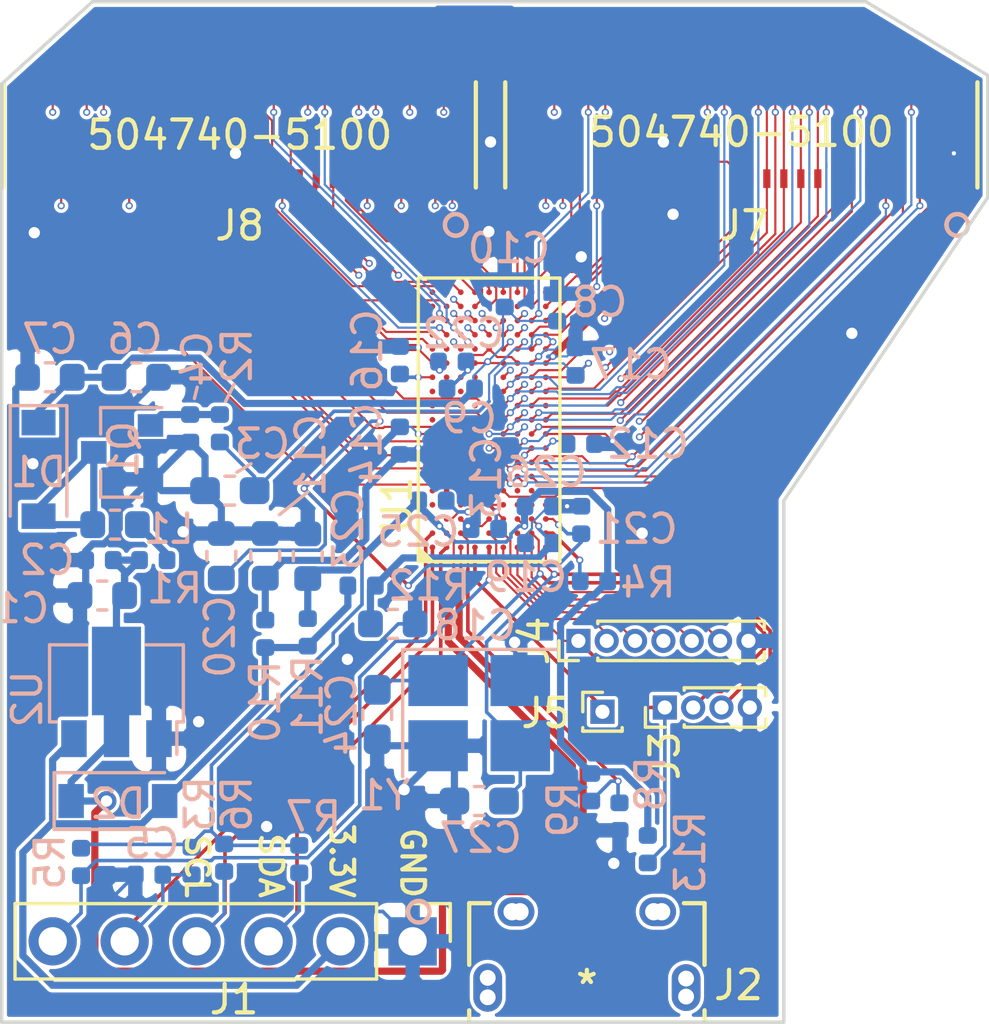
<source format=kicad_pcb>
(kicad_pcb (version 20171130) (host pcbnew "(5.1.6-0-10_14)")
  (layers (0 F.Cu signal hide) (1 In1.Cu power hide) (2 In2.Cu power hide) (31 B.Cu signal hide) (34 B.Paste user) (35 F.Paste user hide) (36 B.SilkS user) (37 F.SilkS user hide) (38 B.Mask user) (39 F.Mask user hide) (44 Edge.Cuts user))
  (net 0 "")
  (net 1 /VBUS)
  (net 2 GND)
  (net 3 "Net-(C4-Pad1)")
  (net 4 /~RESET)
  (net 5 /XVDD)
  (net 6 /AVDD)
  (net 7 /VDDIO)
  (net 8 "Net-(D1-Pad2)")
  (net 9 /VIN_3.3)
  (net 10 /SDA)
  (net 11 /SCL)
  (net 12 /DBG_DATA)
  (net 13 /DBG_CLK)
  (net 14 /GPIO0)
  (net 15 /GPIO1)
  (net 16 /GPIO2)
  (net 17 /GPIO3)
  (net 18 /GPIO4)
  (net 19 /GPIO5)
  (net 20 /Y0)
  (net 21 /Y1)
  (net 22 /Y2)
  (net 23 /Y3)
  (net 24 /Y4)
  (net 25 /Y5)
  (net 26 /Y6)
  (net 27 /Y7)
  (net 28 /Y8)
  (net 29 /Y9)
  (net 30 /Y10)
  (net 31 /Y11)
  (net 32 /Y12)
  (net 33 /Y13)
  (net 34 /Y14)
  (net 35 /Y15)
  (net 36 /Y16)
  (net 37 /Y17)
  (net 38 /Y18)
  (net 39 /Y19)
  (net 40 /Y20)
  (net 41 /Y21)
  (net 42 /Y22)
  (net 43 /Y23)
  (net 44 /Y24)
  (net 45 /Y25)
  (net 46 /Y26)
  (net 47 /Y27)
  (net 48 /Y28)
  (net 49 /Y29)
  (net 50 /X0)
  (net 51 /X1)
  (net 52 /X2)
  (net 53 /X3)
  (net 54 /X4)
  (net 55 /X5)
  (net 56 /X6)
  (net 57 /X7)
  (net 58 /X8)
  (net 59 /X9)
  (net 60 /X10)
  (net 61 /X11)
  (net 62 /X12)
  (net 63 /X13)
  (net 64 /X39)
  (net 65 /X38)
  (net 66 /X37)
  (net 67 /X36)
  (net 68 /X35)
  (net 69 /X34)
  (net 70 /X33)
  (net 71 /X32)
  (net 72 /X31)
  (net 73 /X30)
  (net 74 /X29)
  (net 75 /X28)
  (net 76 /X27)
  (net 77 /X26)
  (net 78 /X25)
  (net 79 /X24)
  (net 80 /X23)
  (net 81 /X22)
  (net 82 /X21)
  (net 83 /X20)
  (net 84 /X19)
  (net 85 /X18)
  (net 86 /X17)
  (net 87 /X16)
  (net 88 /X15)
  (net 89 /X14)
  (net 90 "Net-(L1-Pad1)")
  (net 91 /VREGBOOST)
  (net 92 /~TEST)
  (net 93 /~CHG)
  (net 94 /VDD)
  (net 95 "Net-(U1-PadD2)")
  (net 96 /VDDCORE)
  (net 97 "Net-(U1-PadA17)")
  (net 98 "Net-(U1-PadD13)")
  (net 99 "Net-(U1-PadC13)")
  (net 100 "Net-(U1-PadB13)")
  (net 101 "Net-(U1-PadD12)")
  (net 102 "Net-(U1-PadC12)")
  (net 103 "Net-(U1-PadB12)")
  (net 104 "Net-(U1-PadA12)")
  (net 105 "Net-(U1-PadD11)")
  (net 106 "Net-(U1-PadC11)")
  (net 107 "Net-(U1-PadB11)")
  (net 108 "Net-(U1-PadA11)")
  (net 109 "Net-(U1-PadD10)")
  (net 110 "Net-(U1-PadC10)")
  (net 111 "Net-(U1-PadB10)")
  (net 112 "Net-(U1-PadA10)")
  (net 113 "Net-(U1-PadD9)")
  (net 114 "Net-(U1-PadC9)")
  (net 115 "Net-(U1-PadB9)")
  (net 116 "Net-(U1-PadD8)")
  (net 117 "Net-(U1-PadC8)")
  (net 118 "Net-(U1-PadB8)")
  (net 119 "Net-(U1-PadD7)")
  (net 120 "Net-(U1-PadC7)")
  (net 121 "Net-(U1-PadB7)")
  (net 122 "Net-(U1-PadA7)")
  (net 123 "Net-(U1-PadD6)")
  (net 124 "Net-(U1-PadC6)")
  (net 125 "Net-(U1-PadB6)")
  (net 126 "Net-(U1-PadA6)")
  (net 127 "Net-(U1-PadJ5)")
  (net 128 "Net-(U1-PadH5)")
  (net 129 "Net-(U1-PadG5)")
  (net 130 "Net-(U1-PadD5)")
  (net 131 "Net-(U1-PadC5)")
  (net 132 "Net-(U1-PadB5)")
  (net 133 "Net-(U1-PadA5)")
  (net 134 "Net-(U1-PadJ4)")
  (net 135 "Net-(U1-PadH4)")
  (net 136 "Net-(U1-PadG4)")
  (net 137 "Net-(U1-PadC4)")
  (net 138 "Net-(U1-PadB4)")
  (net 139 "Net-(U1-PadA4)")
  (net 140 "Net-(J2-Pad4)")
  (net 141 /I2CMODE)
  (net 142 "Net-(R8-Pad1)")
  (net 143 /USBD+)
  (net 144 /USBD-)
  (module "usb port:10118194-0001LF" (layer F.Cu) (at 149.45 104.7)
    (fp_text reference J2 (at 5.35 0) (layer F.SilkS))
    (fp_text value CONN_10118194-0001LF_AMP hide)
    (fp_text user * (at 0 0) (layer F.SilkS))
    (pad S_4 thru_hole oval (at 2.5 -2.593599) (size 1.2954 1.016) (drill 0.0254) (layers *.Cu *.Mask))
    (pad S_4_H2 np_thru_hole circle (at 2.3603 -2.593599) (size 0.6096 0.6096) (drill 0.6096) (layers *.Cu *.Mask))
    (pad S_4_H1 np_thru_hole circle (at 2.6397 -2.593599) (size 0.6096 0.6096) (drill 0.6096) (layers *.Cu *.Mask))
    (pad S_3 thru_hole oval (at -2.5 -2.593599) (size 1.2954 1.016) (drill 0.0254) (layers *.Cu *.Mask))
    (pad S_2 thru_hole oval (at 3.500001 0.081402 90) (size 1.651 1.016) (drill 0.0254) (layers *.Cu *.Mask))
    (pad S_2_H2 np_thru_hole circle (at 3.500001 0.398902) (size 0.5588 0.5588) (drill 0.5588) (layers *.Cu *.Mask))
    (pad S_2_H1 np_thru_hole circle (at 3.500001 -0.236098) (size 0.5588 0.5588) (drill 0.5588) (layers *.Cu *.Mask))
    (pad S_1 thru_hole oval (at -3.500001 0.081402 90) (size 1.7018 1.016) (drill 0.0254) (layers *.Cu *.Mask))
    (pad 11 smd rect (at 1.000001 0.081402) (size 1.4986 1.651) (layers F.Cu F.Paste F.Mask))
    (pad 10 smd rect (at -1.000001 0.081402) (size 1.4986 1.651) (layers F.Cu F.Paste F.Mask))
    (pad S_3_H2 np_thru_hole circle (at -2.6397 -2.593599) (size 0.6096 0.6096) (drill 0.6096) (layers *.Cu *.Mask))
    (pad S_3_H1 np_thru_hole circle (at -2.3603 -2.593599) (size 0.6096 0.6096) (drill 0.6096) (layers *.Cu *.Mask))
    (pad S_1_H2 np_thru_hole circle (at -3.500001 0.424302) (size 0.5588 0.5588) (drill 0.5588) (layers *.Cu *.Mask))
    (pad S_1_H1 np_thru_hole circle (at -3.500001 -0.261498) (size 0.5588 0.5588) (drill 0.5588) (layers *.Cu *.Mask))
    (pad 5 smd rect (at 1.3 -2.593599) (size 0.4572 1.3462) (layers F.Cu F.Paste F.Mask) (net 2 GND))
    (pad 4 smd rect (at 0.649999 -2.593599) (size 0.4572 1.3462) (layers F.Cu F.Paste F.Mask) (net 140 "Net-(J2-Pad4)"))
    (pad 3 smd rect (at 0 -2.593599) (size 0.4572 1.3462) (layers F.Cu F.Paste F.Mask) (net 143 /USBD+))
    (pad 2 smd rect (at -0.649999 -2.593599) (size 0.4572 1.3462) (layers F.Cu F.Paste F.Mask) (net 144 /USBD-))
    (pad 1 smd rect (at -1.3 -2.593599) (size 0.4572 1.3462) (layers F.Cu F.Paste F.Mask) (net 1 /VBUS))
  )
  (module Resistor_SMD:R_0402_1005Metric (layer B.Cu) (at 138.1 92.3 270)
    (fp_text reference R10 (at 2.4 0 270) (layer B.SilkS) (effects (justify mirror)))
    (fp_text value 0)
    (pad 1 smd roundrect (at -0.485 0 270) (size 0.59 0.64) (layers B.Cu B.Paste B.Mask) (net 6 /AVDD))
    (pad 2 smd roundrect (at 0.485 0 270) (size 0.59 0.64) (layers B.Cu B.Paste B.Mask) (net 9 /VIN_3.3))
  )
  (module Resistor_SMD:R_0402_1005Metric (layer B.Cu) (at 151.6 99.9 270)
    (fp_text reference R13 (at 0.1 -1.5 90) (layer B.SilkS) (effects (justify mirror)))
    (fp_text value 10k)
    (pad 2 smd roundrect (at 0.485 0 270) (size 0.59 0.64) (layers B.Cu B.Paste B.Mask) (net 14 /GPIO0))
    (pad 1 smd roundrect (at -0.485 0 270) (size 0.59 0.64) (layers B.Cu B.Paste B.Mask) (net 7 /VDDIO))
  )
  (module Resistor_SMD:R_0402_1005Metric (layer B.Cu) (at 139.3 100.25 270)
    (fp_text reference R7 (at -1.5 -0.5 180) (layer B.SilkS) (effects (justify mirror)))
    (fp_text value 3.3k)
    (pad 1 smd roundrect (at -0.485 0 270) (size 0.59 0.64) (layers B.Cu B.Paste B.Mask) (net 7 /VDDIO))
    (pad 2 smd roundrect (at 0.485 0 270) (size 0.59 0.64) (layers B.Cu B.Paste B.Mask) (net 10 /SDA))
  )
  (module Capacitor_SMD:C_0402_1005Metric (layer B.Cu) (at 134 100.8)
    (fp_text reference C5 (at 0.1 -1.1) (layer B.SilkS) (effects (justify mirror)))
    (fp_text value 10nF)
    (pad 2 smd roundrect (at 0.485 0) (size 0.59 0.64) (layers B.Cu B.Paste B.Mask) (net 4 /~RESET))
    (pad 1 smd roundrect (at -0.485 0) (size 0.59 0.64) (layers B.Cu B.Paste B.Mask) (net 2 GND))
  )
  (module Resistor_SMD:R_0402_1005Metric (layer B.Cu) (at 135.5 100.315 270)
    (fp_text reference R3 (at -2.015 -0.3 90) (layer B.SilkS) (effects (justify mirror)))
    (fp_text value 10k)
    (pad 1 smd roundrect (at -0.485 0 270) (size 0.59 0.64) (layers B.Cu B.Paste B.Mask) (net 7 /VDDIO))
    (pad 2 smd roundrect (at 0.485 0 270) (size 0.59 0.64) (layers B.Cu B.Paste B.Mask) (net 4 /~RESET))
  )
  (module Resistor_SMD:R_0402_1005Metric (layer B.Cu) (at 149.7 90.45 180)
    (fp_text reference R4 (at -1.9 -0.05) (layer B.SilkS) (effects (justify mirror)))
    (fp_text value 10k)
    (pad 2 smd roundrect (at 0.485 0 180) (size 0.59 0.64) (layers B.Cu B.Paste B.Mask) (net 92 /~TEST))
    (pad 1 smd roundrect (at -0.485 0 180) (size 0.59 0.64) (layers B.Cu B.Paste B.Mask) (net 7 /VDDIO))
  )
  (module Resistor_SMD:R_0402_1005Metric (layer B.Cu) (at 131.6 100.35 270)
    (fp_text reference R5 (at 0 1.1 90) (layer B.SilkS) (effects (justify mirror)))
    (fp_text value 47k)
    (pad 1 smd roundrect (at -0.485 0 270) (size 0.59 0.64) (layers B.Cu B.Paste B.Mask) (net 7 /VDDIO))
    (pad 2 smd roundrect (at 0.485 0 270) (size 0.59 0.64) (layers B.Cu B.Paste B.Mask) (net 93 /~CHG))
  )
  (module Resistor_SMD:R_0402_1005Metric (layer B.Cu) (at 136.65 100.2 270)
    (fp_text reference R6 (at -1.9 -0.45 90) (layer B.SilkS) (effects (justify mirror)))
    (fp_text value 3.3k)
    (pad 2 smd roundrect (at 0.485 0 270) (size 0.59 0.64) (layers B.Cu B.Paste B.Mask) (net 11 /SCL))
    (pad 1 smd roundrect (at -0.485 0 270) (size 0.59 0.64) (layers B.Cu B.Paste B.Mask) (net 7 /VDDIO))
  )
  (module Capacitor_SMD:C_0402_1005Metric (layer B.Cu) (at 142.85 85.485 270)
    (fp_text reference C14 (at 0.115 1.17 90) (layer B.SilkS) (effects (justify mirror)))
    (fp_text value 22nF)
    (pad 2 smd roundrect (at 0.485 0 270) (size 0.59 0.64) (layers B.Cu B.Paste B.Mask) (net 6 /AVDD))
    (pad 1 smd roundrect (at -0.485 0 270) (size 0.59 0.64) (layers B.Cu B.Paste B.Mask) (net 2 GND))
  )
  (module Crystal:Crystal_SMD_3225-4Pin_3.2x2.5mm_HandSoldering (layer B.Cu) (at 145.65 95.1)
    (fp_text reference Y1 (at -3.35 2.9) (layer B.SilkS) (effects (justify mirror)))
    (fp_text value DNF/16MHz)
    (pad 4 smd rect (at -1.45 1.15) (size 2.1 1.8) (layers B.Cu B.Paste B.Mask) (net 2 GND))
    (pad 3 smd rect (at 1.45 1.15) (size 2.1 1.8) (layers B.Cu B.Paste B.Mask) (net 12 /DBG_DATA))
    (pad 2 smd rect (at 1.45 -1.15) (size 2.1 1.8) (layers B.Cu B.Paste B.Mask) (net 2 GND))
    (pad 1 smd rect (at -1.45 -1.15) (size 2.1 1.8) (layers B.Cu B.Paste B.Mask) (net 13 /DBG_CLK))
  )
  (module Package_TO_SOT_SMD:SOT-89-3 (layer B.Cu) (at 132.85 94.35 90)
    (fp_text reference U2 (at -0.25 -3.15 90) (layer B.SilkS) (effects (justify mirror)))
    (fp_text value HT7533-1-SOT89)
    (pad 2 smd custom (at -1.5625 0 90) (size 1.475 0.9) (layers B.Cu B.Paste B.Mask) (net 1 /VBUS) (options (clearance outline) (anchor rect)) (primitives (gr_poly (pts (xy 0.7375 0.8665) (xy 3.8625 0.8665) (xy 3.8625 -0.8665) (xy 0.7375 -0.8665)) (width 0))))
    (pad 3 smd rect (at -1.65 -1.5 90) (size 1.3 0.9) (layers B.Cu B.Paste B.Mask) (net 9 /VIN_3.3))
    (pad 1 smd rect (at -1.65 1.5 90) (size 1.3 0.9) (layers B.Cu B.Paste B.Mask) (net 2 GND))
  )
  (module Resistor_SMD:R_0402_1005Metric (layer B.Cu) (at 150.6 98.75 270)
    (fp_text reference R8 (at -1.15 -1.1 90) (layer B.SilkS) (effects (justify mirror)))
    (fp_text value 0)
    (pad 2 smd roundrect (at 0.485 0 270) (size 0.59 0.64) (layers B.Cu B.Paste B.Mask) (net 2 GND))
    (pad 1 smd roundrect (at -0.485 0 270) (size 0.59 0.64) (layers B.Cu B.Paste B.Mask) (net 142 "Net-(R8-Pad1)"))
  )
  (module Connector_PinHeader_1.00mm:PinHeader_1x01_P1.00mm_Vertical (layer F.Cu) (at 150 95.05)
    (fp_text reference J5 (at -2 0.05) (layer F.SilkS))
    (fp_text value Conn_01x01_Male)
    (pad 1 thru_hole rect (at 0 0) (size 0.85 0.85) (drill 0.5) (layers *.Cu *.Mask) (net 141 /I2CMODE))
  )
  (module Connector_PinHeader_1.00mm:PinHeader_1x07_P1.00mm_Vertical (layer F.Cu) (at 149.15 92.55 90)
    (fp_text reference J4 (at 0 -1.56 90) (layer F.SilkS))
    (fp_text value Conn_01x07_Male)
    (pad 7 thru_hole oval (at 0 6 90) (size 0.85 0.85) (drill 0.5) (layers *.Cu *.Mask) (net 2 GND))
    (pad 6 thru_hole oval (at 0 5 90) (size 0.85 0.85) (drill 0.5) (layers *.Cu *.Mask) (net 19 /GPIO5))
    (pad 5 thru_hole oval (at 0 4 90) (size 0.85 0.85) (drill 0.5) (layers *.Cu *.Mask) (net 18 /GPIO4))
    (pad 4 thru_hole oval (at 0 3 90) (size 0.85 0.85) (drill 0.5) (layers *.Cu *.Mask) (net 17 /GPIO3))
    (pad 3 thru_hole oval (at 0 2 90) (size 0.85 0.85) (drill 0.5) (layers *.Cu *.Mask) (net 16 /GPIO2))
    (pad 2 thru_hole oval (at 0 1 90) (size 0.85 0.85) (drill 0.5) (layers *.Cu *.Mask) (net 15 /GPIO1))
    (pad 1 thru_hole rect (at 0 0 90) (size 0.85 0.85) (drill 0.5) (layers *.Cu *.Mask) (net 14 /GPIO0))
  )
  (module Connector_PinHeader_2.54mm:PinHeader_1x06_P2.54mm_Vertical (layer F.Cu) (at 143.3 103.15 270)
    (fp_text reference J1 (at 2.05 6.3 180) (layer F.SilkS))
    (fp_text value Conn_01x04_Male)
    (pad 6 thru_hole oval (at 0 12.7 270) (size 1.7 1.7) (drill 1) (layers *.Cu *.Mask) (net 93 /~CHG))
    (pad 5 thru_hole oval (at 0 10.16 270) (size 1.7 1.7) (drill 1) (layers *.Cu *.Mask) (net 4 /~RESET))
    (pad 4 thru_hole oval (at 0 7.62 270) (size 1.7 1.7) (drill 1) (layers *.Cu *.Mask) (net 11 /SCL))
    (pad 3 thru_hole oval (at 0 5.08 270) (size 1.7 1.7) (drill 1) (layers *.Cu *.Mask) (net 10 /SDA))
    (pad 2 thru_hole oval (at 0 2.54 270) (size 1.7 1.7) (drill 1) (layers *.Cu *.Mask) (net 9 /VIN_3.3))
    (pad 1 thru_hole rect (at 0 0 270) (size 1.7 1.7) (drill 1) (layers *.Cu *.Mask) (net 2 GND))
  )
  (module Diode_SMD:D_SOD-123 (layer B.Cu) (at 132.9 98.2)
    (fp_text reference D2 (at 0 0.1) (layer B.SilkS) (effects (justify mirror)))
    (fp_text value D_Schottky)
    (pad 2 smd rect (at 1.65 0) (size 0.9 1.2) (layers B.Cu B.Paste B.Mask) (net 9 /VIN_3.3))
    (pad 1 smd rect (at -1.65 0) (size 0.9 1.2) (layers B.Cu B.Paste B.Mask) (net 1 /VBUS))
  )
  (module Capacitor_SMD:C_0603_1608Metric_Pad1.05x0.95mm_HandSolder (layer B.Cu) (at 145.65 98.2 180)
    (fp_text reference C27 (at -0.05 -1.3) (layer B.SilkS) (effects (justify mirror)))
    (fp_text value DNF/15pF)
    (pad 2 smd roundrect (at 0.875 0 180) (size 1.05 0.95) (layers B.Cu B.Paste B.Mask) (net 2 GND))
    (pad 1 smd roundrect (at -0.875 0 180) (size 1.05 0.95) (layers B.Cu B.Paste B.Mask) (net 12 /DBG_DATA))
  )
  (module Capacitor_SMD:C_0603_1608Metric_Pad1.05x0.95mm_HandSolder (layer B.Cu) (at 142.05 95.15 270)
    (fp_text reference C24 (at 0 1.25 90) (layer B.SilkS) (effects (justify mirror)))
    (fp_text value DNF/15pF)
    (pad 2 smd roundrect (at 0.875 0 270) (size 1.05 0.95) (layers B.Cu B.Paste B.Mask) (net 2 GND))
    (pad 1 smd roundrect (at -0.875 0 270) (size 1.05 0.95) (layers B.Cu B.Paste B.Mask) (net 13 /DBG_CLK))
  )
  (module footprints:504740-5100 (layer F.Cu) (at 154.9 74.7)
    (fp_text reference J7 (at 0.1 3.2) (layer F.SilkS))
    (fp_text value 504740-5100 (at 0 -0.1) (layer F.SilkS))
    (pad 1 smd rect (at 7.499998 1.543) (size 0.254 0.6604) (layers F.Cu F.Paste F.Mask) (net 2 GND))
    (pad 2 smd rect (at 7.199998 -1.496999) (size 0.254 0.6604) (layers F.Cu F.Paste F.Mask) (net 20 /Y0))
    (pad 3 smd rect (at 6.899999 1.543) (size 0.254 0.6604) (layers F.Cu F.Paste F.Mask) (net 21 /Y1))
    (pad 4 smd rect (at 6.599999 -1.496999) (size 0.254 0.6604) (layers F.Cu F.Paste F.Mask) (net 22 /Y2))
    (pad 5 smd rect (at 6.299998 1.543) (size 0.254 0.6604) (layers F.Cu F.Paste F.Mask) (net 23 /Y3))
    (pad 6 smd rect (at 5.999998 -1.496999) (size 0.254 0.6604) (layers F.Cu F.Paste F.Mask) (net 24 /Y4))
    (pad 7 smd rect (at 5.699999 1.543) (size 0.254 0.6604) (layers F.Cu F.Paste F.Mask) (net 25 /Y5))
    (pad 8 smd rect (at 5.399999 -1.496999) (size 0.254 0.6604) (layers F.Cu F.Paste F.Mask) (net 26 /Y6))
    (pad 9 smd rect (at 5.1 1.543) (size 0.254 0.6604) (layers F.Cu F.Paste F.Mask) (net 27 /Y7))
    (pad 10 smd rect (at 4.799998 -1.496999) (size 0.254 0.6604) (layers F.Cu F.Paste F.Mask) (net 28 /Y8))
    (pad 11 smd rect (at 4.499999 1.543) (size 0.254 0.6604) (layers F.Cu F.Paste F.Mask) (net 29 /Y9))
    (pad 12 smd rect (at 4.199999 -1.496999) (size 0.254 0.6604) (layers F.Cu F.Paste F.Mask) (net 30 /Y10))
    (pad 13 smd rect (at 3.9 1.543) (size 0.254 0.6604) (layers F.Cu F.Paste F.Mask) (net 31 /Y11))
    (pad 14 smd rect (at 3.6 -1.496999) (size 0.254 0.6604) (layers F.Cu F.Paste F.Mask) (net 32 /Y12))
    (pad 15 smd rect (at 3.299998 1.543) (size 0.254 0.6604) (layers F.Cu F.Paste F.Mask) (net 33 /Y13))
    (pad 16 smd rect (at 2.999999 -1.496999) (size 0.254 0.6604) (layers F.Cu F.Paste F.Mask) (net 34 /Y14))
    (pad 17 smd rect (at 2.7 1.543) (size 0.254 0.6604) (layers F.Cu F.Paste F.Mask) (net 35 /Y15))
    (pad 18 smd rect (at 2.4 -1.496999) (size 0.254 0.6604) (layers F.Cu F.Paste F.Mask) (net 36 /Y16))
    (pad 19 smd rect (at 2.100001 1.543) (size 0.254 0.6604) (layers F.Cu F.Paste F.Mask) (net 37 /Y17))
    (pad 20 smd rect (at 1.799999 -1.496999) (size 0.254 0.6604) (layers F.Cu F.Paste F.Mask) (net 38 /Y18))
    (pad 21 smd rect (at 1.5 1.543) (size 0.254 0.6604) (layers F.Cu F.Paste F.Mask) (net 39 /Y19))
    (pad 22 smd rect (at 1.2 -1.496999) (size 0.254 0.6604) (layers F.Cu F.Paste F.Mask) (net 40 /Y20))
    (pad 23 smd rect (at 0.900001 1.543) (size 0.254 0.6604) (layers F.Cu F.Paste F.Mask) (net 41 /Y21))
    (pad 24 smd rect (at 0.600001 -1.496999) (size 0.254 0.6604) (layers F.Cu F.Paste F.Mask) (net 42 /Y22))
    (pad 25 smd rect (at 0.299999 1.543) (size 0.254 0.6604) (layers F.Cu F.Paste F.Mask) (net 43 /Y23))
    (pad 26 smd rect (at 0 -1.496999) (size 0.254 0.6604) (layers F.Cu F.Paste F.Mask) (net 44 /Y24))
    (pad 27 smd rect (at -0.299999 1.543) (size 0.254 0.6604) (layers F.Cu F.Paste F.Mask) (net 45 /Y25))
    (pad 28 smd rect (at -0.599999 -1.496999) (size 0.254 0.6604) (layers F.Cu F.Paste F.Mask) (net 46 /Y26))
    (pad 29 smd rect (at -0.899998 1.543) (size 0.254 0.6604) (layers F.Cu F.Paste F.Mask) (net 47 /Y27))
    (pad 30 smd rect (at -1.2 -1.496999) (size 0.254 0.6604) (layers F.Cu F.Paste F.Mask) (net 48 /Y28))
    (pad 31 smd rect (at -1.5 1.543) (size 0.254 0.6604) (layers F.Cu F.Paste F.Mask) (net 49 /Y29))
    (pad 32 smd rect (at -1.799999 -1.496999) (size 0.254 0.6604) (layers F.Cu F.Paste F.Mask) (net 48 /Y28))
    (pad 33 smd rect (at -2.099998 1.543) (size 0.254 0.6604) (layers F.Cu F.Paste F.Mask) (net 47 /Y27))
    (pad 34 smd rect (at -2.399998 -1.496999) (size 0.254 0.6604) (layers F.Cu F.Paste F.Mask) (net 46 /Y26))
    (pad 35 smd rect (at -2.7 1.543) (size 0.254 0.6604) (layers F.Cu F.Paste F.Mask) (net 45 /Y25))
    (pad 36 smd rect (at -2.999999 -1.496999) (size 0.254 0.6604) (layers F.Cu F.Paste F.Mask) (net 44 /Y24))
    (pad 37 smd rect (at -3.299998 1.543) (size 0.254 0.6604) (layers F.Cu F.Paste F.Mask) (net 2 GND))
    (pad 38 smd rect (at -3.599998 -1.496999) (size 0.254 0.6604) (layers F.Cu F.Paste F.Mask) (net 50 /X0))
    (pad 39 smd rect (at -3.899997 1.543) (size 0.254 0.6604) (layers F.Cu F.Paste F.Mask) (net 51 /X1))
    (pad 40 smd rect (at -4.199999 -1.496999) (size 0.254 0.6604) (layers F.Cu F.Paste F.Mask) (net 52 /X2))
    (pad 41 smd rect (at -4.499999 1.543) (size 0.254 0.6604) (layers F.Cu F.Paste F.Mask) (net 53 /X3))
    (pad 42 smd rect (at -4.799998 -1.496999) (size 0.254 0.6604) (layers F.Cu F.Paste F.Mask) (net 54 /X4))
    (pad 43 smd rect (at -5.099997 1.543) (size 0.254 0.6604) (layers F.Cu F.Paste F.Mask) (net 55 /X5))
    (pad 44 smd rect (at -5.399997 -1.496999) (size 0.254 0.6604) (layers F.Cu F.Paste F.Mask) (net 56 /X6))
    (pad 45 smd rect (at -5.699999 1.543) (size 0.254 0.6604) (layers F.Cu F.Paste F.Mask) (net 57 /X7))
    (pad 46 smd rect (at -5.999998 -1.496999) (size 0.254 0.6604) (layers F.Cu F.Paste F.Mask) (net 58 /X8))
    (pad 47 smd rect (at -6.299998 1.543) (size 0.254 0.6604) (layers F.Cu F.Paste F.Mask) (net 59 /X9))
    (pad 48 smd rect (at -6.599997 -1.496999) (size 0.254 0.6604) (layers F.Cu F.Paste F.Mask) (net 60 /X10))
    (pad 49 smd rect (at -6.899996 1.543) (size 0.254 0.6604) (layers F.Cu F.Paste F.Mask) (net 61 /X11))
    (pad 50 smd rect (at -7.199998 -1.496999) (size 0.254 0.6604) (layers F.Cu F.Paste F.Mask) (net 62 /X12))
    (pad 51 smd rect (at -7.499998 1.543) (size 0.254 0.6604) (layers F.Cu F.Paste F.Mask) (net 63 /X13))
  )
  (module mXT2952TD:mXT2952TD (layer F.Cu) (at 146 84.75 90)
    (fp_text reference U1 (at -3 -3.25 90) (layer F.SilkS))
    (fp_text value mXT2952TD)
    (pad J19 smd circle (at 4.5 2 180) (size 0.2 0.2) (layers F.Cu F.Paste F.Mask) (net 53 /X3))
    (pad H19 smd circle (at 4.5 1.5 180) (size 0.2 0.2) (layers F.Cu F.Paste F.Mask) (net 58 /X8))
    (pad G19 smd circle (at 4.5 1 180) (size 0.2 0.2) (layers F.Cu F.Paste F.Mask) (net 63 /X13))
    (pad F19 smd circle (at 4.5 0.5 180) (size 0.2 0.2) (layers F.Cu F.Paste F.Mask) (net 85 /X18))
    (pad E19 smd circle (at 4.5 0 180) (size 0.2 0.2) (layers F.Cu F.Paste F.Mask) (net 81 /X22))
    (pad D19 smd circle (at 4.5 -0.5 180) (size 0.2 0.2) (layers F.Cu F.Paste F.Mask) (net 76 /X27))
    (pad C19 smd circle (at 4.5 -1 180) (size 0.2 0.2) (layers F.Cu F.Paste F.Mask) (net 71 /X32))
    (pad B19 smd circle (at 4.5 -1.5 180) (size 0.2 0.2) (layers F.Cu F.Paste F.Mask) (net 66 /X37))
    (pad A19 smd circle (at 4.5 -2 180) (size 0.2 0.2) (layers F.Cu F.Paste F.Mask))
    (pad J18 smd circle (at 4 2 180) (size 0.2 0.2) (layers F.Cu F.Paste F.Mask) (net 52 /X2))
    (pad H18 smd circle (at 4 1.5 180) (size 0.2 0.2) (layers F.Cu F.Paste F.Mask) (net 57 /X7))
    (pad G18 smd circle (at 4 1 180) (size 0.2 0.2) (layers F.Cu F.Paste F.Mask) (net 62 /X12))
    (pad F18 smd circle (at 4 0.5 180) (size 0.2 0.2) (layers F.Cu F.Paste F.Mask) (net 86 /X17))
    (pad E18 smd circle (at 4 0 180) (size 0.2 0.2) (layers F.Cu F.Paste F.Mask) (net 82 /X21))
    (pad D18 smd circle (at 4 -0.5 180) (size 0.2 0.2) (layers F.Cu F.Paste F.Mask) (net 77 /X26))
    (pad C18 smd circle (at 4 -1 180) (size 0.2 0.2) (layers F.Cu F.Paste F.Mask) (net 72 /X31))
    (pad B18 smd circle (at 4 -1.5 180) (size 0.2 0.2) (layers F.Cu F.Paste F.Mask) (net 67 /X36))
    (pad A18 smd circle (at 4 -2 180) (size 0.2 0.2) (layers F.Cu F.Paste F.Mask))
    (pad J17 smd circle (at 3.5 2 180) (size 0.2 0.2) (layers F.Cu F.Paste F.Mask) (net 51 /X1))
    (pad H17 smd circle (at 3.5 1.5 180) (size 0.2 0.2) (layers F.Cu F.Paste F.Mask) (net 56 /X6))
    (pad G17 smd circle (at 3.5 1 180) (size 0.2 0.2) (layers F.Cu F.Paste F.Mask) (net 61 /X11))
    (pad F17 smd circle (at 3.5 0.5 180) (size 0.2 0.2) (layers F.Cu F.Paste F.Mask) (net 87 /X16))
    (pad E17 smd circle (at 3.5 0 180) (size 0.2 0.2) (layers F.Cu F.Paste F.Mask) (net 83 /X20))
    (pad D17 smd circle (at 3.5 -0.5 180) (size 0.2 0.2) (layers F.Cu F.Paste F.Mask) (net 78 /X25))
    (pad C17 smd circle (at 3.5 -1 180) (size 0.2 0.2) (layers F.Cu F.Paste F.Mask) (net 73 /X30))
    (pad B17 smd circle (at 3.5 -1.5 180) (size 0.2 0.2) (layers F.Cu F.Paste F.Mask) (net 68 /X35))
    (pad A17 smd circle (at 3.5 -2 180) (size 0.2 0.2) (layers F.Cu F.Paste F.Mask) (net 97 "Net-(U1-PadA17)"))
    (pad J16 smd circle (at 3 2 180) (size 0.2 0.2) (layers F.Cu F.Paste F.Mask) (net 50 /X0))
    (pad H16 smd circle (at 3 1.5 180) (size 0.2 0.2) (layers F.Cu F.Paste F.Mask) (net 55 /X5))
    (pad G16 smd circle (at 3 1 180) (size 0.2 0.2) (layers F.Cu F.Paste F.Mask) (net 60 /X10))
    (pad F16 smd circle (at 3 0.5 180) (size 0.2 0.2) (layers F.Cu F.Paste F.Mask) (net 88 /X15))
    (pad E16 smd circle (at 3 0 180) (size 0.2 0.2) (layers F.Cu F.Paste F.Mask) (net 84 /X19))
    (pad D16 smd circle (at 3 -0.5 180) (size 0.2 0.2) (layers F.Cu F.Paste F.Mask) (net 79 /X24))
    (pad C16 smd circle (at 3 -1 180) (size 0.2 0.2) (layers F.Cu F.Paste F.Mask) (net 74 /X29))
    (pad B16 smd circle (at 3 -1.5 180) (size 0.2 0.2) (layers F.Cu F.Paste F.Mask) (net 69 /X34))
    (pad A16 smd circle (at 3 -2 180) (size 0.2 0.2) (layers F.Cu F.Paste F.Mask) (net 64 /X39))
    (pad J15 smd circle (at 2.5 2 180) (size 0.2 0.2) (layers F.Cu F.Paste F.Mask) (net 91 /VREGBOOST))
    (pad H15 smd circle (at 2.5 1.5 180) (size 0.2 0.2) (layers F.Cu F.Paste F.Mask) (net 54 /X4))
    (pad G15 smd circle (at 2.5 1 180) (size 0.2 0.2) (layers F.Cu F.Paste F.Mask) (net 59 /X9))
    (pad F15 smd circle (at 2.5 0.5 180) (size 0.2 0.2) (layers F.Cu F.Paste F.Mask) (net 89 /X14))
    (pad E15 smd circle (at 2.5 0 180) (size 0.2 0.2) (layers F.Cu F.Paste F.Mask) (net 2 GND))
    (pad D15 smd circle (at 2.5 -0.5 180) (size 0.2 0.2) (layers F.Cu F.Paste F.Mask) (net 80 /X23))
    (pad C15 smd circle (at 2.5 -1 180) (size 0.2 0.2) (layers F.Cu F.Paste F.Mask) (net 75 /X28))
    (pad B15 smd circle (at 2.5 -1.5 180) (size 0.2 0.2) (layers F.Cu F.Paste F.Mask) (net 70 /X33))
    (pad A15 smd circle (at 2.5 -2 180) (size 0.2 0.2) (layers F.Cu F.Paste F.Mask) (net 65 /X38))
    (pad J14 smd circle (at 2 2 180) (size 0.2 0.2) (layers F.Cu F.Paste F.Mask) (net 2 GND))
    (pad H14 smd circle (at 2 1.5 180) (size 0.2 0.2) (layers F.Cu F.Paste F.Mask) (net 5 /XVDD))
    (pad G14 smd circle (at 2 1 180) (size 0.2 0.2) (layers F.Cu F.Paste F.Mask) (net 2 GND))
    (pad F14 smd circle (at 2 0.5 180) (size 0.2 0.2) (layers F.Cu F.Paste F.Mask) (net 5 /XVDD))
    (pad D14 smd circle (at 2 -0.5 180) (size 0.2 0.2) (layers F.Cu F.Paste F.Mask) (net 5 /XVDD))
    (pad C14 smd circle (at 2 -1 180) (size 0.2 0.2) (layers F.Cu F.Paste F.Mask) (net 2 GND))
    (pad B14 smd circle (at 2 -1.5 180) (size 0.2 0.2) (layers F.Cu F.Paste F.Mask) (net 96 /VDDCORE))
    (pad A14 smd circle (at 2 -2 180) (size 0.2 0.2) (layers F.Cu F.Paste F.Mask) (net 2 GND))
    (pad J13 smd circle (at 1.5 2 180) (size 0.2 0.2) (layers F.Cu F.Paste F.Mask) (net 6 /AVDD))
    (pad H13 smd circle (at 1.5 1.5 180) (size 0.2 0.2) (layers F.Cu F.Paste F.Mask) (net 47 /Y27))
    (pad G13 smd circle (at 1.5 1 180) (size 0.2 0.2) (layers F.Cu F.Paste F.Mask) (net 48 /Y28))
    (pad F13 smd circle (at 1.5 0.5 180) (size 0.2 0.2) (layers F.Cu F.Paste F.Mask) (net 49 /Y29))
    (pad D13 smd circle (at 1.5 -0.5 180) (size 0.2 0.2) (layers F.Cu F.Paste F.Mask) (net 98 "Net-(U1-PadD13)"))
    (pad C13 smd circle (at 1.5 -1 180) (size 0.2 0.2) (layers F.Cu F.Paste F.Mask) (net 99 "Net-(U1-PadC13)"))
    (pad B13 smd circle (at 1.5 -1.5 180) (size 0.2 0.2) (layers F.Cu F.Paste F.Mask) (net 100 "Net-(U1-PadB13)"))
    (pad A13 smd circle (at 1.5 -2 180) (size 0.2 0.2) (layers F.Cu F.Paste F.Mask) (net 6 /AVDD))
    (pad J12 smd circle (at 1 2 180) (size 0.2 0.2) (layers F.Cu F.Paste F.Mask) (net 43 /Y23))
    (pad H12 smd circle (at 1 1.5 180) (size 0.2 0.2) (layers F.Cu F.Paste F.Mask) (net 44 /Y24))
    (pad G12 smd circle (at 1 1 180) (size 0.2 0.2) (layers F.Cu F.Paste F.Mask) (net 45 /Y25))
    (pad F12 smd circle (at 1 0.5 180) (size 0.2 0.2) (layers F.Cu F.Paste F.Mask) (net 46 /Y26))
    (pad D12 smd circle (at 1 -0.5 180) (size 0.2 0.2) (layers F.Cu F.Paste F.Mask) (net 101 "Net-(U1-PadD12)"))
    (pad C12 smd circle (at 1 -1 180) (size 0.2 0.2) (layers F.Cu F.Paste F.Mask) (net 102 "Net-(U1-PadC12)"))
    (pad B12 smd circle (at 1 -1.5 180) (size 0.2 0.2) (layers F.Cu F.Paste F.Mask) (net 103 "Net-(U1-PadB12)"))
    (pad A12 smd circle (at 1 -2 180) (size 0.2 0.2) (layers F.Cu F.Paste F.Mask) (net 104 "Net-(U1-PadA12)"))
    (pad J11 smd circle (at 0.5 2 180) (size 0.2 0.2) (layers F.Cu F.Paste F.Mask) (net 39 /Y19))
    (pad H11 smd circle (at 0.5 1.5 180) (size 0.2 0.2) (layers F.Cu F.Paste F.Mask) (net 40 /Y20))
    (pad G11 smd circle (at 0.5 1 180) (size 0.2 0.2) (layers F.Cu F.Paste F.Mask) (net 41 /Y21))
    (pad F11 smd circle (at 0.5 0.5 180) (size 0.2 0.2) (layers F.Cu F.Paste F.Mask) (net 42 /Y22))
    (pad D11 smd circle (at 0.5 -0.5 180) (size 0.2 0.2) (layers F.Cu F.Paste F.Mask) (net 105 "Net-(U1-PadD11)"))
    (pad C11 smd circle (at 0.5 -1 180) (size 0.2 0.2) (layers F.Cu F.Paste F.Mask) (net 106 "Net-(U1-PadC11)"))
    (pad B11 smd circle (at 0.5 -1.5 180) (size 0.2 0.2) (layers F.Cu F.Paste F.Mask) (net 107 "Net-(U1-PadB11)"))
    (pad A11 smd circle (at 0.5 -2 180) (size 0.2 0.2) (layers F.Cu F.Paste F.Mask) (net 108 "Net-(U1-PadA11)"))
    (pad J10 smd circle (at 0 2 180) (size 0.2 0.2) (layers F.Cu F.Paste F.Mask) (net 35 /Y15))
    (pad H10 smd circle (at 0 1.5 180) (size 0.2 0.2) (layers F.Cu F.Paste F.Mask) (net 36 /Y16))
    (pad G10 smd circle (at 0 1 180) (size 0.2 0.2) (layers F.Cu F.Paste F.Mask) (net 37 /Y17))
    (pad F10 smd circle (at 0 0.5 180) (size 0.2 0.2) (layers F.Cu F.Paste F.Mask) (net 38 /Y18))
    (pad D10 smd circle (at 0 -0.5 180) (size 0.2 0.2) (layers F.Cu F.Paste F.Mask) (net 109 "Net-(U1-PadD10)"))
    (pad C10 smd circle (at 0 -1 180) (size 0.2 0.2) (layers F.Cu F.Paste F.Mask) (net 110 "Net-(U1-PadC10)"))
    (pad B10 smd circle (at 0 -1.5 180) (size 0.2 0.2) (layers F.Cu F.Paste F.Mask) (net 111 "Net-(U1-PadB10)"))
    (pad A10 smd circle (at 0 -2 180) (size 0.2 0.2) (layers F.Cu F.Paste F.Mask) (net 112 "Net-(U1-PadA10)"))
    (pad J9 smd circle (at -0.5 2 180) (size 0.2 0.2) (layers F.Cu F.Paste F.Mask) (net 2 GND))
    (pad H9 smd circle (at -0.5 1.5 180) (size 0.2 0.2) (layers F.Cu F.Paste F.Mask) (net 32 /Y12))
    (pad G9 smd circle (at -0.5 1 180) (size 0.2 0.2) (layers F.Cu F.Paste F.Mask) (net 33 /Y13))
    (pad F9 smd circle (at -0.5 0.5 180) (size 0.2 0.2) (layers F.Cu F.Paste F.Mask) (net 34 /Y14))
    (pad D9 smd circle (at -0.5 -0.5 180) (size 0.2 0.2) (layers F.Cu F.Paste F.Mask) (net 113 "Net-(U1-PadD9)"))
    (pad C9 smd circle (at -0.5 -1 180) (size 0.2 0.2) (layers F.Cu F.Paste F.Mask) (net 114 "Net-(U1-PadC9)"))
    (pad B9 smd circle (at -0.5 -1.5 180) (size 0.2 0.2) (layers F.Cu F.Paste F.Mask) (net 115 "Net-(U1-PadB9)"))
    (pad A9 smd circle (at -0.5 -2 180) (size 0.2 0.2) (layers F.Cu F.Paste F.Mask) (net 2 GND))
    (pad J8 smd circle (at -1 2 180) (size 0.2 0.2) (layers F.Cu F.Paste F.Mask) (net 6 /AVDD))
    (pad H8 smd circle (at -1 1.5 180) (size 0.2 0.2) (layers F.Cu F.Paste F.Mask) (net 29 /Y9))
    (pad G8 smd circle (at -1 1 180) (size 0.2 0.2) (layers F.Cu F.Paste F.Mask) (net 30 /Y10))
    (pad F8 smd circle (at -1 0.5 180) (size 0.2 0.2) (layers F.Cu F.Paste F.Mask) (net 31 /Y11))
    (pad D8 smd circle (at -1 -0.5 180) (size 0.2 0.2) (layers F.Cu F.Paste F.Mask) (net 116 "Net-(U1-PadD8)"))
    (pad C8 smd circle (at -1 -1 180) (size 0.2 0.2) (layers F.Cu F.Paste F.Mask) (net 117 "Net-(U1-PadC8)"))
    (pad B8 smd circle (at -1 -1.5 180) (size 0.2 0.2) (layers F.Cu F.Paste F.Mask) (net 118 "Net-(U1-PadB8)"))
    (pad A8 smd circle (at -1 -2 180) (size 0.2 0.2) (layers F.Cu F.Paste F.Mask) (net 6 /AVDD))
    (pad J7 smd circle (at -1.5 2 180) (size 0.2 0.2) (layers F.Cu F.Paste F.Mask) (net 25 /Y5))
    (pad H7 smd circle (at -1.5 1.5 180) (size 0.2 0.2) (layers F.Cu F.Paste F.Mask) (net 26 /Y6))
    (pad G7 smd circle (at -1.5 1 180) (size 0.2 0.2) (layers F.Cu F.Paste F.Mask) (net 27 /Y7))
    (pad F7 smd circle (at -1.5 0.5 180) (size 0.2 0.2) (layers F.Cu F.Paste F.Mask) (net 28 /Y8))
    (pad D7 smd circle (at -1.5 -0.5 180) (size 0.2 0.2) (layers F.Cu F.Paste F.Mask) (net 119 "Net-(U1-PadD7)"))
    (pad C7 smd circle (at -1.5 -1 180) (size 0.2 0.2) (layers F.Cu F.Paste F.Mask) (net 120 "Net-(U1-PadC7)"))
    (pad B7 smd circle (at -1.5 -1.5 180) (size 0.2 0.2) (layers F.Cu F.Paste F.Mask) (net 121 "Net-(U1-PadB7)"))
    (pad A7 smd circle (at -1.5 -2 180) (size 0.2 0.2) (layers F.Cu F.Paste F.Mask) (net 122 "Net-(U1-PadA7)"))
    (pad J6 smd circle (at -2 2 180) (size 0.2 0.2) (layers F.Cu F.Paste F.Mask) (net 21 /Y1))
    (pad H6 smd circle (at -2 1.5 180) (size 0.2 0.2) (layers F.Cu F.Paste F.Mask) (net 22 /Y2))
    (pad G6 smd circle (at -2 1 180) (size 0.2 0.2) (layers F.Cu F.Paste F.Mask) (net 23 /Y3))
    (pad F6 smd circle (at -2 0.5 180) (size 0.2 0.2) (layers F.Cu F.Paste F.Mask) (net 24 /Y4))
    (pad D6 smd circle (at -2 -0.5 180) (size 0.2 0.2) (layers F.Cu F.Paste F.Mask) (net 123 "Net-(U1-PadD6)"))
    (pad C6 smd circle (at -2 -1 180) (size 0.2 0.2) (layers F.Cu F.Paste F.Mask) (net 124 "Net-(U1-PadC6)"))
    (pad B6 smd circle (at -2 -1.5 180) (size 0.2 0.2) (layers F.Cu F.Paste F.Mask) (net 125 "Net-(U1-PadB6)"))
    (pad A6 smd circle (at -2 -2 180) (size 0.2 0.2) (layers F.Cu F.Paste F.Mask) (net 126 "Net-(U1-PadA6)"))
    (pad J5 smd circle (at -2.5 2 180) (size 0.2 0.2) (layers F.Cu F.Paste F.Mask) (net 127 "Net-(U1-PadJ5)"))
    (pad H5 smd circle (at -2.5 1.5 180) (size 0.2 0.2) (layers F.Cu F.Paste F.Mask) (net 128 "Net-(U1-PadH5)"))
    (pad G5 smd circle (at -2.5 1 180) (size 0.2 0.2) (layers F.Cu F.Paste F.Mask) (net 129 "Net-(U1-PadG5)"))
    (pad F5 smd circle (at -2.5 0.5 180) (size 0.2 0.2) (layers F.Cu F.Paste F.Mask) (net 20 /Y0))
    (pad E5 smd circle (at -2.5 0 180) (size 0.2 0.2) (layers F.Cu F.Paste F.Mask) (net 2 GND))
    (pad D5 smd circle (at -2.5 -0.5 180) (size 0.2 0.2) (layers F.Cu F.Paste F.Mask) (net 130 "Net-(U1-PadD5)"))
    (pad C5 smd circle (at -2.5 -1 180) (size 0.2 0.2) (layers F.Cu F.Paste F.Mask) (net 131 "Net-(U1-PadC5)"))
    (pad B5 smd circle (at -2.5 -1.5 180) (size 0.2 0.2) (layers F.Cu F.Paste F.Mask) (net 132 "Net-(U1-PadB5)"))
    (pad A5 smd circle (at -2.5 -2 180) (size 0.2 0.2) (layers F.Cu F.Paste F.Mask) (net 133 "Net-(U1-PadA5)"))
    (pad J4 smd circle (at -3 2 180) (size 0.2 0.2) (layers F.Cu F.Paste F.Mask) (net 134 "Net-(U1-PadJ4)"))
    (pad H4 smd circle (at -3 1.5 180) (size 0.2 0.2) (layers F.Cu F.Paste F.Mask) (net 135 "Net-(U1-PadH4)"))
    (pad G4 smd circle (at -3 1 180) (size 0.2 0.2) (layers F.Cu F.Paste F.Mask) (net 136 "Net-(U1-PadG4)"))
    (pad F4 smd circle (at -3 0.5 180) (size 0.2 0.2) (layers F.Cu F.Paste F.Mask) (net 2 GND))
    (pad E4 smd circle (at -3 0 180) (size 0.2 0.2) (layers F.Cu F.Paste F.Mask) (net 2 GND))
    (pad D4 smd circle (at -3 -0.5 180) (size 0.2 0.2) (layers F.Cu F.Paste F.Mask) (net 2 GND))
    (pad C4 smd circle (at -3 -1 180) (size 0.2 0.2) (layers F.Cu F.Paste F.Mask) (net 137 "Net-(U1-PadC4)"))
    (pad B4 smd circle (at -3 -1.5 180) (size 0.2 0.2) (layers F.Cu F.Paste F.Mask) (net 138 "Net-(U1-PadB4)"))
    (pad A4 smd circle (at -3 -2 180) (size 0.2 0.2) (layers F.Cu F.Paste F.Mask) (net 139 "Net-(U1-PadA4)"))
    (pad J3 smd circle (at -3.5 2 180) (size 0.2 0.2) (layers F.Cu F.Paste F.Mask) (net 96 /VDDCORE))
    (pad H3 smd circle (at -3.5 1.5 180) (size 0.2 0.2) (layers F.Cu F.Paste F.Mask) (net 94 /VDD))
    (pad G3 smd circle (at -3.5 1 180) (size 0.2 0.2) (layers F.Cu F.Paste F.Mask) (net 7 /VDDIO))
    (pad F3 smd circle (at -3.5 0.5 180) (size 0.2 0.2) (layers F.Cu F.Paste F.Mask) (net 2 GND))
    (pad E3 smd circle (at -3.5 0 180) (size 0.2 0.2) (layers F.Cu F.Paste F.Mask) (net 6 /AVDD))
    (pad D3 smd circle (at -3.5 -0.5 180) (size 0.2 0.2) (layers F.Cu F.Paste F.Mask) (net 2 GND))
    (pad C3 smd circle (at -3.5 -1 180) (size 0.2 0.2) (layers F.Cu F.Paste F.Mask) (net 6 /AVDD))
    (pad B3 smd circle (at -3.5 -1.5 180) (size 0.2 0.2) (layers F.Cu F.Paste F.Mask) (net 2 GND))
    (pad A3 smd circle (at -3.5 -2 180) (size 0.2 0.2) (layers F.Cu F.Paste F.Mask) (net 7 /VDDIO))
    (pad J2 smd circle (at -4 2 180) (size 0.2 0.2) (layers F.Cu F.Paste F.Mask) (net 92 /~TEST))
    (pad H2 smd circle (at -4 1.5 180) (size 0.2 0.2) (layers F.Cu F.Paste F.Mask) (net 13 /DBG_CLK))
    (pad G2 smd circle (at -4 1 180) (size 0.2 0.2) (layers F.Cu F.Paste F.Mask) (net 18 /GPIO4))
    (pad F2 smd circle (at -4 0.5 180) (size 0.2 0.2) (layers F.Cu F.Paste F.Mask) (net 16 /GPIO2))
    (pad E2 smd circle (at -4 0 180) (size 0.2 0.2) (layers F.Cu F.Paste F.Mask) (net 14 /GPIO0))
    (pad D2 smd circle (at -4 -0.5 180) (size 0.2 0.2) (layers F.Cu F.Paste F.Mask) (net 95 "Net-(U1-PadD2)"))
    (pad C2 smd circle (at -4 -1 180) (size 0.2 0.2) (layers F.Cu F.Paste F.Mask) (net 142 "Net-(R8-Pad1)"))
    (pad B2 smd circle (at -4 -1.5 180) (size 0.2 0.2) (layers F.Cu F.Paste F.Mask) (net 144 /USBD-))
    (pad A2 smd circle (at -4 -2 180) (size 0.2 0.2) (layers F.Cu F.Paste F.Mask) (net 4 /~RESET))
    (pad J1 smd circle (at -4.5 2 180) (size 0.2 0.2) (layers F.Cu F.Paste F.Mask) (net 12 /DBG_DATA))
    (pad H1 smd circle (at -4.5 1.5 180) (size 0.2 0.2) (layers F.Cu F.Paste F.Mask) (net 19 /GPIO5))
    (pad G1 smd circle (at -4.5 1 180) (size 0.2 0.2) (layers F.Cu F.Paste F.Mask) (net 17 /GPIO3))
    (pad F1 smd circle (at -4.5 0.5 180) (size 0.2 0.2) (layers F.Cu F.Paste F.Mask) (net 15 /GPIO1))
    (pad E1 smd circle (at -4.5 0 180) (size 0.2 0.2) (layers F.Cu F.Paste F.Mask) (net 93 /~CHG))
    (pad D1 smd circle (at -4.5 -0.5 180) (size 0.2 0.2) (layers F.Cu F.Paste F.Mask) (net 141 /I2CMODE))
    (pad C1 smd circle (at -4.5 -1 180) (size 0.2 0.2) (layers F.Cu F.Paste F.Mask) (net 143 /USBD+))
    (pad B1 smd circle (at -4.5 -1.5 180) (size 0.2 0.2) (layers F.Cu F.Paste F.Mask) (net 10 /SDA))
    (pad A1 smd circle (at -4.5 -2 180) (size 0.2 0.2) (layers F.Cu F.Paste F.Mask) (net 11 /SCL))
  )
  (module Resistor_SMD:R_0402_1005Metric (layer B.Cu) (at 149.6 97.715 270)
    (fp_text reference R9 (at 0.785 1 90) (layer B.SilkS) (effects (justify mirror)))
    (fp_text value 100k)
    (pad 1 smd roundrect (at -0.485 0 270) (size 0.59 0.64) (layers B.Cu B.Paste B.Mask) (net 7 /VDDIO))
    (pad 2 smd roundrect (at 0.485 0 270) (size 0.59 0.64) (layers B.Cu B.Paste B.Mask) (net 142 "Net-(R8-Pad1)"))
  )
  (module Capacitor_SMD:C_0603_1608Metric (layer B.Cu) (at 133.55 83.25)
    (fp_text reference C6 (at -0.05 -1.35) (layer B.SilkS) (effects (justify mirror)))
    (fp_text value 10uF)
    (pad 2 smd roundrect (at 0.7875 0) (size 0.875 0.95) (layers B.Cu B.Paste B.Mask) (net 2 GND))
    (pad 1 smd roundrect (at -0.7875 0) (size 0.875 0.95) (layers B.Cu B.Paste B.Mask) (net 5 /XVDD))
  )
  (module footprints:504740-5100 (layer F.Cu) (at 137.2 74.7)
    (fp_text reference J8 (at 0 3.2) (layer F.SilkS))
    (fp_text value 504740-5100 (at 0 0) (layer F.SilkS))
    (pad 1 smd rect (at 7.499998 1.543) (size 0.254 0.6604) (layers F.Cu F.Paste F.Mask) (net 89 /X14))
    (pad 2 smd rect (at 7.199998 -1.496999) (size 0.254 0.6604) (layers F.Cu F.Paste F.Mask) (net 88 /X15))
    (pad 3 smd rect (at 6.899999 1.543) (size 0.254 0.6604) (layers F.Cu F.Paste F.Mask) (net 87 /X16))
    (pad 4 smd rect (at 6.599999 -1.496999) (size 0.254 0.6604) (layers F.Cu F.Paste F.Mask) (net 86 /X17))
    (pad 5 smd rect (at 6.299998 1.543) (size 0.254 0.6604) (layers F.Cu F.Paste F.Mask) (net 85 /X18))
    (pad 6 smd rect (at 5.999998 -1.496999) (size 0.254 0.6604) (layers F.Cu F.Paste F.Mask) (net 84 /X19))
    (pad 7 smd rect (at 5.699999 1.543) (size 0.254 0.6604) (layers F.Cu F.Paste F.Mask) (net 83 /X20))
    (pad 8 smd rect (at 5.399999 -1.496999) (size 0.254 0.6604) (layers F.Cu F.Paste F.Mask) (net 82 /X21))
    (pad 9 smd rect (at 5.1 1.543) (size 0.254 0.6604) (layers F.Cu F.Paste F.Mask) (net 81 /X22))
    (pad 10 smd rect (at 4.799998 -1.496999) (size 0.254 0.6604) (layers F.Cu F.Paste F.Mask) (net 80 /X23))
    (pad 11 smd rect (at 4.499999 1.543) (size 0.254 0.6604) (layers F.Cu F.Paste F.Mask) (net 79 /X24))
    (pad 12 smd rect (at 4.199999 -1.496999) (size 0.254 0.6604) (layers F.Cu F.Paste F.Mask) (net 78 /X25))
    (pad 13 smd rect (at 3.9 1.543) (size 0.254 0.6604) (layers F.Cu F.Paste F.Mask) (net 77 /X26))
    (pad 14 smd rect (at 3.6 -1.496999) (size 0.254 0.6604) (layers F.Cu F.Paste F.Mask) (net 76 /X27))
    (pad 15 smd rect (at 3.299998 1.543) (size 0.254 0.6604) (layers F.Cu F.Paste F.Mask) (net 75 /X28))
    (pad 16 smd rect (at 2.999999 -1.496999) (size 0.254 0.6604) (layers F.Cu F.Paste F.Mask) (net 74 /X29))
    (pad 17 smd rect (at 2.7 1.543) (size 0.254 0.6604) (layers F.Cu F.Paste F.Mask) (net 73 /X30))
    (pad 18 smd rect (at 2.4 -1.496999) (size 0.254 0.6604) (layers F.Cu F.Paste F.Mask) (net 72 /X31))
    (pad 19 smd rect (at 2.100001 1.543) (size 0.254 0.6604) (layers F.Cu F.Paste F.Mask) (net 71 /X32))
    (pad 20 smd rect (at 1.799999 -1.496999) (size 0.254 0.6604) (layers F.Cu F.Paste F.Mask) (net 70 /X33))
    (pad 21 smd rect (at 1.5 1.543) (size 0.254 0.6604) (layers F.Cu F.Paste F.Mask) (net 69 /X34))
    (pad 22 smd rect (at 1.2 -1.496999) (size 0.254 0.6604) (layers F.Cu F.Paste F.Mask) (net 68 /X35))
    (pad 23 smd rect (at 0.900001 1.543) (size 0.254 0.6604) (layers F.Cu F.Paste F.Mask) (net 67 /X36))
    (pad 24 smd rect (at 0.600001 -1.496999) (size 0.254 0.6604) (layers F.Cu F.Paste F.Mask) (net 66 /X37))
    (pad 25 smd rect (at 0.299999 1.543) (size 0.254 0.6604) (layers F.Cu F.Paste F.Mask) (net 65 /X38))
    (pad 26 smd rect (at 0 -1.496999) (size 0.254 0.6604) (layers F.Cu F.Paste F.Mask) (net 64 /X39))
    (pad 27 smd rect (at -0.299999 1.543) (size 0.254 0.6604) (layers F.Cu F.Paste F.Mask) (net 2 GND))
    (pad 28 smd rect (at -0.599999 -1.496999) (size 0.254 0.6604) (layers F.Cu F.Paste F.Mask) (net 43 /Y23))
    (pad 29 smd rect (at -0.899998 1.543) (size 0.254 0.6604) (layers F.Cu F.Paste F.Mask) (net 42 /Y22))
    (pad 30 smd rect (at -1.2 -1.496999) (size 0.254 0.6604) (layers F.Cu F.Paste F.Mask) (net 41 /Y21))
    (pad 31 smd rect (at -1.5 1.543) (size 0.254 0.6604) (layers F.Cu F.Paste F.Mask) (net 40 /Y20))
    (pad 32 smd rect (at -1.799999 -1.496999) (size 0.254 0.6604) (layers F.Cu F.Paste F.Mask) (net 39 /Y19))
    (pad 33 smd rect (at -2.099998 1.543) (size 0.254 0.6604) (layers F.Cu F.Paste F.Mask) (net 38 /Y18))
    (pad 34 smd rect (at -2.399998 -1.496999) (size 0.254 0.6604) (layers F.Cu F.Paste F.Mask) (net 37 /Y17))
    (pad 35 smd rect (at -2.7 1.543) (size 0.254 0.6604) (layers F.Cu F.Paste F.Mask) (net 36 /Y16))
    (pad 36 smd rect (at -2.999999 -1.496999) (size 0.254 0.6604) (layers F.Cu F.Paste F.Mask) (net 35 /Y15))
    (pad 37 smd rect (at -3.299998 1.543) (size 0.254 0.6604) (layers F.Cu F.Paste F.Mask) (net 34 /Y14))
    (pad 38 smd rect (at -3.599998 -1.496999) (size 0.254 0.6604) (layers F.Cu F.Paste F.Mask) (net 33 /Y13))
    (pad 39 smd rect (at -3.899997 1.543) (size 0.254 0.6604) (layers F.Cu F.Paste F.Mask) (net 32 /Y12))
    (pad 40 smd rect (at -4.199999 -1.496999) (size 0.254 0.6604) (layers F.Cu F.Paste F.Mask) (net 31 /Y11))
    (pad 41 smd rect (at -4.499999 1.543) (size 0.254 0.6604) (layers F.Cu F.Paste F.Mask) (net 30 /Y10))
    (pad 42 smd rect (at -4.799998 -1.496999) (size 0.254 0.6604) (layers F.Cu F.Paste F.Mask) (net 29 /Y9))
    (pad 43 smd rect (at -5.099997 1.543) (size 0.254 0.6604) (layers F.Cu F.Paste F.Mask) (net 28 /Y8))
    (pad 44 smd rect (at -5.399997 -1.496999) (size 0.254 0.6604) (layers F.Cu F.Paste F.Mask) (net 27 /Y7))
    (pad 45 smd rect (at -5.699999 1.543) (size 0.254 0.6604) (layers F.Cu F.Paste F.Mask) (net 26 /Y6))
    (pad 46 smd rect (at -5.999998 -1.496999) (size 0.254 0.6604) (layers F.Cu F.Paste F.Mask) (net 25 /Y5))
    (pad 47 smd rect (at -6.299998 1.543) (size 0.254 0.6604) (layers F.Cu F.Paste F.Mask) (net 24 /Y4))
    (pad 48 smd rect (at -6.599997 -1.496999) (size 0.254 0.6604) (layers F.Cu F.Paste F.Mask) (net 23 /Y3))
    (pad 49 smd rect (at -6.899996 1.543) (size 0.254 0.6604) (layers F.Cu F.Paste F.Mask) (net 22 /Y2))
    (pad 50 smd rect (at -7.199998 -1.496999) (size 0.254 0.6604) (layers F.Cu F.Paste F.Mask) (net 21 /Y1))
    (pad 51 smd rect (at -7.499998 1.543) (size 0.254 0.6604) (layers F.Cu F.Paste F.Mask) (net 20 /Y0))
  )
  (module Capacitor_SMD:C_0603_1608Metric (layer B.Cu) (at 132.35 90.95 180)
    (fp_text reference C1 (at 2.85 -0.45) (layer B.SilkS) (effects (justify mirror)))
    (fp_text value 2.2uF)
    (pad 1 smd roundrect (at -0.7875 0 180) (size 0.875 0.95) (layers B.Cu B.Paste B.Mask) (net 1 /VBUS))
    (pad 2 smd roundrect (at 0.7875 0 180) (size 0.875 0.95) (layers B.Cu B.Paste B.Mask) (net 2 GND))
  )
  (module Capacitor_SMD:C_0402_1005Metric (layer B.Cu) (at 132.25 89.7 180)
    (fp_text reference C2 (at 1.85 0) (layer B.SilkS) (effects (justify mirror)))
    (fp_text value 22nF)
    (pad 1 smd roundrect (at -0.485 0 180) (size 0.59 0.64) (layers B.Cu B.Paste B.Mask) (net 1 /VBUS))
    (pad 2 smd roundrect (at 0.485 0 180) (size 0.59 0.64) (layers B.Cu B.Paste B.Mask) (net 2 GND))
  )
  (module Capacitor_SMD:C_0402_1005Metric (layer B.Cu) (at 135.45 85.05 270)
    (fp_text reference C4 (at -2.45 -0.25 270) (layer B.SilkS) (effects (justify mirror)))
    (fp_text value 33pF)
    (pad 1 smd roundrect (at -0.485 0 270) (size 0.59 0.64) (layers B.Cu B.Paste B.Mask) (net 3 "Net-(C4-Pad1)"))
    (pad 2 smd roundrect (at 0.485 0 270) (size 0.59 0.64) (layers B.Cu B.Paste B.Mask) (net 2 GND))
  )
  (module Capacitor_SMD:C_0603_1608Metric (layer B.Cu) (at 130.5 83.25)
    (fp_text reference C7 (at 0 -1.35) (layer B.SilkS) (effects (justify mirror)))
    (fp_text value 2.2uF)
    (pad 2 smd roundrect (at 0.7875 0) (size 0.875 0.95) (layers B.Cu B.Paste B.Mask) (net 5 /XVDD))
    (pad 1 smd roundrect (at -0.7875 0) (size 0.875 0.95) (layers B.Cu B.Paste B.Mask) (net 2 GND))
  )
  (module Capacitor_SMD:C_0402_1005Metric (layer B.Cu) (at 148.4 80.785 270)
    (fp_text reference C8 (at -0.185 -1.5 180) (layer B.SilkS) (effects (justify mirror)))
    (fp_text value 22nF)
    (pad 1 smd roundrect (at -0.485 0 270) (size 0.59 0.64) (layers B.Cu B.Paste B.Mask) (net 2 GND))
    (pad 2 smd roundrect (at 0.485 0 270) (size 0.59 0.64) (layers B.Cu B.Paste B.Mask) (net 5 /XVDD))
  )
  (module Capacitor_SMD:C_0402_1005Metric (layer B.Cu) (at 145 83.65)
    (fp_text reference C9 (at 0.3 1.05) (layer B.SilkS) (effects (justify mirror)))
    (fp_text value 22nF)
    (pad 2 smd roundrect (at 0.485 0) (size 0.59 0.64) (layers B.Cu B.Paste B.Mask) (net 5 /XVDD))
    (pad 1 smd roundrect (at -0.485 0) (size 0.59 0.64) (layers B.Cu B.Paste B.Mask) (net 2 GND))
  )
  (module Capacitor_SMD:C_0402_1005Metric (layer B.Cu) (at 146.55 80.285 270)
    (fp_text reference C10 (at -1.585 -0.15 180) (layer B.SilkS) (effects (justify mirror)))
    (fp_text value 22nF)
    (pad 1 smd roundrect (at -0.485 0 270) (size 0.59 0.64) (layers B.Cu B.Paste B.Mask) (net 2 GND))
    (pad 2 smd roundrect (at 0.485 0 270) (size 0.59 0.64) (layers B.Cu B.Paste B.Mask) (net 5 /XVDD))
  )
  (module Capacitor_SMD:C_0603_1608Metric (layer B.Cu) (at 138.1 89.55 270)
    (fp_text reference C11 (at -3.55 -1.6 270) (layer B.SilkS) (effects (justify mirror)))
    (fp_text value 2.2uF)
    (pad 1 smd roundrect (at -0.7875 0 270) (size 0.875 0.95) (layers B.Cu B.Paste B.Mask) (net 2 GND))
    (pad 2 smd roundrect (at 0.7875 0 270) (size 0.875 0.95) (layers B.Cu B.Paste B.Mask) (net 6 /AVDD))
  )
  (module Capacitor_SMD:C_0402_1005Metric (layer B.Cu) (at 149.235 85.6 180)
    (fp_text reference C12 (at -2.365 0) (layer B.SilkS) (effects (justify mirror)))
    (fp_text value 22nF)
    (pad 1 smd roundrect (at -0.485 0 180) (size 0.59 0.64) (layers B.Cu B.Paste B.Mask) (net 2 GND))
    (pad 2 smd roundrect (at 0.485 0 180) (size 0.59 0.64) (layers B.Cu B.Paste B.Mask) (net 6 /AVDD))
  )
  (module Capacitor_SMD:C_0402_1005Metric (layer B.Cu) (at 145.85 88.6 180)
    (fp_text reference C13 (at -0.05 1.8 90) (layer B.SilkS) (effects (justify mirror)))
    (fp_text value 22nF)
    (pad 1 smd roundrect (at -0.485 0 180) (size 0.59 0.64) (layers B.Cu B.Paste B.Mask) (net 2 GND))
    (pad 2 smd roundrect (at 0.485 0 180) (size 0.59 0.64) (layers B.Cu B.Paste B.Mask) (net 6 /AVDD))
  )
  (module Capacitor_SMD:C_0402_1005Metric (layer B.Cu) (at 142.85 82.65 270)
    (fp_text reference C16 (at -0.35 1.15 90) (layer B.SilkS) (effects (justify mirror)))
    (fp_text value 22nF)
    (pad 1 smd roundrect (at -0.485 0 270) (size 0.59 0.64) (layers B.Cu B.Paste B.Mask) (net 2 GND))
    (pad 2 smd roundrect (at 0.485 0 270) (size 0.59 0.64) (layers B.Cu B.Paste B.Mask) (net 6 /AVDD))
  )
  (module Capacitor_SMD:C_0402_1005Metric (layer B.Cu) (at 149.05 82.7 270)
    (fp_text reference C17 (at 0.1 -1.95 180) (layer B.SilkS) (effects (justify mirror)))
    (fp_text value 22nF)
    (pad 2 smd roundrect (at 0.485 0 270) (size 0.59 0.64) (layers B.Cu B.Paste B.Mask) (net 6 /AVDD))
    (pad 1 smd roundrect (at -0.485 0 270) (size 0.59 0.64) (layers B.Cu B.Paste B.Mask) (net 2 GND))
  )
  (module Capacitor_SMD:C_0603_1608Metric (layer B.Cu) (at 142.6 91.95)
    (fp_text reference C18 (at 2.9 0.05) (layer B.SilkS) (effects (justify mirror)))
    (fp_text value 2.2uF)
    (pad 1 smd roundrect (at -0.7875 0) (size 0.875 0.95) (layers B.Cu B.Paste B.Mask) (net 94 /VDD))
    (pad 2 smd roundrect (at 0.7875 0) (size 0.875 0.95) (layers B.Cu B.Paste B.Mask) (net 2 GND))
  )
  (module Capacitor_SMD:C_0402_1005Metric (layer B.Cu) (at 147.765 89.1 180)
    (fp_text reference C19 (at 0.465 -1.2) (layer B.SilkS) (effects (justify mirror)))
    (fp_text value 22nF)
    (pad 1 smd roundrect (at -0.485 0 180) (size 0.59 0.64) (layers B.Cu B.Paste B.Mask) (net 94 /VDD))
    (pad 2 smd roundrect (at 0.485 0 180) (size 0.59 0.64) (layers B.Cu B.Paste B.Mask) (net 2 GND))
  )
  (module Capacitor_SMD:C_0603_1608Metric (layer B.Cu) (at 136.55 89.55 90)
    (fp_text reference C20 (at -2.85 -0.05 90) (layer B.SilkS) (effects (justify mirror)))
    (fp_text value 2.2uF)
    (pad 2 smd roundrect (at 0.7875 0 90) (size 0.875 0.95) (layers B.Cu B.Paste B.Mask) (net 2 GND))
    (pad 1 smd roundrect (at -0.7875 0 90) (size 0.875 0.95) (layers B.Cu B.Paste B.Mask) (net 96 /VDDCORE))
  )
  (module Capacitor_SMD:C_0402_1005Metric (layer B.Cu) (at 149.25 88.285 90)
    (fp_text reference C21 (at -0.315 1.95 180) (layer B.SilkS) (effects (justify mirror)))
    (fp_text value 22nF)
    (pad 2 smd roundrect (at 0.485 0 90) (size 0.59 0.64) (layers B.Cu B.Paste B.Mask) (net 2 GND))
    (pad 1 smd roundrect (at -0.485 0 90) (size 0.59 0.64) (layers B.Cu B.Paste B.Mask) (net 96 /VDDCORE))
  )
  (module Capacitor_SMD:C_0402_1005Metric (layer B.Cu) (at 144.7 82.7)
    (fp_text reference C22 (at 0.4 -1) (layer B.SilkS) (effects (justify mirror)))
    (fp_text value 22nF)
    (pad 1 smd roundrect (at -0.485 0) (size 0.59 0.64) (layers B.Cu B.Paste B.Mask) (net 96 /VDDCORE))
    (pad 2 smd roundrect (at 0.485 0) (size 0.59 0.64) (layers B.Cu B.Paste B.Mask) (net 2 GND))
  )
  (module Capacitor_SMD:C_0603_1608Metric (layer B.Cu) (at 139.6 89.5625 90)
    (fp_text reference C23 (at 0.9625 1.43 90) (layer B.SilkS) (effects (justify mirror)))
    (fp_text value 2.2uF)
    (pad 2 smd roundrect (at 0.7875 0 90) (size 0.875 0.95) (layers B.Cu B.Paste B.Mask) (net 2 GND))
    (pad 1 smd roundrect (at -0.7875 0 90) (size 0.875 0.95) (layers B.Cu B.Paste B.Mask) (net 7 /VDDIO))
  )
  (module Capacitor_SMD:C_0402_1005Metric (layer B.Cu) (at 144 87.6)
    (fp_text reference C25 (at -0.5 1.1) (layer B.SilkS) (effects (justify mirror)))
    (fp_text value 22nF)
    (pad 1 smd roundrect (at -0.485 0) (size 0.59 0.64) (layers B.Cu B.Paste B.Mask) (net 7 /VDDIO))
    (pad 2 smd roundrect (at 0.485 0) (size 0.59 0.64) (layers B.Cu B.Paste B.Mask) (net 2 GND))
  )
  (module Capacitor_SMD:C_0402_1005Metric (layer B.Cu) (at 147.75 87.8)
    (fp_text reference C26 (at 0.25 -1.2) (layer B.SilkS) (effects (justify mirror)))
    (fp_text value 22nF)
    (pad 2 smd roundrect (at 0.485 0) (size 0.59 0.64) (layers B.Cu B.Paste B.Mask) (net 2 GND))
    (pad 1 smd roundrect (at -0.485 0) (size 0.59 0.64) (layers B.Cu B.Paste B.Mask) (net 7 /VDDIO))
  )
  (module Diode_SMD:D_SOD-123 (layer B.Cu) (at 130.1 86.5 270)
    (fp_text reference D1 (at 0.1 0 180) (layer B.SilkS) (effects (justify mirror)))
    (fp_text value D_Schottky)
    (pad 1 smd rect (at -1.65 0 270) (size 0.9 1.2) (layers B.Cu B.Paste B.Mask) (net 5 /XVDD))
    (pad 2 smd rect (at 1.65 0 270) (size 0.9 1.2) (layers B.Cu B.Paste B.Mask) (net 8 "Net-(D1-Pad2)"))
  )
  (module Inductor_SMD:L_0603_1608Metric (layer B.Cu) (at 132.8 88.45 180)
    (fp_text reference L1 (at -1.9 -0.15) (layer B.SilkS) (effects (justify mirror)))
    (fp_text value 10uH)
    (pad 1 smd roundrect (at -0.7875 0 180) (size 0.875 0.95) (layers B.Cu B.Paste B.Mask) (net 90 "Net-(L1-Pad1)"))
    (pad 2 smd roundrect (at 0.7875 0 180) (size 0.875 0.95) (layers B.Cu B.Paste B.Mask) (net 8 "Net-(D1-Pad2)"))
  )
  (module Package_TO_SOT_SMD:SOT-23 (layer B.Cu) (at 133.05 85.9 180)
    (fp_text reference Q1 (at -0.05 0.1 90) (layer B.SilkS) (effects (justify mirror)))
    (fp_text value 2N7002E)
    (pad 1 smd rect (at -1 0.95 180) (size 0.9 0.8) (layers B.Cu B.Paste B.Mask) (net 3 "Net-(C4-Pad1)"))
    (pad 2 smd rect (at -1 -0.95 180) (size 0.9 0.8) (layers B.Cu B.Paste B.Mask) (net 2 GND))
    (pad 3 smd rect (at 1 0 180) (size 0.9 0.8) (layers B.Cu B.Paste B.Mask) (net 8 "Net-(D1-Pad2)"))
  )
  (module Resistor_SMD:R_0402_1005Metric (layer B.Cu) (at 134.15 89.7 180)
    (fp_text reference R1 (at -0.75 -1) (layer B.SilkS) (effects (justify mirror)))
    (fp_text value 10)
    (pad 2 smd roundrect (at 0.485 0 180) (size 0.59 0.64) (layers B.Cu B.Paste B.Mask) (net 1 /VBUS))
    (pad 1 smd roundrect (at -0.485 0 180) (size 0.59 0.64) (layers B.Cu B.Paste B.Mask) (net 90 "Net-(L1-Pad1)"))
  )
  (module Resistor_SMD:R_0402_1005Metric (layer B.Cu) (at 136.5 85.05 90)
    (fp_text reference R2 (at 2.55 0.6 90) (layer B.SilkS) (effects (justify mirror)))
    (fp_text value 47)
    (pad 1 smd roundrect (at -0.485 0 90) (size 0.59 0.64) (layers B.Cu B.Paste B.Mask) (net 91 /VREGBOOST))
    (pad 2 smd roundrect (at 0.485 0 90) (size 0.59 0.64) (layers B.Cu B.Paste B.Mask) (net 3 "Net-(C4-Pad1)"))
  )
  (module Capacitor_SMD:C_0603_1608Metric_Pad1.05x0.95mm_HandSolder (layer B.Cu) (at 136.85 87.25)
    (fp_text reference C3 (at 1.15 -1.65) (layer B.SilkS) (effects (justify mirror)))
    (fp_text value DNF/33pF)
    (pad 1 smd roundrect (at -0.875 0) (size 1.05 0.95) (layers B.Cu B.Paste B.Mask) (net 2 GND))
    (pad 2 smd roundrect (at 0.875 0) (size 1.05 0.95) (layers B.Cu B.Paste B.Mask) (net 91 /VREGBOOST))
  )
  (module Resistor_SMD:R_0402_1005Metric (layer B.Cu) (at 139.6 92.25 270)
    (fp_text reference R11 (at 2.25 0 270) (layer B.SilkS) (effects (justify mirror)))
    (fp_text value 0)
    (pad 2 smd roundrect (at 0.485 0 270) (size 0.59 0.64) (layers B.Cu B.Paste B.Mask) (net 9 /VIN_3.3))
    (pad 1 smd roundrect (at -0.485 0 270) (size 0.59 0.64) (layers B.Cu B.Paste B.Mask) (net 7 /VDDIO))
  )
  (module Resistor_SMD:R_0402_1005Metric (layer B.Cu) (at 141.5 90.6 180)
    (fp_text reference R12 (at -2.385 0 180) (layer B.SilkS) (effects (justify mirror)))
    (fp_text value 0)
    (pad 1 smd roundrect (at -0.485 0 180) (size 0.59 0.64) (layers B.Cu B.Paste B.Mask) (net 94 /VDD))
    (pad 2 smd roundrect (at 0.485 0 180) (size 0.59 0.64) (layers B.Cu B.Paste B.Mask) (net 9 /VIN_3.3))
  )
  (module Connector_PinHeader_1.00mm:PinHeader_1x04_P1.00mm_Vertical (layer F.Cu) (at 152.2 94.9 90)
    (fp_text reference J3 (at -1.7 0 90) (layer F.SilkS))
    (fp_text value Conn_01x04_Male)
    (pad 1 thru_hole rect (at 0 0 90) (size 0.85 0.85) (drill 0.5) (layers *.Cu *.Mask) (net 14 /GPIO0))
    (pad 2 thru_hole oval (at 0 1 90) (size 0.85 0.85) (drill 0.5) (layers *.Cu *.Mask) (net 13 /DBG_CLK))
    (pad 3 thru_hole oval (at 0 2 90) (size 0.85 0.85) (drill 0.5) (layers *.Cu *.Mask) (net 12 /DBG_DATA))
    (pad 4 thru_hole oval (at 0 3 90) (size 0.85 0.85) (drill 0.5) (layers *.Cu *.Mask) (net 2 GND))
  )
  (gr_line (start 135.7 83.6) (end 135.6 84) (layer B.SilkS) (width 0.12))
  (gr_line (start 137 83.5) (end 136.7 84.1) (layer B.SilkS) (width 0.12))
  (gr_line (start 137.6 86.3) (end 137.1 86.6) (layer B.SilkS) (width 0.12))
  (gr_line (start 139.6 87.3) (end 138.6 88.1) (layer B.SilkS) (width 0.12))
  (gr_text SCL (at 135.7 101.7 270) (layer F.SilkS) (effects (font (size 0.8 0.8)) (justify right)))
  (gr_text SDA (at 138.3 101.7 270) (layer F.SilkS) (effects (font (size 0.8 0.8)) (justify right)))
  (gr_text 3.3V (at 140.8 101.7 270) (layer F.SilkS) (effects (font (size 0.8 0.8)) (justify right)))
  (gr_text GND (at 143.3 101.7 270) (layer F.SilkS) (effects (font (size 0.8 0.8)) (justify right)))
  (gr_line (start 128.8 106) (end 128.8 72.9) (layer Edge.Cuts) (width 0.12))
  (gr_line (start 132 70) (end 128.8 72.9) (layer Edge.Cuts) (width 0.12))
  (gr_line (start 159.3 70) (end 132 70) (layer Edge.Cuts) (width 0.12))
  (gr_line (start 163.6 72.6) (end 159.3 70) (layer Edge.Cuts) (width 0.12))
  (gr_line (start 156.4 87.6) (end 156.4 106) (layer Edge.Cuts) (width 0.12))
  (gr_line (start 163.6 76.9) (end 156.4 87.6) (layer Edge.Cuts) (width 0.12))
  (gr_line (start 163.6 72.6) (end 163.6 76.9) (layer Edge.Cuts) (width 0.12))
  (gr_line (start 128.8 106) (end 156.4 106) (layer Edge.Cuts) (width 0.12))
  (segment (start 133.1375 90.2275) (end 133.665 89.7) (width 0.254) (layer B.Cu) (net 1))
  (segment (start 133.1375 90.95) (end 133.1375 90.2275) (width 0.254) (layer B.Cu) (net 1))
  (segment (start 133.1375 90.1025) (end 132.735 89.7) (width 0.254) (layer B.Cu) (net 1))
  (segment (start 133.1375 90.95) (end 133.1375 90.1025) (width 0.254) (layer B.Cu) (net 1))
  (segment (start 132.735 89.7) (end 133.665 89.7) (width 0.254) (layer B.Cu) (net 1))
  (segment (start 132.85 91.2375) (end 133.1375 90.95) (width 0.254) (layer B.Cu) (net 1))
  (segment (start 132.85 95.9125) (end 132.85 91.2375) (width 0.254) (layer B.Cu) (net 1))
  (segment (start 131.25 97.5125) (end 132.85 95.9125) (width 0.254) (layer B.Cu) (net 1))
  (segment (start 131.25 98.2) (end 131.25 97.5125) (width 0.254) (layer B.Cu) (net 1))
  (via (at 132.5 98.2) (size 0.7) (drill 0.4) (layers F.Cu B.Cu) (net 1))
  (segment (start 132.5 98.2) (end 131.25 98.2) (width 0.254) (layer B.Cu) (net 1))
  (segment (start 132.086799 103.655537) (end 132.634463 104.203201) (width 0.254) (layer F.Cu) (net 1))
  (segment (start 132.5 98.2) (end 132.086799 98.613201) (width 0.254) (layer F.Cu) (net 1))
  (segment (start 132.634463 104.203201) (end 144.312561 104.203201) (width 0.254) (layer F.Cu) (net 1))
  (segment (start 144.312561 104.203201) (end 144.353201 104.162561) (width 0.254) (layer F.Cu) (net 1))
  (segment (start 144.353201 101.759345) (end 144.717355 101.395191) (width 0.254) (layer F.Cu) (net 1))
  (segment (start 144.353201 104.162561) (end 144.353201 101.759345) (width 0.254) (layer F.Cu) (net 1))
  (segment (start 132.086799 98.613201) (end 132.086799 103.655537) (width 0.254) (layer F.Cu) (net 1))
  (segment (start 144.717355 101.395191) (end 147.43879 101.395191) (width 0.254) (layer F.Cu) (net 1))
  (segment (start 147.43879 101.395191) (end 148.15 102.106401) (width 0.254) (layer F.Cu) (net 1))
  (via (at 151.4 88.75) (size 0.7) (drill 0.4) (layers F.Cu B.Cu) (net 2))
  (via (at 129.95 78.15) (size 0.7) (drill 0.4) (layers F.Cu B.Cu) (net 2))
  (via (at 146.05 74.95) (size 0.7) (drill 0.4) (layers F.Cu B.Cu) (net 2))
  (via (at 152.49 77.5) (size 0.7) (drill 0.4) (layers F.Cu B.Cu) (net 2))
  (via (at 141.65 85.75) (size 0.25) (drill 0.15) (layers F.Cu B.Cu) (net 2))
  (via (at 146.25 88) (size 0.25) (drill 0.15) (layers F.Cu B.Cu) (net 2))
  (segment (start 146.5 88.25) (end 146.25 88) (width 0.0762) (layer F.Cu) (net 2))
  (segment (start 145 82.75) (end 145.25 83) (width 0.0762) (layer F.Cu) (net 2))
  (via (at 145.25 83) (size 0.25) (drill 0.15) (layers F.Cu B.Cu) (net 2))
  (via (at 143.5 85.25) (size 0.25) (drill 0.15) (layers F.Cu B.Cu) (net 2))
  (segment (start 144 85.25) (end 143.5 85.25) (width 0.0762) (layer F.Cu) (net 2))
  (segment (start 146 87.75) (end 145.5 87.75) (width 0.0762) (layer F.Cu) (net 2))
  (segment (start 146 87.75) (end 146 87.25) (width 0.0762) (layer F.Cu) (net 2))
  (segment (start 146.5 87.75) (end 146 87.75) (width 0.0762) (layer F.Cu) (net 2))
  (via (at 137.05 75.35) (size 0.7) (drill 0.4) (layers F.Cu B.Cu) (net 2))
  (segment (start 136.900001 76.243) (end 136.900001 75.499999) (width 0.254) (layer F.Cu) (net 2))
  (segment (start 136.900001 75.499999) (end 137.05 75.35) (width 0.254) (layer F.Cu) (net 2))
  (segment (start 146.285699 82.535699) (end 146 82.25) (width 0.0762) (layer F.Cu) (net 2))
  (segment (start 146.785699 82.535699) (end 146.285699 82.535699) (width 0.0762) (layer F.Cu) (net 2))
  (segment (start 147 82.75) (end 146.785699 82.535699) (width 0.0762) (layer F.Cu) (net 2))
  (via (at 145.25 88) (size 0.25) (drill 0.15) (layers F.Cu B.Cu) (net 2))
  (segment (start 145.200007 88) (end 145.250007 87.95) (width 0.0762) (layer F.Cu) (net 2))
  (segment (start 145.250007 88.000007) (end 145.250007 87.95) (width 0.0762) (layer F.Cu) (net 2))
  (segment (start 145.3 87.95) (end 145.250007 87.95) (width 0.0762) (layer F.Cu) (net 2))
  (segment (start 145.285699 88.035699) (end 145.250007 88.000007) (width 0.0762) (layer F.Cu) (net 2))
  (segment (start 145.5 88.25) (end 145.25 88) (width 0.0762) (layer F.Cu) (net 2))
  (segment (start 145.5 87.75) (end 145.25 88) (width 0.0762) (layer F.Cu) (net 2))
  (segment (start 144.932834 88) (end 145.25 88) (width 0.0762) (layer F.Cu) (net 2))
  (segment (start 144.682834 88.25) (end 144.932834 88) (width 0.0762) (layer F.Cu) (net 2))
  (segment (start 144.5 88.25) (end 144.682834 88.25) (width 0.0762) (layer F.Cu) (net 2))
  (via (at 143.5 82.2) (size 0.25) (drill 0.15) (layers F.Cu B.Cu) (net 2))
  (segment (start 144 82.75) (end 143.5 82.25) (width 0.0762) (layer F.Cu) (net 2))
  (segment (start 143.5 82.25) (end 143.5 82.2) (width 0.0762) (layer F.Cu) (net 2))
  (segment (start 136.900001 76.243) (end 136.900001 77.382729) (width 0.254) (layer F.Cu) (net 2))
  (segment (start 141.717272 82.2) (end 143.5 82.2) (width 0.254) (layer F.Cu) (net 2))
  (segment (start 136.900001 77.382729) (end 141.717272 82.2) (width 0.254) (layer F.Cu) (net 2))
  (segment (start 148.014299 82.75) (end 148.25 82.514299) (width 0.0762) (layer F.Cu) (net 2))
  (segment (start 148 82.75) (end 148.014299 82.75) (width 0.0762) (layer F.Cu) (net 2))
  (via (at 148.25 82.514299) (size 0.25) (drill 0.15) (layers F.Cu B.Cu) (net 2))
  (via (at 158.8 81.7) (size 0.7) (drill 0.4) (layers F.Cu B.Cu) (net 2))
  (segment (start 148.750701 82.514299) (end 149.05 82.215) (width 0.0762) (layer B.Cu) (net 2))
  (segment (start 148.25 82.514299) (end 148.750701 82.514299) (width 0.0762) (layer B.Cu) (net 2))
  (segment (start 134.45 87.25) (end 134.05 86.85) (width 0.254) (layer B.Cu) (net 2))
  (segment (start 135.975 87.25) (end 134.45 87.25) (width 0.254) (layer B.Cu) (net 2))
  (segment (start 134.135 86.85) (end 135.45 85.535) (width 0.254) (layer B.Cu) (net 2))
  (segment (start 134.05 86.85) (end 134.135 86.85) (width 0.254) (layer B.Cu) (net 2))
  (segment (start 135.975 86.06) (end 135.45 85.535) (width 0.254) (layer B.Cu) (net 2))
  (segment (start 135.975 87.25) (end 135.975 86.06) (width 0.254) (layer B.Cu) (net 2))
  (segment (start 131.765 90.7475) (end 131.5625 90.95) (width 0.254) (layer B.Cu) (net 2))
  (segment (start 131.765 89.7) (end 131.765 90.7475) (width 0.254) (layer B.Cu) (net 2))
  (segment (start 132.94679 87.95321) (end 134.05 86.85) (width 0.254) (layer B.Cu) (net 2))
  (segment (start 132.94679 88.587454) (end 132.94679 87.95321) (width 0.254) (layer B.Cu) (net 2))
  (segment (start 132.01679 89.12821) (end 132.406034 89.12821) (width 0.254) (layer B.Cu) (net 2))
  (segment (start 132.406034 89.12821) (end 132.94679 88.587454) (width 0.254) (layer B.Cu) (net 2))
  (segment (start 131.765 89.38) (end 132.01679 89.12821) (width 0.254) (layer B.Cu) (net 2))
  (segment (start 131.765 89.7) (end 131.765 89.38) (width 0.254) (layer B.Cu) (net 2))
  (segment (start 133.437439 85.553201) (end 133.156034 85.271796) (width 0.254) (layer B.Cu) (net 2))
  (segment (start 133.156034 84.431466) (end 134.3375 83.25) (width 0.254) (layer B.Cu) (net 2))
  (segment (start 133.156034 85.271796) (end 133.156034 84.431466) (width 0.254) (layer B.Cu) (net 2))
  (segment (start 135.431799 85.553201) (end 133.437439 85.553201) (width 0.254) (layer B.Cu) (net 2))
  (segment (start 135.45 85.535) (end 135.431799 85.553201) (width 0.254) (layer B.Cu) (net 2))
  (segment (start 131.231037 85.503201) (end 132.302772 84.431466) (width 0.254) (layer B.Cu) (net 2))
  (segment (start 129.337439 85.503201) (end 131.231037 85.503201) (width 0.254) (layer B.Cu) (net 2))
  (segment (start 132.302772 84.431466) (end 133.156034 84.431466) (width 0.254) (layer B.Cu) (net 2))
  (segment (start 129.296799 85.462561) (end 129.337439 85.503201) (width 0.254) (layer B.Cu) (net 2))
  (segment (start 129.296799 83.665701) (end 129.296799 85.462561) (width 0.254) (layer B.Cu) (net 2))
  (segment (start 129.7125 83.25) (end 129.296799 83.665701) (width 0.254) (layer B.Cu) (net 2))
  (segment (start 151.600002 79.164297) (end 148.25 82.514299) (width 0.254) (layer F.Cu) (net 2))
  (segment (start 151.600002 76.243) (end 151.600002 79.164297) (width 0.254) (layer F.Cu) (net 2))
  (segment (start 144.885 88) (end 144.485 87.6) (width 0.127) (layer B.Cu) (net 2))
  (segment (start 145.25 88) (end 144.885 88) (width 0.127) (layer B.Cu) (net 2))
  (segment (start 146.25 88.515) (end 146.335 88.6) (width 0.127) (layer B.Cu) (net 2))
  (segment (start 146.25 88) (end 146.25 88.515) (width 0.127) (layer B.Cu) (net 2))
  (segment (start 146.25 88) (end 146 87.75) (width 0.127) (layer F.Cu) (net 2))
  (segment (start 148.27 87.765) (end 148.235 87.8) (width 0.127) (layer B.Cu) (net 2))
  (segment (start 142.885 82.2) (end 142.85 82.165) (width 0.127) (layer B.Cu) (net 2))
  (segment (start 143.5 82.2) (end 142.885 82.2) (width 0.127) (layer B.Cu) (net 2))
  (segment (start 145.285699 82.464301) (end 145 82.75) (width 0.0762) (layer F.Cu) (net 2))
  (segment (start 145.785699 82.464301) (end 145.285699 82.464301) (width 0.0762) (layer F.Cu) (net 2))
  (segment (start 146 82.25) (end 145.785699 82.464301) (width 0.0762) (layer F.Cu) (net 2))
  (segment (start 143.25 85) (end 143.5 85.25) (width 0.0762) (layer B.Cu) (net 2))
  (segment (start 142.85 85) (end 143.25 85) (width 0.0762) (layer B.Cu) (net 2))
  (segment (start 144.6 83.65) (end 145.25 83) (width 0.127) (layer B.Cu) (net 2))
  (segment (start 144.515 83.65) (end 144.6 83.65) (width 0.127) (layer B.Cu) (net 2))
  (segment (start 144.775 98.1) (end 144.775 96.825) (width 0.254) (layer B.Cu) (net 2))
  (segment (start 144.2 96.25) (end 142.275 96.25) (width 0.254) (layer B.Cu) (net 2))
  (via (at 148.75 87.8) (size 0.25) (drill 0.15) (layers F.Cu B.Cu) (net 2))
  (segment (start 148.235 87.8) (end 148.75 87.8) (width 0.127) (layer B.Cu) (net 2))
  (segment (start 149.25 87.8) (end 148.75 87.8) (width 0.127) (layer B.Cu) (net 2))
  (segment (start 138.1125 88.775) (end 138.1 88.7625) (width 0.254) (layer B.Cu) (net 2))
  (segment (start 139.6 88.775) (end 138.1125 88.775) (width 0.254) (layer B.Cu) (net 2))
  (segment (start 138.1 88.7625) (end 136.55 88.7625) (width 0.254) (layer B.Cu) (net 2))
  (segment (start 136.55 87.825) (end 135.975 87.25) (width 0.254) (layer B.Cu) (net 2))
  (segment (start 136.55 88.7625) (end 136.55 87.825) (width 0.254) (layer B.Cu) (net 2))
  (via (at 135.2 88.7) (size 0.7) (drill 0.4) (layers F.Cu B.Cu) (net 2))
  (segment (start 136.55 88.7625) (end 135.2625 88.7625) (width 0.254) (layer B.Cu) (net 2))
  (segment (start 135.2625 88.7625) (end 135.2 88.7) (width 0.254) (layer B.Cu) (net 2))
  (segment (start 129.296799 86.196799) (end 129.3 86.2) (width 0.254) (layer B.Cu) (net 2))
  (via (at 129.9 86.3) (size 0.7) (drill 0.4) (layers F.Cu B.Cu) (net 2))
  (segment (start 129.296799 85.462561) (end 129.296799 86.196799) (width 0.254) (layer B.Cu) (net 2))
  (via (at 135.75 95.4) (size 0.7) (drill 0.4) (layers F.Cu B.Cu) (net 2))
  (segment (start 135.15 96) (end 135.75 95.4) (width 0.254) (layer B.Cu) (net 2))
  (segment (start 134.35 96) (end 135.15 96) (width 0.254) (layer B.Cu) (net 2))
  (segment (start 147.510699 88.385135) (end 148.095834 87.8) (width 0.0762) (layer B.Cu) (net 2))
  (segment (start 147.28 88.82) (end 147.510699 88.589301) (width 0.0762) (layer B.Cu) (net 2))
  (segment (start 148.095834 87.8) (end 148.75 87.8) (width 0.0762) (layer B.Cu) (net 2))
  (segment (start 147.510699 88.589301) (end 147.510699 88.385135) (width 0.0762) (layer B.Cu) (net 2))
  (segment (start 147.28 89.1) (end 147.28 88.82) (width 0.0762) (layer B.Cu) (net 2))
  (via (at 152.15 74.95) (size 0.7) (drill 0.4) (layers F.Cu B.Cu) (net 2))
  (segment (start 151.600002 75.499998) (end 152.15 74.95) (width 0.254) (layer F.Cu) (net 2))
  (segment (start 151.600002 76.243) (end 151.600002 75.499998) (width 0.254) (layer F.Cu) (net 2))
  (segment (start 162.399998 75.350002) (end 162.4 75.35) (width 0.0762) (layer F.Cu) (net 2))
  (segment (start 162.399998 76.243) (end 162.399998 75.350002) (width 0.0762) (layer F.Cu) (net 2))
  (via (at 162.4 75.35) (size 0.25) (drill 0.15) (layers F.Cu B.Cu) (net 2))
  (via (at 150.4 100.4) (size 0.7) (drill 0.4) (layers F.Cu B.Cu) (net 2))
  (segment (start 150.75 102.106401) (end 150.75 100.75) (width 0.254) (layer F.Cu) (net 2))
  (segment (start 150.6 99.235) (end 150.6 100.2) (width 0.127) (layer B.Cu) (net 2))
  (segment (start 150.75 100.75) (end 150.4 100.4) (width 0.254) (layer F.Cu) (net 2))
  (segment (start 150.6 100.2) (end 150.4 100.4) (width 0.127) (layer B.Cu) (net 2))
  (via (at 145.99 78.11) (size 0.7) (drill 0.4) (layers F.Cu B.Cu) (net 2))
  (segment (start 146.55 78.67) (end 145.99 78.11) (width 0.254) (layer B.Cu) (net 2))
  (segment (start 146.55 79.8) (end 146.55 78.67) (width 0.254) (layer B.Cu) (net 2))
  (segment (start 150.1 85.25) (end 150.35 85.5) (width 0.0762) (layer F.Cu) (net 2))
  (via (at 150.35 85.5) (size 0.25) (drill 0.15) (layers F.Cu B.Cu) (net 2))
  (segment (start 148 85.25) (end 150.1 85.25) (width 0.0762) (layer F.Cu) (net 2))
  (segment (start 149.82 85.5) (end 149.72 85.6) (width 0.0762) (layer B.Cu) (net 2))
  (segment (start 150.35 85.5) (end 149.82 85.5) (width 0.0762) (layer B.Cu) (net 2))
  (via (at 149.25 79) (size 0.7) (drill 0.4) (layers F.Cu B.Cu) (net 2))
  (segment (start 148.4 79.85) (end 149.25 79) (width 0.254) (layer B.Cu) (net 2))
  (segment (start 148.4 80.3) (end 148.4 79.85) (width 0.254) (layer B.Cu) (net 2))
  (segment (start 142.1 85.75) (end 142.85 85) (width 0.254) (layer B.Cu) (net 2))
  (segment (start 141.65 85.75) (end 142.1 85.75) (width 0.254) (layer B.Cu) (net 2))
  (segment (start 136.958699 72.78136) (end 136.958699 75.258699) (width 0.0762) (layer F.Cu) (net 2))
  (segment (start 136.958699 75.258699) (end 137.05 75.35) (width 0.0762) (layer F.Cu) (net 2))
  (segment (start 137.190059 72.55) (end 136.958699 72.78136) (width 0.0762) (layer F.Cu) (net 2))
  (segment (start 151.541303 72.78136) (end 151.309943 72.55) (width 0.0762) (layer F.Cu) (net 2))
  (segment (start 151.541303 74.341303) (end 151.541303 72.78136) (width 0.0762) (layer F.Cu) (net 2))
  (segment (start 152.15 74.95) (end 151.541303 74.341303) (width 0.0762) (layer F.Cu) (net 2))
  (segment (start 146.05 72.55) (end 146.05 74.95) (width 0.254) (layer F.Cu) (net 2))
  (segment (start 151.309943 72.55) (end 146.05 72.55) (width 0.254) (layer F.Cu) (net 2))
  (segment (start 146.05 72.55) (end 137.190059 72.55) (width 0.254) (layer F.Cu) (net 2))
  (via (at 143 97.8) (size 0.7) (drill 0.4) (layers F.Cu B.Cu) (net 2))
  (segment (start 144.2 96.6) (end 143 97.8) (width 0.254) (layer B.Cu) (net 2))
  (segment (start 144.2 96.25) (end 144.2 96.6) (width 0.254) (layer B.Cu) (net 2))
  (via (at 146.900002 92.6) (size 0.7) (drill 0.4) (layers F.Cu B.Cu) (net 2))
  (segment (start 147.1 92.799998) (end 146.900002 92.6) (width 0.127) (layer B.Cu) (net 2))
  (segment (start 147.1 93.95) (end 147.1 92.799998) (width 0.127) (layer B.Cu) (net 2))
  (via (at 138.15 99.1) (size 0.7) (drill 0.4) (layers F.Cu B.Cu) (net 2))
  (via (at 141 93.2) (size 0.7) (drill 0.4) (layers F.Cu B.Cu) (net 2))
  (segment (start 141.544442 93.2) (end 141 93.2) (width 0.127) (layer B.Cu) (net 2))
  (segment (start 142.794442 91.95) (end 141.544442 93.2) (width 0.127) (layer B.Cu) (net 2))
  (segment (start 143.3875 91.95) (end 142.794442 91.95) (width 0.127) (layer B.Cu) (net 2))
  (segment (start 132.086799 102.228201) (end 133.515 100.8) (width 0.127) (layer B.Cu) (net 2))
  (segment (start 143.3 103.15) (end 142.246799 102.096799) (width 0.127) (layer B.Cu) (net 2))
  (segment (start 138.725537 104.203201) (end 132.634463 104.203201) (width 0.127) (layer B.Cu) (net 2))
  (segment (start 142.246799 102.096799) (end 140.254463 102.096799) (width 0.127) (layer B.Cu) (net 2))
  (segment (start 140.254463 102.096799) (end 139.273201 103.078061) (width 0.127) (layer B.Cu) (net 2))
  (segment (start 139.273201 103.078061) (end 139.273201 103.655537) (width 0.127) (layer B.Cu) (net 2))
  (segment (start 132.634463 104.203201) (end 132.086799 103.655537) (width 0.127) (layer B.Cu) (net 2))
  (segment (start 139.273201 103.655537) (end 138.725537 104.203201) (width 0.127) (layer B.Cu) (net 2))
  (segment (start 132.086799 103.655537) (end 132.086799 102.228201) (width 0.127) (layer B.Cu) (net 2))
  (segment (start 136.5 84.565) (end 135.45 84.565) (width 0.254) (layer B.Cu) (net 3))
  (segment (start 134.435 84.565) (end 134.05 84.95) (width 0.254) (layer B.Cu) (net 3))
  (segment (start 135.45 84.565) (end 134.435 84.565) (width 0.254) (layer B.Cu) (net 3))
  (segment (start 133.14 103.15) (end 133.14 102.76) (width 0.127) (layer F.Cu) (net 4))
  (segment (start 143.760299 88.989701) (end 144 88.75) (width 0.127) (layer F.Cu) (net 4))
  (segment (start 143.760299 92.139701) (end 143.760299 88.989701) (width 0.127) (layer F.Cu) (net 4))
  (segment (start 133.14 102.76) (end 143.760299 92.139701) (width 0.127) (layer F.Cu) (net 4))
  (segment (start 135.5 100.7) (end 135.4 100.8) (width 0.127) (layer B.Cu) (net 4))
  (segment (start 135.4 100.8) (end 135.4 100.89) (width 0.127) (layer B.Cu) (net 4))
  (segment (start 135.5 100.8) (end 134.485 100.8) (width 0.127) (layer B.Cu) (net 4))
  (segment (start 134.485 101.805) (end 134.485 100.8) (width 0.127) (layer B.Cu) (net 4))
  (segment (start 133.14 103.15) (end 134.485 101.805) (width 0.127) (layer B.Cu) (net 4))
  (via (at 147.75 82.514299) (size 0.25) (drill 0.15) (layers F.Cu B.Cu) (net 5))
  (segment (start 147.514299 82.75) (end 147.75 82.514299) (width 0.0762) (layer F.Cu) (net 5))
  (segment (start 147.5 82.75) (end 147.514299 82.75) (width 0.0762) (layer F.Cu) (net 5))
  (segment (start 130.1 84.4375) (end 131.2875 83.25) (width 0.254) (layer B.Cu) (net 5))
  (segment (start 130.1 84.85) (end 130.1 84.4375) (width 0.254) (layer B.Cu) (net 5))
  (segment (start 131.2875 83.25) (end 132.7625 83.25) (width 0.254) (layer B.Cu) (net 5))
  (via (at 145.950002 82.7) (size 0.25) (drill 0.15) (layers F.Cu B.Cu) (net 5))
  (segment (start 146.000002 82.75) (end 145.950002 82.7) (width 0.0762) (layer F.Cu) (net 5))
  (segment (start 146.5 82.75) (end 146.000002 82.75) (width 0.0762) (layer F.Cu) (net 5))
  (segment (start 145.5 82.75) (end 145.900002 82.75) (width 0.0762) (layer F.Cu) (net 5))
  (segment (start 145.900002 82.75) (end 145.950002 82.7) (width 0.0762) (layer F.Cu) (net 5))
  (segment (start 146.489301 80.830699) (end 146.489301 82.160701) (width 0.0762) (layer B.Cu) (net 5))
  (segment (start 146.55 80.77) (end 146.489301 80.830699) (width 0.0762) (layer B.Cu) (net 5))
  (segment (start 145.45 83.200002) (end 145.45 83.65) (width 0.0762) (layer B.Cu) (net 5))
  (segment (start 146.489301 82.160701) (end 145.45 83.200002) (width 0.0762) (layer B.Cu) (net 5))
  (segment (start 148.489301 81.359301) (end 148.4 81.27) (width 0.0762) (layer B.Cu) (net 5))
  (segment (start 148.489301 82.114865) (end 148.489301 81.359301) (width 0.0762) (layer B.Cu) (net 5))
  (segment (start 147.989301 82.274998) (end 148.329168 82.274998) (width 0.0762) (layer B.Cu) (net 5))
  (segment (start 148.329168 82.274998) (end 148.489301 82.114865) (width 0.0762) (layer B.Cu) (net 5))
  (segment (start 147.75 82.514299) (end 147.989301 82.274998) (width 0.0762) (layer B.Cu) (net 5))
  (segment (start 147.040699 81.260699) (end 146.55 80.77) (width 0.0762) (layer B.Cu) (net 5))
  (segment (start 148.390699 81.260699) (end 147.040699 81.260699) (width 0.0762) (layer B.Cu) (net 5))
  (segment (start 148.4 81.27) (end 148.390699 81.260699) (width 0.0762) (layer B.Cu) (net 5))
  (segment (start 137.37321 84.17321) (end 135.77179 82.57179) (width 0.254) (layer B.Cu) (net 5))
  (segment (start 141.862466 84.168588) (end 141.857844 84.17321) (width 0.254) (layer B.Cu) (net 5))
  (segment (start 142.337533 84.168587) (end 141.862466 84.168588) (width 0.254) (layer B.Cu) (net 5))
  (segment (start 141.857844 84.17321) (end 137.37321 84.17321) (width 0.254) (layer B.Cu) (net 5))
  (segment (start 133.44071 82.57179) (end 132.7625 83.25) (width 0.254) (layer B.Cu) (net 5))
  (segment (start 135.77179 82.57179) (end 133.44071 82.57179) (width 0.254) (layer B.Cu) (net 5))
  (segment (start 144.97679 84.17321) (end 142.342156 84.17321) (width 0.254) (layer B.Cu) (net 5))
  (segment (start 145.5 83.65) (end 144.97679 84.17321) (width 0.254) (layer B.Cu) (net 5))
  (segment (start 142.342156 84.17321) (end 142.337533 84.168587) (width 0.254) (layer B.Cu) (net 5))
  (via (at 143.5 83.25) (size 0.25) (drill 0.15) (layers F.Cu B.Cu) (net 6))
  (segment (start 144 83.25) (end 143.5 83.25) (width 0.0762) (layer F.Cu) (net 6))
  (via (at 143.5 85.75) (size 0.25) (drill 0.15) (layers F.Cu B.Cu) (net 6))
  (segment (start 144 85.75) (end 143.5 85.75) (width 0.0762) (layer F.Cu) (net 6))
  (segment (start 145.75 88.5) (end 145.25 88.5) (width 0.0762) (layer F.Cu) (net 6))
  (via (at 145.25 88.5) (size 0.25) (drill 0.15) (layers F.Cu B.Cu) (net 6))
  (segment (start 146 88.25) (end 145.75 88.5) (width 0.0762) (layer F.Cu) (net 6))
  (segment (start 145 88.25) (end 145.25 88.5) (width 0.0762) (layer F.Cu) (net 6))
  (via (at 149.50579 82.755789) (size 0.25) (drill 0.15) (layers F.Cu B.Cu) (net 6))
  (segment (start 149.011579 83.25) (end 149.50579 82.755789) (width 0.0762) (layer F.Cu) (net 6))
  (segment (start 148 83.25) (end 149.011579 83.25) (width 0.0762) (layer F.Cu) (net 6))
  (segment (start 149.479211 82.755789) (end 149.05 83.185) (width 0.0762) (layer B.Cu) (net 6))
  (segment (start 149.50579 82.755789) (end 149.479211 82.755789) (width 0.0762) (layer B.Cu) (net 6))
  (segment (start 142.965 83.25) (end 142.85 83.135) (width 0.127) (layer B.Cu) (net 6))
  (segment (start 143.5 83.25) (end 142.965 83.25) (width 0.127) (layer B.Cu) (net 6))
  (segment (start 146.20241 83.193424) (end 146.20241 84.693424) (width 0.0762) (layer B.Cu) (net 6))
  (segment (start 146.635135 82.760699) (end 146.20241 83.193424) (width 0.0762) (layer B.Cu) (net 6))
  (segment (start 148.625699 82.760699) (end 146.635135 82.760699) (width 0.0762) (layer B.Cu) (net 6))
  (segment (start 149.05 83.185) (end 148.625699 82.760699) (width 0.0762) (layer B.Cu) (net 6))
  (segment (start 145.489301 87.406533) (end 145.489301 87.489301) (width 0.0762) (layer B.Cu) (net 6))
  (segment (start 144.925834 85.97) (end 145.847917 85.047917) (width 0.0762) (layer B.Cu) (net 6))
  (segment (start 142.85 85.97) (end 144.925834 85.97) (width 0.0762) (layer B.Cu) (net 6))
  (segment (start 145.847917 85.047917) (end 145.489301 85.406533) (width 0.0762) (layer B.Cu) (net 6))
  (segment (start 146.20241 84.693424) (end 145.847917 85.047917) (width 0.0762) (layer B.Cu) (net 6))
  (segment (start 145.489301 88.475699) (end 145.365 88.6) (width 0.0762) (layer B.Cu) (net 6))
  (segment (start 142.85 85.97) (end 142.87 85.97) (width 0.0762) (layer B.Cu) (net 6))
  (segment (start 145.845834 85.95) (end 145.885135 85.989301) (width 0.0762) (layer B.Cu) (net 6))
  (segment (start 145.885135 85.989301) (end 146.906533 85.989301) (width 0.0762) (layer B.Cu) (net 6))
  (segment (start 142.89 85.95) (end 145.845834 85.95) (width 0.0762) (layer B.Cu) (net 6))
  (segment (start 146.906533 85.989301) (end 147.047917 85.847917) (width 0.0762) (layer B.Cu) (net 6))
  (segment (start 147.047917 85.847917) (end 145.489301 87.406533) (width 0.0762) (layer B.Cu) (net 6))
  (segment (start 142.87 85.97) (end 142.89 85.95) (width 0.0762) (layer B.Cu) (net 6))
  (segment (start 138.1 91.815) (end 138.1 90.3375) (width 0.254) (layer B.Cu) (net 6))
  (segment (start 141.65 88.95) (end 141.65 87.17) (width 0.254) (layer B.Cu) (net 6))
  (segment (start 141.65 87.17) (end 142.85 85.97) (width 0.254) (layer B.Cu) (net 6))
  (segment (start 138.72821 89.70929) (end 140.89071 89.70929) (width 0.254) (layer B.Cu) (net 6))
  (segment (start 140.89071 89.70929) (end 141.65 88.95) (width 0.254) (layer B.Cu) (net 6))
  (segment (start 138.1 90.3375) (end 138.72821 89.70929) (width 0.254) (layer B.Cu) (net 6))
  (segment (start 143.28 85.97) (end 143.5 85.75) (width 0.254) (layer B.Cu) (net 6))
  (segment (start 142.85 85.97) (end 143.28 85.97) (width 0.254) (layer B.Cu) (net 6))
  (via (at 148.25 85.5) (size 0.25) (drill 0.15) (layers F.Cu B.Cu) (net 6))
  (segment (start 148 85.75) (end 148.25 85.5) (width 0.0762) (layer F.Cu) (net 6))
  (segment (start 148.65 85.5) (end 148.75 85.6) (width 0.0762) (layer B.Cu) (net 6))
  (segment (start 148.25 85.5) (end 148.65 85.5) (width 0.0762) (layer B.Cu) (net 6))
  (segment (start 147.989301 85.760699) (end 148.25 85.5) (width 0.0762) (layer B.Cu) (net 6))
  (segment (start 147.135135 85.760699) (end 147.989301 85.760699) (width 0.0762) (layer B.Cu) (net 6))
  (segment (start 147.047917 85.847917) (end 147.135135 85.760699) (width 0.0762) (layer B.Cu) (net 6))
  (segment (start 145.6 88.365) (end 145.489301 88.475699) (width 0.0762) (layer B.Cu) (net 6))
  (segment (start 144.02 85.97) (end 145.45 87.4) (width 0.0762) (layer B.Cu) (net 6))
  (segment (start 142.85 85.97) (end 144.02 85.97) (width 0.0762) (layer B.Cu) (net 6))
  (segment (start 145.578201 88.386799) (end 145.578201 87.478201) (width 0.254) (layer B.Cu) (net 6))
  (segment (start 145.578201 87.478201) (end 145.489301 87.389301) (width 0.254) (layer B.Cu) (net 6))
  (segment (start 145.365 88.6) (end 145.578201 88.386799) (width 0.254) (layer B.Cu) (net 6))
  (segment (start 145.489301 87.389301) (end 145.489301 87.489301) (width 0.0762) (layer B.Cu) (net 6))
  (segment (start 145.489301 85.406533) (end 145.489301 87.389301) (width 0.0762) (layer B.Cu) (net 6))
  (via (at 147.25 88.5) (size 0.25) (drill 0.15) (layers F.Cu B.Cu) (net 7))
  (segment (start 147 88.25) (end 147.25 88.5) (width 0.0762) (layer F.Cu) (net 7))
  (segment (start 144 88.25) (end 144.25 88.5) (width 0.0762) (layer F.Cu) (net 7))
  (via (at 144.25 88.5) (size 0.25) (drill 0.15) (layers F.Cu B.Cu) (net 7))
  (segment (start 147.25 87.815) (end 147.265 87.8) (width 0.127) (layer B.Cu) (net 7))
  (segment (start 147.25 88.5) (end 147.25 87.815) (width 0.254) (layer B.Cu) (net 7))
  (segment (start 143.515 87.765) (end 144.25 88.5) (width 0.254) (layer B.Cu) (net 7))
  (segment (start 143.515 87.6) (end 143.515 87.765) (width 0.254) (layer B.Cu) (net 7))
  (segment (start 150.185 87.91902) (end 150.185 90.45) (width 0.254) (layer B.Cu) (net 7))
  (segment (start 149.54277 87.27679) (end 150.185 87.91902) (width 0.254) (layer B.Cu) (net 7))
  (segment (start 147.78821 87.27679) (end 149.54277 87.27679) (width 0.254) (layer B.Cu) (net 7))
  (segment (start 147.265 87.8) (end 147.78821 87.27679) (width 0.254) (layer B.Cu) (net 7))
  (segment (start 148.521799 91.962439) (end 148.521799 96.151799) (width 0.254) (layer B.Cu) (net 7))
  (segment (start 148.521799 96.151799) (end 149.6 97.23) (width 0.254) (layer B.Cu) (net 7))
  (segment (start 149.511028 90.97321) (end 148.521799 91.962439) (width 0.254) (layer B.Cu) (net 7))
  (segment (start 149.66179 90.97321) (end 149.511028 90.97321) (width 0.254) (layer B.Cu) (net 7))
  (segment (start 150.185 90.45) (end 149.66179 90.97321) (width 0.254) (layer B.Cu) (net 7))
  (segment (start 151.6 98.064262) (end 151.6 99.415) (width 0.254) (layer B.Cu) (net 7))
  (segment (start 150.707537 97.171799) (end 151.6 98.064262) (width 0.254) (layer B.Cu) (net 7))
  (segment (start 149.658201 97.171799) (end 150.707537 97.171799) (width 0.254) (layer B.Cu) (net 7))
  (segment (start 149.6 97.23) (end 149.658201 97.171799) (width 0.254) (layer B.Cu) (net 7))
  (segment (start 139.6 91.765) (end 139.6 90.35) (width 0.254) (layer B.Cu) (net 7))
  (segment (start 144.80971 89.05971) (end 144.25 88.5) (width 0.127) (layer B.Cu) (net 7))
  (segment (start 146.76971 88.891468) (end 146.601468 89.05971) (width 0.127) (layer B.Cu) (net 7))
  (segment (start 146.76971 88.78029) (end 146.76971 88.891468) (width 0.127) (layer B.Cu) (net 7))
  (segment (start 146.601468 89.05971) (end 144.80971 89.05971) (width 0.127) (layer B.Cu) (net 7))
  (segment (start 147.05 88.5) (end 146.76971 88.78029) (width 0.127) (layer B.Cu) (net 7))
  (segment (start 147.25 88.5) (end 147.05 88.5) (width 0.127) (layer B.Cu) (net 7))
  (segment (start 139.9 90.05) (end 141.065 90.05) (width 0.254) (layer B.Cu) (net 7))
  (segment (start 139.6 90.35) (end 139.9 90.05) (width 0.254) (layer B.Cu) (net 7))
  (segment (start 141.065 90.05) (end 141.6825 89.4325) (width 0.254) (layer B.Cu) (net 7))
  (segment (start 141.6825 89.4325) (end 143.515 87.6) (width 0.254) (layer B.Cu) (net 7))
  (segment (start 140.5 92.638592) (end 136.2 96.938592) (width 0.127) (layer B.Cu) (net 7))
  (segment (start 140.5 92.280558) (end 140.5 92.638592) (width 0.127) (layer B.Cu) (net 7))
  (segment (start 141.51471 91.265848) (end 140.5 92.280558) (width 0.127) (layer B.Cu) (net 7))
  (segment (start 141.51471 89.60029) (end 141.51471 91.265848) (width 0.127) (layer B.Cu) (net 7))
  (segment (start 141.6825 89.4325) (end 141.51471 89.60029) (width 0.127) (layer B.Cu) (net 7))
  (segment (start 136.7 99.765) (end 136.65 99.715) (width 0.127) (layer B.Cu) (net 7))
  (segment (start 139.3 99.765) (end 136.7 99.765) (width 0.127) (layer B.Cu) (net 7))
  (segment (start 136.2 99.265) (end 136.65 99.715) (width 0.127) (layer B.Cu) (net 7))
  (segment (start 136.2 96.938592) (end 136.2 99.265) (width 0.127) (layer B.Cu) (net 7))
  (segment (start 135.965 99.265) (end 135.5 99.73) (width 0.127) (layer B.Cu) (net 7))
  (segment (start 136.2 99.265) (end 135.965 99.265) (width 0.127) (layer B.Cu) (net 7))
  (segment (start 131.735 99.73) (end 131.6 99.865) (width 0.127) (layer B.Cu) (net 7))
  (segment (start 135.5 99.73) (end 131.735 99.73) (width 0.127) (layer B.Cu) (net 7))
  (segment (start 132.05 88.4125) (end 132.0125 88.45) (width 0.254) (layer B.Cu) (net 8))
  (segment (start 132.05 85.9) (end 132.05 88.4125) (width 0.254) (layer B.Cu) (net 8))
  (segment (start 130.4 88.45) (end 130.1 88.15) (width 0.254) (layer B.Cu) (net 8))
  (segment (start 132.0125 88.45) (end 130.4 88.45) (width 0.254) (layer B.Cu) (net 8))
  (segment (start 130.1 87.85) (end 132.05 85.9) (width 0.254) (layer B.Cu) (net 8))
  (segment (start 130.1 88.15) (end 130.1 87.85) (width 0.254) (layer B.Cu) (net 8))
  (segment (start 130.596799 96.753201) (end 131.35 96) (width 0.254) (layer B.Cu) (net 9))
  (segment (start 130.637439 99.003201) (end 130.596799 98.962561) (width 0.254) (layer B.Cu) (net 9))
  (segment (start 133.746799 99.003201) (end 130.637439 99.003201) (width 0.254) (layer B.Cu) (net 9))
  (segment (start 134.55 98.2) (end 133.746799 99.003201) (width 0.254) (layer B.Cu) (net 9))
  (segment (start 139.55 92.785) (end 139.6 92.735) (width 0.254) (layer B.Cu) (net 9))
  (segment (start 138.1 92.785) (end 139.55 92.785) (width 0.254) (layer B.Cu) (net 9))
  (segment (start 141.015 91.32) (end 139.6 92.735) (width 0.254) (layer B.Cu) (net 9))
  (segment (start 141.015 90.6) (end 141.015 91.32) (width 0.254) (layer B.Cu) (net 9))
  (segment (start 138.1 94.65) (end 138.1 92.785) (width 0.254) (layer B.Cu) (net 9))
  (segment (start 134.55 98.2) (end 138.1 94.65) (width 0.254) (layer B.Cu) (net 9))
  (segment (start 130.596799 98.962561) (end 130.596799 98.646799) (width 0.254) (layer B.Cu) (net 9))
  (segment (start 130.596799 98.646799) (end 130.596799 96.753201) (width 0.254) (layer B.Cu) (net 9))
  (segment (start 129.546799 100.012561) (end 130.596799 98.962561) (width 0.254) (layer B.Cu) (net 9))
  (segment (start 129.546799 103.655537) (end 129.546799 100.012561) (width 0.254) (layer B.Cu) (net 9))
  (segment (start 130.591262 104.7) (end 129.546799 103.655537) (width 0.254) (layer B.Cu) (net 9))
  (segment (start 139.21 104.7) (end 130.591262 104.7) (width 0.254) (layer B.Cu) (net 9))
  (segment (start 140.76 103.15) (end 139.21 104.7) (width 0.254) (layer B.Cu) (net 9))
  (segment (start 139.22 98.18) (end 139.22 102.15) (width 0.127) (layer F.Cu) (net 10))
  (segment (start 144.29279 93.10721) (end 139.22 98.18) (width 0.127) (layer F.Cu) (net 10))
  (segment (start 139.22 102.15) (end 138.22 103.15) (width 0.127) (layer F.Cu) (net 10))
  (segment (start 144.29279 89.45721) (end 144.29279 93.10721) (width 0.127) (layer F.Cu) (net 10))
  (segment (start 144.5 89.25) (end 144.29279 89.45721) (width 0.127) (layer F.Cu) (net 10))
  (segment (start 139.3 102.07) (end 138.22 103.15) (width 0.127) (layer B.Cu) (net 10))
  (segment (start 139.3 100.735) (end 139.3 102.07) (width 0.127) (layer B.Cu) (net 10))
  (segment (start 136.65 102.18) (end 135.68 103.15) (width 0.127) (layer B.Cu) (net 11))
  (segment (start 136.65 100.685) (end 136.65 102.18) (width 0.127) (layer B.Cu) (net 11))
  (segment (start 136.68 102.15) (end 135.68 103.15) (width 0.127) (layer F.Cu) (net 11))
  (segment (start 136.68 99.82) (end 136.68 102.15) (width 0.127) (layer F.Cu) (net 11))
  (segment (start 144 92.5) (end 136.68 99.82) (width 0.127) (layer F.Cu) (net 11))
  (segment (start 144 89.25) (end 144 92.5) (width 0.127) (layer F.Cu) (net 11))
  (segment (start 148.04 89.94) (end 148.3 90.2) (width 0.0762) (layer F.Cu) (net 12))
  (segment (start 148 89.9) (end 148.04 89.94) (width 0.0762) (layer F.Cu) (net 12))
  (segment (start 148 89.25) (end 148 89.9) (width 0.0762) (layer F.Cu) (net 12))
  (segment (start 155.91791 92.19477) (end 153.92314 90.2) (width 0.127) (layer F.Cu) (net 12))
  (segment (start 153.92314 90.2) (end 148.3 90.2) (width 0.127) (layer F.Cu) (net 12))
  (segment (start 155.91791 93.18209) (end 155.91791 92.19477) (width 0.127) (layer F.Cu) (net 12))
  (segment (start 154.2 94.9) (end 155.91791 93.18209) (width 0.127) (layer F.Cu) (net 12))
  (segment (start 147.1 96.25) (end 147.1 97.625) (width 0.127) (layer B.Cu) (net 12))
  (segment (start 147.1 97.625) (end 146.525 98.2) (width 0.127) (layer B.Cu) (net 12))
  (via (at 148.3 90.2) (size 0.25) (drill 0.15) (layers F.Cu B.Cu) (net 12))
  (segment (start 145.910299 92.589701) (end 148.3 90.2) (width 0.127) (layer B.Cu) (net 12))
  (segment (start 145.910299 95.060299) (end 145.910299 92.589701) (width 0.127) (layer B.Cu) (net 12))
  (segment (start 147.1 96.25) (end 145.910299 95.060299) (width 0.127) (layer B.Cu) (net 12))
  (segment (start 147.75 90.13529) (end 147.8 90.18529) (width 0.0762) (layer F.Cu) (net 13))
  (segment (start 147.5 88.75) (end 147.75 89) (width 0.0762) (layer F.Cu) (net 13))
  (segment (start 147.75 89) (end 147.75 90.13529) (width 0.0762) (layer F.Cu) (net 13))
  (segment (start 144.2 93.95) (end 142.375 93.95) (width 0.127) (layer B.Cu) (net 13))
  (segment (start 148.11471 90.5) (end 147.8 90.18529) (width 0.127) (layer F.Cu) (net 13))
  (segment (start 153.935758 90.5) (end 148.11471 90.5) (width 0.127) (layer F.Cu) (net 13))
  (segment (start 155.714701 92.278943) (end 153.935758 90.5) (width 0.127) (layer F.Cu) (net 13))
  (segment (start 154.200459 94.335299) (end 155.714701 92.821057) (width 0.127) (layer F.Cu) (net 13))
  (segment (start 155.714701 92.821057) (end 155.714701 92.278943) (width 0.127) (layer F.Cu) (net 13))
  (segment (start 153.764701 94.335299) (end 154.200459 94.335299) (width 0.127) (layer F.Cu) (net 13))
  (segment (start 153.2 94.9) (end 153.764701 94.335299) (width 0.127) (layer F.Cu) (net 13))
  (via (at 147.8 90.18529) (size 0.25) (drill 0.15) (layers F.Cu B.Cu) (net 13))
  (segment (start 147.8 90.18529) (end 144.2 93.78529) (width 0.127) (layer B.Cu) (net 13))
  (segment (start 144.2 93.78529) (end 144.2 93.95) (width 0.127) (layer B.Cu) (net 13))
  (segment (start 146 88.75) (end 146.25 89) (width 0.0762) (layer F.Cu) (net 14))
  (segment (start 146.25 89.95) (end 146.25 90) (width 0.0762) (layer F.Cu) (net 14))
  (segment (start 146.25 89) (end 146.25 89.95) (width 0.0762) (layer F.Cu) (net 14))
  (segment (start 146.25 90.1512) (end 146.25 89.95) (width 0.0762) (layer F.Cu) (net 14))
  (segment (start 149.15 92.55) (end 148.6488 92.55) (width 0.0762) (layer F.Cu) (net 14))
  (segment (start 148.6488 92.55) (end 146.25 90.1512) (width 0.0762) (layer F.Cu) (net 14))
  (segment (start 151.5 94.9) (end 152.2 94.9) (width 0.127) (layer F.Cu) (net 14))
  (segment (start 149.15 92.55) (end 151.5 94.9) (width 0.127) (layer F.Cu) (net 14))
  (segment (start 152.2 99.785) (end 152.2 94.9) (width 0.127) (layer B.Cu) (net 14))
  (segment (start 151.6 100.385) (end 152.2 99.785) (width 0.127) (layer B.Cu) (net 14))
  (segment (start 146.5 89.25) (end 146.5 89.95) (width 0.0762) (layer F.Cu) (net 15))
  (segment (start 146.5 89.95) (end 146.5 90) (width 0.0762) (layer F.Cu) (net 15))
  (segment (start 146.5 90.162164) (end 146.5 89.95) (width 0.0762) (layer F.Cu) (net 15))
  (segment (start 148.117836 91.78) (end 146.5 90.162164) (width 0.0762) (layer F.Cu) (net 15))
  (segment (start 149.62 91.78) (end 148.117836 91.78) (width 0.0762) (layer F.Cu) (net 15))
  (segment (start 150.15 92.31) (end 149.62 91.78) (width 0.0762) (layer F.Cu) (net 15))
  (segment (start 150.15 92.55) (end 150.15 92.31) (width 0.0762) (layer F.Cu) (net 15))
  (segment (start 146.75 89) (end 146.5 88.75) (width 0.0762) (layer F.Cu) (net 16))
  (segment (start 146.75 90.196623) (end 146.75 89) (width 0.0762) (layer F.Cu) (net 16))
  (segment (start 148.093377 91.54) (end 146.75 90.196623) (width 0.0762) (layer F.Cu) (net 16))
  (segment (start 150.14 91.54) (end 148.093377 91.54) (width 0.0762) (layer F.Cu) (net 16))
  (segment (start 151.15 92.55) (end 150.14 91.54) (width 0.0762) (layer F.Cu) (net 16))
  (segment (start 147 90.231082) (end 147 89.25) (width 0.0762) (layer F.Cu) (net 17))
  (segment (start 148.078918 91.31) (end 147 90.231082) (width 0.0762) (layer F.Cu) (net 17))
  (segment (start 150.91 91.31) (end 148.078918 91.31) (width 0.0762) (layer F.Cu) (net 17))
  (segment (start 152.15 92.55) (end 150.91 91.31) (width 0.0762) (layer F.Cu) (net 17))
  (segment (start 147.25 89) (end 147 88.75) (width 0.0762) (layer F.Cu) (net 18))
  (segment (start 147.25 90.265541) (end 147.25 89) (width 0.0762) (layer F.Cu) (net 18))
  (segment (start 151.69 91.09) (end 148.074459 91.09) (width 0.0762) (layer F.Cu) (net 18))
  (segment (start 148.074459 91.09) (end 147.25 90.265541) (width 0.0762) (layer F.Cu) (net 18))
  (segment (start 153.15 92.55) (end 151.69 91.09) (width 0.0762) (layer F.Cu) (net 18))
  (segment (start 148.03 90.83) (end 147.5 90.3) (width 0.0762) (layer F.Cu) (net 19))
  (segment (start 147.5 90.3) (end 147.5 89.25) (width 0.0762) (layer F.Cu) (net 19))
  (segment (start 152.43 90.83) (end 148.03 90.83) (width 0.0762) (layer F.Cu) (net 19))
  (segment (start 154.15 92.55) (end 152.43 90.83) (width 0.0762) (layer F.Cu) (net 19))
  (segment (start 146.5 87.25) (end 146.285699 87.035699) (width 0.0762) (layer F.Cu) (net 20))
  (segment (start 129.700002 76.800002) (end 129.700002 76.243) (width 0.0762) (layer F.Cu) (net 20))
  (segment (start 139.935699 87.035699) (end 129.700002 76.800002) (width 0.0762) (layer F.Cu) (net 20))
  (segment (start 146.285699 87.035699) (end 139.935699 87.035699) (width 0.0762) (layer F.Cu) (net 20))
  (segment (start 162.8 73.903003) (end 162.099998 73.203001) (width 0.0762) (layer F.Cu) (net 20))
  (segment (start 162.8 76.8) (end 162.8 73.903003) (width 0.0762) (layer F.Cu) (net 20))
  (segment (start 146.714301 87.464301) (end 148.331533 87.464301) (width 0.0762) (layer F.Cu) (net 20))
  (segment (start 152.439301 87.160699) (end 162.8 76.8) (width 0.0762) (layer F.Cu) (net 20))
  (segment (start 146.5 87.25) (end 146.714301 87.464301) (width 0.0762) (layer F.Cu) (net 20))
  (segment (start 148.635135 87.160699) (end 152.439301 87.160699) (width 0.0762) (layer F.Cu) (net 20))
  (segment (start 148.331533 87.464301) (end 148.635135 87.160699) (width 0.0762) (layer F.Cu) (net 20))
  (segment (start 152.004166 86.75) (end 161.799999 76.954167) (width 0.0762) (layer F.Cu) (net 21))
  (segment (start 161.799999 76.954167) (end 161.799999 76.243) (width 0.0762) (layer F.Cu) (net 21))
  (segment (start 148 86.75) (end 148.35 86.75) (width 0.0762) (layer F.Cu) (net 21))
  (segment (start 148.35 86.75) (end 152.004166 86.75) (width 0.0762) (layer F.Cu) (net 21))
  (segment (start 161.799999 76.243) (end 161.799999 74.124941) (width 0.0762) (layer F.Cu) (net 21))
  (segment (start 161.799999 74.124941) (end 161.141299 73.466241) (width 0.0762) (layer F.Cu) (net 21))
  (segment (start 161.141299 72.78136) (end 159.06235 70.702411) (width 0.0762) (layer F.Cu) (net 21))
  (segment (start 161.141299 73.466241) (end 161.141299 72.78136) (width 0.0762) (layer F.Cu) (net 21))
  (segment (start 132.094192 70.702411) (end 130.000002 72.796601) (width 0.0762) (layer F.Cu) (net 21))
  (segment (start 130.000002 72.796601) (end 130.000002 73.203001) (width 0.0762) (layer F.Cu) (net 21))
  (segment (start 159.06235 70.702411) (end 132.094192 70.702411) (width 0.0762) (layer F.Cu) (net 21))
  (segment (start 147.5 86.75) (end 147.715146 86.965146) (width 0.0762) (layer F.Cu) (net 22))
  (segment (start 161.499999 73.609401) (end 161.499999 73.203001) (width 0.0762) (layer F.Cu) (net 22))
  (segment (start 152.340794 86.965146) (end 162.0413 77.26464) (width 0.0762) (layer F.Cu) (net 22))
  (segment (start 162.0413 74.150702) (end 161.499999 73.609401) (width 0.0762) (layer F.Cu) (net 22))
  (segment (start 147.715146 86.965146) (end 152.340794 86.965146) (width 0.0762) (layer F.Cu) (net 22))
  (segment (start 162.0413 77.26464) (end 162.0413 74.150702) (width 0.0762) (layer F.Cu) (net 22))
  (segment (start 129.758701 73.624642) (end 129.758701 72.78136) (width 0.0762) (layer F.Cu) (net 22))
  (segment (start 130.300004 76.243) (end 130.300004 74.165945) (width 0.0762) (layer F.Cu) (net 22))
  (segment (start 131.990061 70.55) (end 159.253398 70.55) (width 0.0762) (layer F.Cu) (net 22))
  (segment (start 159.253398 70.55) (end 161.499999 72.796601) (width 0.0762) (layer F.Cu) (net 22))
  (segment (start 130.300004 74.165945) (end 129.758701 73.624642) (width 0.0762) (layer F.Cu) (net 22))
  (segment (start 129.758701 72.78136) (end 131.990061 70.55) (width 0.0762) (layer F.Cu) (net 22))
  (segment (start 161.499999 72.796601) (end 161.499999 73.203001) (width 0.0762) (layer F.Cu) (net 22))
  (via (at 147.25 87) (size 0.25) (drill 0.15) (layers F.Cu B.Cu) (net 23))
  (segment (start 147 86.75) (end 147.25 87) (width 0.0762) (layer F.Cu) (net 23))
  (segment (start 161.199998 76.243) (end 161.199998 77.199998) (width 0.0762) (layer F.Cu) (net 23))
  (via (at 161.2 77.2) (size 0.25) (drill 0.15) (layers F.Cu B.Cu) (net 23))
  (segment (start 161.199998 77.199998) (end 161.2 77.2) (width 0.0762) (layer B.Cu) (net 23))
  (via (at 130.6 73.9) (size 0.25) (drill 0.15) (layers F.Cu B.Cu) (net 23))
  (segment (start 130.600003 73.203001) (end 130.600003 73.899997) (width 0.0762) (layer F.Cu) (net 23))
  (segment (start 147.25 87) (end 147.291311 86.958689) (width 0.0762) (layer B.Cu) (net 23))
  (segment (start 151.441311 86.958689) (end 161.2 77.2) (width 0.0762) (layer B.Cu) (net 23))
  (segment (start 147.291311 86.958689) (end 151.441311 86.958689) (width 0.0762) (layer B.Cu) (net 23))
  (via (at 146.75 87) (size 0.25) (drill 0.15) (layers F.Cu B.Cu) (net 24))
  (segment (start 146.75 87) (end 147 86.75) (width 0.0762) (layer B.Cu) (net 24))
  (segment (start 147 86.75) (end 148 86.75) (width 0.0762) (layer B.Cu) (net 24))
  (segment (start 160.9 73.9) (end 160.9 73.203003) (width 0.0762) (layer F.Cu) (net 24))
  (segment (start 160.9 73.203003) (end 160.899998 73.203001) (width 0.0762) (layer F.Cu) (net 24))
  (via (at 160.9 73.9) (size 0.25) (drill 0.15) (layers F.Cu B.Cu) (net 24))
  (segment (start 151.409853 86.459853) (end 151.369706 86.5) (width 0.0762) (layer B.Cu) (net 24))
  (segment (start 148 86.75) (end 148 86.745834) (width 0.0762) (layer B.Cu) (net 24))
  (segment (start 146.5 86.75) (end 146.75 87) (width 0.0762) (layer F.Cu) (net 24))
  (via (at 130.900001 77.2) (size 0.25) (drill 0.15) (layers F.Cu B.Cu) (net 24))
  (segment (start 130.900002 76.243) (end 130.900001 77.023224) (width 0.0762) (layer F.Cu) (net 24))
  (segment (start 130.900001 77.023224) (end 130.900001 77.2) (width 0.0762) (layer F.Cu) (net 24))
  (segment (start 160.9 73.9) (end 160.9 77.169707) (width 0.0762) (layer B.Cu) (net 24))
  (segment (start 160.9 77.169707) (end 151.609854 86.459853) (width 0.0762) (layer B.Cu) (net 24))
  (segment (start 151.609854 86.459853) (end 151.409853 86.459853) (width 0.0762) (layer B.Cu) (net 24))
  (segment (start 151.119706 86.75) (end 151.409853 86.459853) (width 0.0762) (layer B.Cu) (net 24))
  (segment (start 148.004166 86.75) (end 151.119706 86.75) (width 0.0762) (layer B.Cu) (net 24))
  (segment (start 148 86.754166) (end 148.004166 86.75) (width 0.0762) (layer B.Cu) (net 24))
  (segment (start 148 86.75) (end 148 86.754166) (width 0.0762) (layer B.Cu) (net 24))
  (segment (start 148.25 86.5) (end 149.2 86.5) (width 0.0762) (layer F.Cu) (net 25))
  (segment (start 148 86.25) (end 148.25 86.5) (width 0.0762) (layer F.Cu) (net 25))
  (segment (start 149.418488 86.541712) (end 149.376776 86.5) (width 0.0762) (layer F.Cu) (net 25))
  (segment (start 151.527995 86.541712) (end 149.418488 86.541712) (width 0.0762) (layer F.Cu) (net 25))
  (segment (start 160.599999 76.243) (end 160.599999 77.469708) (width 0.0762) (layer F.Cu) (net 25))
  (segment (start 160.599999 77.469708) (end 151.527995 86.541712) (width 0.0762) (layer F.Cu) (net 25))
  (segment (start 149.376776 86.5) (end 149.2 86.5) (width 0.0762) (layer F.Cu) (net 25))
  (segment (start 160.599999 72.840059) (end 158.614762 70.854822) (width 0.0762) (layer F.Cu) (net 25))
  (segment (start 158.614762 70.854822) (end 133.141781 70.854822) (width 0.0762) (layer F.Cu) (net 25))
  (segment (start 131.200002 72.796601) (end 131.200002 73.203001) (width 0.0762) (layer F.Cu) (net 25))
  (segment (start 133.141781 70.854822) (end 131.200002 72.796601) (width 0.0762) (layer F.Cu) (net 25))
  (segment (start 160.599999 76.243) (end 160.599999 72.840059) (width 0.0762) (layer F.Cu) (net 25))
  (segment (start 160.3 73.203002) (end 160.299999 73.203001) (width 0.0762) (layer F.Cu) (net 26))
  (segment (start 160.3 73.9) (end 160.3 73.203002) (width 0.0762) (layer F.Cu) (net 26))
  (segment (start 147.5 86.25) (end 147.714301 86.035699) (width 0.0762) (layer F.Cu) (net 26))
  (segment (start 150.885135 86.389301) (end 151.264865 86.389301) (width 0.0762) (layer F.Cu) (net 26))
  (segment (start 151.264865 86.389301) (end 160.3 77.354166) (width 0.0762) (layer F.Cu) (net 26))
  (segment (start 150.785135 86.289301) (end 150.885135 86.389301) (width 0.0762) (layer F.Cu) (net 26))
  (segment (start 149.539301 86.289301) (end 150.785135 86.289301) (width 0.0762) (layer F.Cu) (net 26))
  (segment (start 147.714301 86.035699) (end 149.285699 86.035699) (width 0.0762) (layer F.Cu) (net 26))
  (segment (start 160.3 77.354166) (end 160.3 74.076776) (width 0.0762) (layer F.Cu) (net 26))
  (segment (start 149.285699 86.035699) (end 149.539301 86.289301) (width 0.0762) (layer F.Cu) (net 26))
  (segment (start 160.3 74.076776) (end 160.3 73.9) (width 0.0762) (layer F.Cu) (net 26))
  (segment (start 133.332829 71.007233) (end 131.500001 72.840061) (width 0.0762) (layer F.Cu) (net 26))
  (segment (start 160.299999 73.203001) (end 160.299999 72.796601) (width 0.0762) (layer F.Cu) (net 26))
  (segment (start 158.510631 71.007233) (end 133.332829 71.007233) (width 0.0762) (layer F.Cu) (net 26))
  (segment (start 160.299999 72.796601) (end 158.510631 71.007233) (width 0.0762) (layer F.Cu) (net 26))
  (segment (start 131.500001 72.840061) (end 131.500001 76.243) (width 0.0762) (layer F.Cu) (net 26))
  (segment (start 160 76.243) (end 160 77.180488) (width 0.0762) (layer F.Cu) (net 27))
  (via (at 131.8 73.9) (size 0.25) (drill 0.15) (layers F.Cu B.Cu) (net 27))
  (segment (start 131.8 73.9) (end 131.8 73.203004) (width 0.0762) (layer F.Cu) (net 27))
  (via (at 147.25 86.5) (size 0.25) (drill 0.15) (layers F.Cu B.Cu) (net 27))
  (segment (start 147 86.25) (end 147.25 86.5) (width 0.0762) (layer F.Cu) (net 27))
  (segment (start 160 77.55) (end 160 77.2) (width 0.0762) (layer B.Cu) (net 27))
  (via (at 160 77.2) (size 0.25) (drill 0.15) (layers F.Cu B.Cu) (net 27))
  (segment (start 151.05 86.5) (end 160 77.55) (width 0.0762) (layer B.Cu) (net 27))
  (segment (start 147.25 86.5) (end 151.05 86.5) (width 0.0762) (layer B.Cu) (net 27))
  (segment (start 160 77.180488) (end 160 77.2) (width 0.0762) (layer B.Cu) (net 27))
  (via (at 146.75 86.5) (size 0.25) (drill 0.15) (layers F.Cu B.Cu) (net 28))
  (segment (start 146.5 86.25) (end 146.75 86.5) (width 0.0762) (layer F.Cu) (net 28))
  (via (at 151.05 86.050002) (size 0.25) (drill 0.15) (layers F.Cu B.Cu) (net 28))
  (segment (start 159.699998 73.203001) (end 159.699998 77.400004) (width 0.0762) (layer F.Cu) (net 28))
  (segment (start 159.699998 77.400004) (end 151.05 86.050002) (width 0.0762) (layer F.Cu) (net 28))
  (segment (start 141.599549 86.464301) (end 132.100003 76.964755) (width 0.0762) (layer F.Cu) (net 28))
  (segment (start 132.100003 76.964755) (end 132.100003 76.6494) (width 0.0762) (layer F.Cu) (net 28))
  (segment (start 146.285699 86.464301) (end 141.599549 86.464301) (width 0.0762) (layer F.Cu) (net 28))
  (segment (start 132.100003 76.6494) (end 132.100003 76.243) (width 0.0762) (layer F.Cu) (net 28))
  (segment (start 146.5 86.25) (end 146.285699 86.464301) (width 0.0762) (layer F.Cu) (net 28))
  (segment (start 150.822191 86.277811) (end 151.05 86.050002) (width 0.0762) (layer B.Cu) (net 28))
  (segment (start 146.989301 86.260699) (end 147.759237 86.260699) (width 0.0762) (layer B.Cu) (net 28))
  (segment (start 147.759237 86.260699) (end 147.776349 86.277811) (width 0.0762) (layer B.Cu) (net 28))
  (segment (start 147.776349 86.277811) (end 150.822191 86.277811) (width 0.0762) (layer B.Cu) (net 28))
  (segment (start 146.75 86.5) (end 146.989301 86.260699) (width 0.0762) (layer B.Cu) (net 28))
  (via (at 132.4 73.9) (size 0.25) (drill 0.15) (layers F.Cu B.Cu) (net 29))
  (segment (start 132.4 73.9) (end 132.4 73.203003) (width 0.0762) (layer F.Cu) (net 29))
  (segment (start 159.399999 76.243) (end 159.399999 77.260631) (width 0.0762) (layer F.Cu) (net 29))
  (via (at 151.30531 85.35532) (size 0.25) (drill 0.15) (layers F.Cu B.Cu) (net 29))
  (segment (start 159.399999 77.260631) (end 151.30531 85.35532) (width 0.0762) (layer F.Cu) (net 29))
  (segment (start 147.5 85.75) (end 147.25 86) (width 0.0762) (layer F.Cu) (net 29))
  (via (at 147.25 86) (size 0.25) (drill 0.15) (layers F.Cu B.Cu) (net 29))
  (via (at 159.1 73.9) (size 0.25) (drill 0.15) (layers F.Cu B.Cu) (net 30))
  (segment (start 159.1 73.9) (end 159.1 73.203002) (width 0.0762) (layer F.Cu) (net 30))
  (segment (start 159.1 73.203002) (end 159.099999 73.203001) (width 0.0762) (layer F.Cu) (net 30))
  (segment (start 132.700001 76.243) (end 132.700001 77.21971) (width 0.0762) (layer F.Cu) (net 30))
  (segment (start 145.885134 86.028614) (end 146.721386 86.028614) (width 0.0762) (layer F.Cu) (net 30))
  (segment (start 132.700001 77.21971) (end 141.480291 86) (width 0.0762) (layer F.Cu) (net 30))
  (segment (start 141.480291 86) (end 145.85652 86) (width 0.0762) (layer F.Cu) (net 30))
  (segment (start 146.721386 86.028614) (end 147 85.75) (width 0.0762) (layer F.Cu) (net 30))
  (segment (start 145.85652 86) (end 145.885134 86.028614) (width 0.0762) (layer F.Cu) (net 30))
  (segment (start 147.25 85.5) (end 147.75 85.5) (width 0.0762) (layer B.Cu) (net 30))
  (segment (start 148.2 85.05) (end 150.695833 85.05) (width 0.0762) (layer B.Cu) (net 30))
  (segment (start 151.185142 84.560691) (end 151.55893 84.560691) (width 0.0762) (layer B.Cu) (net 30))
  (segment (start 159.1 74.076776) (end 159.1 73.9) (width 0.0762) (layer B.Cu) (net 30))
  (via (at 147.25 85.5) (size 0.25) (drill 0.15) (layers F.Cu B.Cu) (net 30))
  (segment (start 150.695833 85.05) (end 151.185142 84.560691) (width 0.0762) (layer B.Cu) (net 30))
  (segment (start 151.55893 84.560691) (end 159.1 77.019621) (width 0.0762) (layer B.Cu) (net 30))
  (segment (start 147.75 85.5) (end 148.2 85.05) (width 0.0762) (layer B.Cu) (net 30))
  (segment (start 147 85.75) (end 147.25 85.5) (width 0.0762) (layer F.Cu) (net 30))
  (segment (start 159.1 77.019621) (end 159.1 74.076776) (width 0.0762) (layer B.Cu) (net 30))
  (segment (start 141.210699 85.510699) (end 146.260699 85.510699) (width 0.0762) (layer F.Cu) (net 31))
  (segment (start 146.260699 85.510699) (end 146.5 85.75) (width 0.0762) (layer F.Cu) (net 31))
  (segment (start 133.000001 77.300001) (end 141.210699 85.510699) (width 0.0762) (layer F.Cu) (net 31))
  (segment (start 133.000001 73.203001) (end 133.000001 77.300001) (width 0.0762) (layer F.Cu) (net 31))
  (via (at 146 85.75) (size 0.25) (drill 0.15) (layers F.Cu B.Cu) (net 31))
  (segment (start 146.5 85.75) (end 146.000002 85.75) (width 0.0762) (layer F.Cu) (net 31))
  (segment (start 146.000002 85.75) (end 146 85.749998) (width 0.0762) (layer F.Cu) (net 31))
  (via (at 151.300006 84.8) (size 0.25) (drill 0.15) (layers F.Cu B.Cu) (net 31))
  (segment (start 151.4 84.8) (end 151.300006 84.8) (width 0.0762) (layer F.Cu) (net 31))
  (segment (start 158.8 77.4) (end 151.4 84.8) (width 0.0762) (layer F.Cu) (net 31))
  (segment (start 158.8 76.243) (end 158.8 77.4) (width 0.0762) (layer F.Cu) (net 31))
  (segment (start 158.5 73.203001) (end 158.5 73.9) (width 0.0762) (layer F.Cu) (net 32))
  (segment (start 133.300003 76.243) (end 133.300002 77.023224) (width 0.0762) (layer F.Cu) (net 32))
  (segment (start 133.300002 77.023224) (end 133.300002 77.2) (width 0.0762) (layer F.Cu) (net 32))
  (via (at 133.300002 77.2) (size 0.25) (drill 0.15) (layers F.Cu B.Cu) (net 32))
  (via (at 147.75 85) (size 0.25) (drill 0.15) (layers F.Cu B.Cu) (net 32))
  (segment (start 147.5 85.25) (end 147.75 85) (width 0.0762) (layer F.Cu) (net 32))
  (segment (start 150.860698 84.835134) (end 151.135134 84.560698) (width 0.0762) (layer F.Cu) (net 32))
  (segment (start 150.70653 85.039302) (end 150.860698 84.885134) (width 0.0762) (layer F.Cu) (net 32))
  (segment (start 150.445832 85) (end 150.485134 85.039302) (width 0.0762) (layer F.Cu) (net 32))
  (segment (start 158.5 77.245832) (end 158.5 74.076776) (width 0.0762) (layer F.Cu) (net 32))
  (segment (start 158.5 74.076776) (end 158.5 73.9) (width 0.0762) (layer F.Cu) (net 32))
  (segment (start 147.75 85) (end 150.445832 85) (width 0.0762) (layer F.Cu) (net 32))
  (segment (start 151.135134 84.560698) (end 151.185134 84.560698) (width 0.0762) (layer F.Cu) (net 32))
  (segment (start 151.185134 84.560698) (end 158.5 77.245832) (width 0.0762) (layer F.Cu) (net 32))
  (segment (start 150.860698 84.885134) (end 150.860698 84.835134) (width 0.0762) (layer F.Cu) (net 32))
  (segment (start 150.485134 85.039302) (end 150.70653 85.039302) (width 0.0762) (layer F.Cu) (net 32))
  (segment (start 133.600002 73.899998) (end 133.6 73.9) (width 0.0762) (layer F.Cu) (net 33))
  (segment (start 133.600002 73.203001) (end 133.600002 73.899998) (width 0.0762) (layer F.Cu) (net 33))
  (via (at 147.25 85) (size 0.25) (drill 0.15) (layers F.Cu B.Cu) (net 33))
  (segment (start 147 85.25) (end 147.25 85) (width 0.0762) (layer F.Cu) (net 33))
  (via (at 146 85.25) (size 0.25) (drill 0.15) (layers F.Cu B.Cu) (net 33))
  (segment (start 147 85.25) (end 146 85.25) (width 0.0762) (layer B.Cu) (net 33))
  (segment (start 147.25 85) (end 147 85.25) (width 0.0762) (layer B.Cu) (net 33))
  (segment (start 158.199998 77.203582) (end 150.629239 84.774341) (width 0.0762) (layer F.Cu) (net 33))
  (via (at 150.629239 84.774341) (size 0.25) (drill 0.15) (layers F.Cu B.Cu) (net 33))
  (segment (start 158.199998 76.243) (end 158.199998 77.203582) (width 0.0762) (layer F.Cu) (net 33))
  (segment (start 133.600002 76.723339) (end 133.600002 73.203001) (width 0.0762) (layer F.Cu) (net 33))
  (segment (start 142.264865 85.039301) (end 141.915964 85.039301) (width 0.0762) (layer F.Cu) (net 33))
  (segment (start 141.915964 85.039301) (end 133.600002 76.723339) (width 0.0762) (layer F.Cu) (net 33))
  (segment (start 142.304166 85) (end 142.264865 85.039301) (width 0.0762) (layer F.Cu) (net 33))
  (segment (start 145.75 85) (end 142.304166 85) (width 0.0762) (layer F.Cu) (net 33))
  (segment (start 146 85.25) (end 145.75 85) (width 0.0762) (layer F.Cu) (net 33))
  (via (at 157.9 73.9) (size 0.25) (drill 0.15) (layers F.Cu B.Cu) (net 34))
  (segment (start 157.9 73.203002) (end 157.899999 73.203001) (width 0.0762) (layer F.Cu) (net 34))
  (segment (start 157.9 73.9) (end 157.9 73.203002) (width 0.0762) (layer F.Cu) (net 34))
  (segment (start 157.9 74.076776) (end 157.9 73.9) (width 0.0762) (layer B.Cu) (net 34))
  (segment (start 157.9 75.85) (end 157.9 75.7) (width 0.0762) (layer B.Cu) (net 34))
  (via (at 146.75 85) (size 0.25) (drill 0.15) (layers F.Cu B.Cu) (net 34))
  (segment (start 146.5 85.25) (end 146.75 85) (width 0.0762) (layer F.Cu) (net 34))
  (segment (start 147 84.75) (end 146.874999 84.875001) (width 0.0762) (layer B.Cu) (net 34))
  (segment (start 150.518191 84.53504) (end 150.303231 84.75) (width 0.0762) (layer B.Cu) (net 34))
  (segment (start 146.874999 84.875001) (end 146.75 85) (width 0.0762) (layer B.Cu) (net 34))
  (segment (start 157.9 77.580293) (end 150.945253 84.53504) (width 0.0762) (layer B.Cu) (net 34))
  (segment (start 157.9 73.9) (end 157.9 77.580293) (width 0.0762) (layer B.Cu) (net 34))
  (segment (start 150.303231 84.75) (end 147 84.75) (width 0.0762) (layer B.Cu) (net 34))
  (segment (start 150.945253 84.53504) (end 150.518191 84.53504) (width 0.0762) (layer B.Cu) (net 34))
  (segment (start 157.899999 72.796601) (end 157.899999 73.203001) (width 0.0762) (layer F.Cu) (net 34))
  (segment (start 133.900002 71.749998) (end 134.490356 71.159644) (width 0.0762) (layer F.Cu) (net 34))
  (segment (start 134.490356 71.159644) (end 156.263042 71.159644) (width 0.0762) (layer F.Cu) (net 34))
  (segment (start 156.263042 71.159644) (end 157.899999 72.796601) (width 0.0762) (layer F.Cu) (net 34))
  (segment (start 133.900002 76.243) (end 133.900002 71.749998) (width 0.0762) (layer F.Cu) (net 34))
  (segment (start 148 84.75) (end 148.124999 84.624999) (width 0.0762) (layer F.Cu) (net 35))
  (segment (start 157.6 77.566367) (end 157.6 76.243) (width 0.0762) (layer F.Cu) (net 35))
  (segment (start 148 84.75) (end 148.21496 84.53504) (width 0.0762) (layer F.Cu) (net 35))
  (segment (start 148.21496 84.53504) (end 150.631327 84.53504) (width 0.0762) (layer F.Cu) (net 35))
  (segment (start 150.631327 84.53504) (end 157.6 77.566367) (width 0.0762) (layer F.Cu) (net 35))
  (segment (start 134.200001 72.796601) (end 135.684547 71.312055) (width 0.0762) (layer F.Cu) (net 35))
  (segment (start 134.200001 73.203001) (end 134.200001 72.796601) (width 0.0762) (layer F.Cu) (net 35))
  (segment (start 135.684547 71.312055) (end 156.030995 71.312055) (width 0.0762) (layer F.Cu) (net 35))
  (segment (start 156.030995 71.312055) (end 157.6 72.881061) (width 0.0762) (layer F.Cu) (net 35))
  (segment (start 157.6 72.881061) (end 157.6 76.243) (width 0.0762) (layer F.Cu) (net 35))
  (via (at 147.75 84.5) (size 0.25) (drill 0.15) (layers F.Cu B.Cu) (net 36))
  (segment (start 147.5 84.75) (end 147.75 84.5) (width 0.0762) (layer F.Cu) (net 36))
  (segment (start 157.3 73.9) (end 157.3 73.203001) (width 0.0762) (layer F.Cu) (net 36))
  (via (at 157.3 73.9) (size 0.25) (drill 0.15) (layers F.Cu B.Cu) (net 36))
  (segment (start 150.849678 84.382629) (end 157.3 77.932307) (width 0.0762) (layer B.Cu) (net 36))
  (segment (start 157.3 74.076776) (end 157.3 73.9) (width 0.0762) (layer B.Cu) (net 36))
  (segment (start 150.451244 84.382629) (end 150.849678 84.382629) (width 0.0762) (layer B.Cu) (net 36))
  (segment (start 150.333874 84.5) (end 150.451244 84.382629) (width 0.0762) (layer B.Cu) (net 36))
  (segment (start 157.3 77.932307) (end 157.3 74.076776) (width 0.0762) (layer B.Cu) (net 36))
  (segment (start 147.75 84.5) (end 150.333874 84.5) (width 0.0762) (layer B.Cu) (net 36))
  (segment (start 134.5 72.840061) (end 135.875595 71.464466) (width 0.0762) (layer F.Cu) (net 36))
  (segment (start 135.875595 71.464466) (end 155.967865 71.464466) (width 0.0762) (layer F.Cu) (net 36))
  (segment (start 134.5 76.243) (end 134.5 72.840061) (width 0.0762) (layer F.Cu) (net 36))
  (segment (start 155.967865 71.464466) (end 157.3 72.796601) (width 0.0762) (layer F.Cu) (net 36))
  (segment (start 157.3 72.796601) (end 157.3 73.203001) (width 0.0762) (layer F.Cu) (net 36))
  (via (at 147.25 84.5) (size 0.25) (drill 0.15) (layers F.Cu B.Cu) (net 37))
  (segment (start 147 84.75) (end 147.25 84.5) (width 0.0762) (layer F.Cu) (net 37))
  (segment (start 134.8 73.203003) (end 134.800002 73.203001) (width 0.0762) (layer F.Cu) (net 37))
  (segment (start 157.000001 77.788535) (end 150.645217 84.143319) (width 0.0762) (layer F.Cu) (net 37))
  (via (at 150.645217 84.143319) (size 0.25) (drill 0.15) (layers F.Cu B.Cu) (net 37))
  (segment (start 157.000001 76.243) (end 157.000001 77.788535) (width 0.0762) (layer F.Cu) (net 37))
  (segment (start 135.979726 71.616877) (end 155.776817 71.616877) (width 0.0762) (layer F.Cu) (net 37))
  (segment (start 157.000001 72.840061) (end 157.000001 76.243) (width 0.0762) (layer F.Cu) (net 37))
  (segment (start 155.776817 71.616877) (end 157.000001 72.840061) (width 0.0762) (layer F.Cu) (net 37))
  (segment (start 134.800002 73.203001) (end 134.800002 72.796601) (width 0.0762) (layer F.Cu) (net 37))
  (segment (start 134.800002 72.796601) (end 135.979726 71.616877) (width 0.0762) (layer F.Cu) (net 37))
  (via (at 156.7 73.9) (size 0.25) (drill 0.15) (layers F.Cu B.Cu) (net 38))
  (segment (start 156.7 73.203002) (end 156.699999 73.203001) (width 0.0762) (layer F.Cu) (net 38))
  (segment (start 156.7 73.9) (end 156.7 73.203002) (width 0.0762) (layer F.Cu) (net 38))
  (segment (start 146.5 84.75) (end 146.75 84.5) (width 0.0762) (layer F.Cu) (net 38))
  (via (at 146.75 84.5) (size 0.25) (drill 0.15) (layers F.Cu B.Cu) (net 38))
  (segment (start 135.100002 77.200002) (end 142.4 84.5) (width 0.0762) (layer F.Cu) (net 38))
  (segment (start 135.100002 76.243) (end 135.100002 77.200002) (width 0.0762) (layer F.Cu) (net 38))
  (segment (start 145.567166 84.5) (end 142.4 84.5) (width 0.0762) (layer F.Cu) (net 38))
  (segment (start 145.817166 84.75) (end 145.567166 84.5) (width 0.0762) (layer F.Cu) (net 38))
  (segment (start 146.5 84.75) (end 145.817166 84.75) (width 0.0762) (layer F.Cu) (net 38))
  (segment (start 147 84.25) (end 146.75 84.5) (width 0.0762) (layer B.Cu) (net 38))
  (segment (start 150.1 84.25) (end 147 84.25) (width 0.0762) (layer B.Cu) (net 38))
  (segment (start 150.856082 83.8) (end 150.55 83.8) (width 0.0762) (layer B.Cu) (net 38))
  (segment (start 156.7 77.956082) (end 150.856082 83.8) (width 0.0762) (layer B.Cu) (net 38))
  (segment (start 150.55 83.8) (end 150.1 84.25) (width 0.0762) (layer B.Cu) (net 38))
  (segment (start 156.7 73.9) (end 156.7 77.956082) (width 0.0762) (layer B.Cu) (net 38))
  (segment (start 148 84.25) (end 148.5 84.25) (width 0.0762) (layer F.Cu) (net 39))
  (segment (start 148.141421 84.25) (end 148 84.25) (width 0.0762) (layer F.Cu) (net 39))
  (segment (start 150.185164 84.25) (end 148.141421 84.25) (width 0.0762) (layer F.Cu) (net 39))
  (segment (start 156.4 78.107398) (end 150.602586 83.904812) (width 0.0762) (layer F.Cu) (net 39))
  (segment (start 156.4 76.243) (end 156.4 78.107398) (width 0.0762) (layer F.Cu) (net 39))
  (segment (start 150.602586 83.904812) (end 150.530352 83.904812) (width 0.0762) (layer F.Cu) (net 39))
  (segment (start 150.530352 83.904812) (end 150.185164 84.25) (width 0.0762) (layer F.Cu) (net 39))
  (segment (start 155.288228 71.769288) (end 156.4 72.88106) (width 0.0762) (layer F.Cu) (net 39))
  (segment (start 136.427314 71.769288) (end 155.288228 71.769288) (width 0.0762) (layer F.Cu) (net 39))
  (segment (start 156.4 72.88106) (end 156.4 76.243) (width 0.0762) (layer F.Cu) (net 39))
  (segment (start 135.400001 72.796601) (end 136.427314 71.769288) (width 0.0762) (layer F.Cu) (net 39))
  (segment (start 135.400001 73.203001) (end 135.400001 72.796601) (width 0.0762) (layer F.Cu) (net 39))
  (via (at 156.1 73.9) (size 0.25) (drill 0.15) (layers F.Cu B.Cu) (net 40))
  (segment (start 156.1 73.9) (end 156.1 73.203001) (width 0.0762) (layer F.Cu) (net 40))
  (segment (start 150.219623 84) (end 147.75 84) (width 0.0762) (layer F.Cu) (net 40))
  (segment (start 150.467222 83.752401) (end 150.219623 84) (width 0.0762) (layer F.Cu) (net 40))
  (segment (start 147.75 84) (end 147.5 84.25) (width 0.0762) (layer F.Cu) (net 40))
  (segment (start 156.1 73.9) (end 156.1 78.191857) (width 0.0762) (layer F.Cu) (net 40))
  (segment (start 150.539456 83.752401) (end 150.467222 83.752401) (width 0.0762) (layer F.Cu) (net 40))
  (segment (start 156.1 78.191857) (end 150.539456 83.752401) (width 0.0762) (layer F.Cu) (net 40))
  (segment (start 135.7 76.243) (end 135.7 72.840059) (width 0.0762) (layer F.Cu) (net 40))
  (segment (start 136.61836 71.921699) (end 155.225098 71.921699) (width 0.0762) (layer F.Cu) (net 40))
  (segment (start 135.7 72.840059) (end 136.61836 71.921699) (width 0.0762) (layer F.Cu) (net 40))
  (segment (start 155.225098 71.921699) (end 156.1 72.796601) (width 0.0762) (layer F.Cu) (net 40))
  (segment (start 156.1 72.796601) (end 156.1 73.203001) (width 0.0762) (layer F.Cu) (net 40))
  (via (at 147.25 84) (size 0.25) (drill 0.15) (layers F.Cu B.Cu) (net 41))
  (segment (start 147 84.25) (end 147.25 84) (width 0.0762) (layer F.Cu) (net 41))
  (segment (start 155.8 77.023224) (end 155.8 77.2) (width 0.0762) (layer F.Cu) (net 41))
  (segment (start 155.800001 76.243) (end 155.8 77.023224) (width 0.0762) (layer F.Cu) (net 41))
  (via (at 150.65 83.3) (size 0.25) (drill 0.15) (layers F.Cu B.Cu) (net 41))
  (segment (start 155.8 78.15) (end 155.8 77.2) (width 0.0762) (layer F.Cu) (net 41))
  (segment (start 150.65 83.3) (end 155.8 78.15) (width 0.0762) (layer F.Cu) (net 41))
  (segment (start 136 72.796601) (end 136.038101 72.7585) (width 0.0762) (layer F.Cu) (net 41))
  (segment (start 136 72.796601) (end 136 73.203001) (width 0.0762) (layer F.Cu) (net 41))
  (segment (start 155.034052 72.07411) (end 136.722491 72.07411) (width 0.0762) (layer F.Cu) (net 41))
  (segment (start 136.722491 72.07411) (end 136 72.796601) (width 0.0762) (layer F.Cu) (net 41))
  (segment (start 155.800001 72.840059) (end 155.034052 72.07411) (width 0.0762) (layer F.Cu) (net 41))
  (segment (start 155.800001 76.243) (end 155.800001 72.840059) (width 0.0762) (layer F.Cu) (net 41))
  (segment (start 146.5 84.25) (end 146.75 84) (width 0.0762) (layer F.Cu) (net 42))
  (via (at 146.75 84) (size 0.25) (drill 0.15) (layers F.Cu B.Cu) (net 42))
  (segment (start 155.500001 73.899999) (end 155.5 73.9) (width 0.0762) (layer F.Cu) (net 42))
  (via (at 155.5 73.9) (size 0.25) (drill 0.15) (layers F.Cu B.Cu) (net 42))
  (segment (start 155.500001 73.203001) (end 155.500001 73.899999) (width 0.0762) (layer F.Cu) (net 42))
  (segment (start 142.980738 84) (end 145.567166 84) (width 0.0762) (layer F.Cu) (net 42))
  (segment (start 136.300002 76.243) (end 136.300002 77.319264) (width 0.0762) (layer F.Cu) (net 42))
  (segment (start 136.300002 77.319264) (end 142.980738 84) (width 0.0762) (layer F.Cu) (net 42))
  (segment (start 145.567166 84) (end 145.817166 84.25) (width 0.0762) (layer F.Cu) (net 42))
  (segment (start 145.817166 84.25) (end 146.5 84.25) (width 0.0762) (layer F.Cu) (net 42))
  (segment (start 155.5 74.076776) (end 155.5 73.9) (width 0.0762) (layer B.Cu) (net 42))
  (segment (start 155.5 78.940541) (end 155.5 74.076776) (width 0.0762) (layer B.Cu) (net 42))
  (segment (start 150.840541 83.6) (end 155.5 78.940541) (width 0.0762) (layer B.Cu) (net 42))
  (segment (start 150.501607 83.6) (end 150.840541 83.6) (width 0.0762) (layer B.Cu) (net 42))
  (segment (start 150.257484 83.844123) (end 150.501607 83.6) (width 0.0762) (layer B.Cu) (net 42))
  (segment (start 147 83.75) (end 148.376688 83.75) (width 0.0762) (layer B.Cu) (net 42))
  (segment (start 148.376688 83.75) (end 148.470811 83.844123) (width 0.0762) (layer B.Cu) (net 42))
  (segment (start 148.470811 83.844123) (end 150.257484 83.844123) (width 0.0762) (layer B.Cu) (net 42))
  (segment (start 146.75 84) (end 147 83.75) (width 0.0762) (layer B.Cu) (net 42))
  (segment (start 148 83.75) (end 148.099999 83.650001) (width 0.0762) (layer F.Cu) (net 43))
  (segment (start 155.199999 78.150001) (end 155.199999 76.243) (width 0.0762) (layer F.Cu) (net 43))
  (segment (start 149.699999 83.650001) (end 155.199999 78.150001) (width 0.0762) (layer F.Cu) (net 43))
  (segment (start 148.099999 83.650001) (end 149.699999 83.650001) (width 0.0762) (layer F.Cu) (net 43))
  (segment (start 155.199999 72.840058) (end 155.199999 76.243) (width 0.0762) (layer F.Cu) (net 43))
  (segment (start 136.600001 72.796601) (end 137.170081 72.226521) (width 0.0762) (layer F.Cu) (net 43))
  (segment (start 137.170081 72.226521) (end 154.586462 72.226521) (width 0.0762) (layer F.Cu) (net 43))
  (segment (start 136.600001 73.203001) (end 136.600001 72.796601) (width 0.0762) (layer F.Cu) (net 43))
  (segment (start 154.586462 72.226521) (end 155.199999 72.840058) (width 0.0762) (layer F.Cu) (net 43))
  (segment (start 147.5 83.75) (end 147.714301 83.535699) (width 0.0762) (layer F.Cu) (net 44))
  (via (at 147.75 83.5) (size 0.25) (drill 0.15) (layers F.Cu B.Cu) (net 44))
  (segment (start 147.714301 83.535699) (end 147.75 83.5) (width 0.0762) (layer F.Cu) (net 44))
  (segment (start 154.9 72.796601) (end 154.9 73.203001) (width 0.0762) (layer F.Cu) (net 44))
  (segment (start 154.709489 72.60609) (end 154.9 72.796601) (width 0.0762) (layer F.Cu) (net 44))
  (segment (start 152.090512 72.60609) (end 154.709489 72.60609) (width 0.0762) (layer F.Cu) (net 44))
  (segment (start 151.900001 72.796601) (end 152.090512 72.60609) (width 0.0762) (layer F.Cu) (net 44))
  (segment (start 151.900001 73.203001) (end 151.900001 72.796601) (width 0.0762) (layer F.Cu) (net 44))
  (via (at 150.105781 82.905782) (size 0.25) (drill 0.15) (layers F.Cu B.Cu) (net 44))
  (segment (start 154.9 78.111563) (end 150.105781 82.905782) (width 0.0762) (layer F.Cu) (net 44))
  (segment (start 154.9 73.203001) (end 154.9 78.111563) (width 0.0762) (layer F.Cu) (net 44))
  (via (at 147.25 83.5) (size 0.25) (drill 0.15) (layers F.Cu B.Cu) (net 45))
  (segment (start 147 83.75) (end 147.25 83.5) (width 0.0762) (layer F.Cu) (net 45))
  (segment (start 154.600001 75.8366) (end 154.600001 76.243) (width 0.0762) (layer F.Cu) (net 45))
  (segment (start 154.40949 75.646089) (end 154.600001 75.8366) (width 0.0762) (layer F.Cu) (net 45))
  (segment (start 152.390511 75.646089) (end 154.40949 75.646089) (width 0.0762) (layer F.Cu) (net 45))
  (segment (start 152.2 75.8366) (end 152.390511 75.646089) (width 0.0762) (layer F.Cu) (net 45))
  (segment (start 152.2 76.243) (end 152.2 75.8366) (width 0.0762) (layer F.Cu) (net 45))
  (segment (start 154.600001 76.243) (end 154.600001 78) (width 0.0762) (layer F.Cu) (net 45))
  (via (at 150.25 82.350001) (size 0.25) (drill 0.15) (layers F.Cu B.Cu) (net 45))
  (segment (start 154.600001 78) (end 150.25 82.350001) (width 0.0762) (layer F.Cu) (net 45))
  (segment (start 146.5 83.75) (end 146.75 83.5) (width 0.0762) (layer F.Cu) (net 46))
  (via (at 146.75 83.5) (size 0.25) (drill 0.15) (layers F.Cu B.Cu) (net 46))
  (via (at 154.3 73.9) (size 0.25) (drill 0.15) (layers F.Cu B.Cu) (net 46))
  (segment (start 154.300001 73.899999) (end 154.3 73.9) (width 0.0762) (layer F.Cu) (net 46))
  (segment (start 154.300001 73.203001) (end 154.300001 73.899999) (width 0.0762) (layer F.Cu) (net 46))
  (segment (start 154.300001 72.796601) (end 154.300001 73.203001) (width 0.0762) (layer F.Cu) (net 46))
  (segment (start 152.538103 72.7585) (end 154.2619 72.7585) (width 0.0762) (layer F.Cu) (net 46))
  (segment (start 154.2619 72.7585) (end 154.300001 72.796601) (width 0.0762) (layer F.Cu) (net 46))
  (segment (start 152.500002 72.796601) (end 152.538103 72.7585) (width 0.0762) (layer F.Cu) (net 46))
  (segment (start 152.500002 73.203001) (end 152.500002 72.796601) (width 0.0762) (layer F.Cu) (net 46))
  (segment (start 147 83.25) (end 148.09223 83.25) (width 0.0762) (layer B.Cu) (net 46))
  (segment (start 149.908288 83.691712) (end 154.3 79.3) (width 0.0762) (layer B.Cu) (net 46))
  (segment (start 146.75 83.5) (end 147 83.25) (width 0.0762) (layer B.Cu) (net 46))
  (segment (start 148.09223 83.25) (end 148.533941 83.691712) (width 0.0762) (layer B.Cu) (net 46))
  (segment (start 154.3 79.3) (end 154.3 74.076776) (width 0.0762) (layer B.Cu) (net 46))
  (segment (start 148.533941 83.691712) (end 149.908288 83.691712) (width 0.0762) (layer B.Cu) (net 46))
  (segment (start 154.3 74.076776) (end 154.3 73.9) (width 0.0762) (layer B.Cu) (net 46))
  (segment (start 154.000002 75.8366) (end 154.000002 76.243) (width 0.0762) (layer F.Cu) (net 47))
  (segment (start 152.838103 75.798499) (end 153.961901 75.798499) (width 0.0762) (layer F.Cu) (net 47))
  (segment (start 153.961901 75.798499) (end 154.000002 75.8366) (width 0.0762) (layer F.Cu) (net 47))
  (segment (start 152.800002 75.8366) (end 152.838103 75.798499) (width 0.0762) (layer F.Cu) (net 47))
  (segment (start 152.800002 76.243) (end 152.800002 75.8366) (width 0.0762) (layer F.Cu) (net 47))
  (segment (start 154.000002 77.604166) (end 154.000002 76.6494) (width 0.0762) (layer F.Cu) (net 47))
  (segment (start 147.75 83) (end 148.560416 83) (width 0.0762) (layer F.Cu) (net 47))
  (segment (start 149.571114 81.989302) (end 150.114866 81.989302) (width 0.0762) (layer F.Cu) (net 47))
  (segment (start 150.114866 81.989302) (end 151.789302 80.314866) (width 0.0762) (layer F.Cu) (net 47))
  (segment (start 148.560416 83) (end 149.571114 81.989302) (width 0.0762) (layer F.Cu) (net 47))
  (segment (start 151.789302 79.814866) (end 154.000002 77.604166) (width 0.0762) (layer F.Cu) (net 47))
  (segment (start 147.5 83.25) (end 147.75 83) (width 0.0762) (layer F.Cu) (net 47))
  (segment (start 154.000002 76.6494) (end 154.000002 76.243) (width 0.0762) (layer F.Cu) (net 47))
  (segment (start 151.789302 80.314866) (end 151.789302 79.814866) (width 0.0762) (layer F.Cu) (net 47))
  (via (at 147.25 83) (size 0.25) (drill 0.15) (layers F.Cu B.Cu) (net 48))
  (segment (start 147 83.25) (end 147.25 83) (width 0.0762) (layer F.Cu) (net 48))
  (via (at 153.7 73.9) (size 0.25) (drill 0.15) (layers F.Cu B.Cu) (net 48))
  (segment (start 153.7 73.203001) (end 153.7 73.9) (width 0.0762) (layer F.Cu) (net 48))
  (segment (start 153.100001 73.203001) (end 153.7 73.203001) (width 0.0762) (layer F.Cu) (net 48))
  (via (at 146.75 83) (size 0.25) (drill 0.15) (layers F.Cu B.Cu) (net 49))
  (segment (start 146.5 83.25) (end 146.75 83) (width 0.0762) (layer F.Cu) (net 49))
  (via (at 150.075 81.175) (size 0.25) (drill 0.15) (layers F.Cu B.Cu) (net 49))
  (segment (start 153.4 77.85) (end 150.075 81.175) (width 0.0762) (layer F.Cu) (net 49))
  (segment (start 153.4 76.243) (end 153.4 77.85) (width 0.0762) (layer F.Cu) (net 49))
  (segment (start 151.300002 78.894164) (end 151.300002 73.609401) (width 0.0762) (layer F.Cu) (net 50))
  (segment (start 151.300002 73.609401) (end 151.300002 73.203001) (width 0.0762) (layer F.Cu) (net 50))
  (segment (start 148.464166 81.75) (end 150.049301 80.164865) (width 0.0762) (layer F.Cu) (net 50))
  (segment (start 150.049301 80.144865) (end 151.300002 78.894164) (width 0.0762) (layer F.Cu) (net 50))
  (segment (start 150.049301 80.164865) (end 150.049301 80.144865) (width 0.0762) (layer F.Cu) (net 50))
  (segment (start 148 81.75) (end 148.464166 81.75) (width 0.0762) (layer F.Cu) (net 50))
  (segment (start 149.409301 79.840699) (end 149.624841 79.840699) (width 0.0762) (layer F.Cu) (net 51))
  (segment (start 148 81.25) (end 149.409301 79.840699) (width 0.0762) (layer F.Cu) (net 51))
  (segment (start 149.624841 79.840699) (end 151.000003 78.465537) (width 0.0762) (layer F.Cu) (net 51))
  (segment (start 151.000003 78.465537) (end 151.000003 76.243) (width 0.0762) (layer F.Cu) (net 51))
  (segment (start 150.700001 78.549999) (end 150.700001 73.609401) (width 0.0762) (layer F.Cu) (net 52))
  (segment (start 149.561712 79.688288) (end 150.700001 78.549999) (width 0.0762) (layer F.Cu) (net 52))
  (segment (start 150.700001 73.609401) (end 150.700001 73.203001) (width 0.0762) (layer F.Cu) (net 52))
  (segment (start 148 80.75) (end 149.061712 79.688288) (width 0.0762) (layer F.Cu) (net 52))
  (segment (start 149.061712 79.688288) (end 149.561712 79.688288) (width 0.0762) (layer F.Cu) (net 52))
  (segment (start 150.400001 78.599999) (end 150.400001 76.6494) (width 0.0762) (layer F.Cu) (net 53))
  (segment (start 150.400001 76.6494) (end 150.400001 76.243) (width 0.0762) (layer F.Cu) (net 53))
  (segment (start 148 80.25) (end 148.714123 79.535877) (width 0.0762) (layer F.Cu) (net 53))
  (segment (start 148.714123 79.535877) (end 149.464123 79.535877) (width 0.0762) (layer F.Cu) (net 53))
  (segment (start 149.464123 79.535877) (end 150.400001 78.599999) (width 0.0762) (layer F.Cu) (net 53))
  (via (at 150.1 73.9) (size 0.25) (drill 0.15) (layers F.Cu B.Cu) (net 54))
  (segment (start 150.100002 73.203001) (end 150.100002 73.899998) (width 0.0762) (layer F.Cu) (net 54))
  (via (at 147.75 82) (size 0.25) (drill 0.15) (layers F.Cu B.Cu) (net 54))
  (segment (start 147.5 82.25) (end 147.75 82) (width 0.0762) (layer F.Cu) (net 54))
  (via (at 149.8 77.2) (size 0.25) (drill 0.15) (layers F.Cu B.Cu) (net 55))
  (segment (start 149.8 76.243003) (end 149.800003 76.243) (width 0.0762) (layer F.Cu) (net 55))
  (segment (start 149.8 77.2) (end 149.8 76.243003) (width 0.0762) (layer F.Cu) (net 55))
  (via (at 149.799998 80.05) (size 0.25) (drill 0.15) (layers F.Cu B.Cu) (net 55))
  (segment (start 149.8 80.049998) (end 149.799998 80.05) (width 0.0762) (layer B.Cu) (net 55))
  (segment (start 148.385697 81.464301) (end 149.799998 80.05) (width 0.0762) (layer F.Cu) (net 55))
  (segment (start 149.8 77.2) (end 149.8 80.049998) (width 0.0762) (layer B.Cu) (net 55))
  (segment (start 147.5 81.75) (end 147.785699 81.464301) (width 0.0762) (layer F.Cu) (net 55))
  (segment (start 147.785699 81.464301) (end 148.385697 81.464301) (width 0.0762) (layer F.Cu) (net 55))
  (segment (start 149.500003 73.899997) (end 149.5 73.9) (width 0.0762) (layer F.Cu) (net 56))
  (via (at 149.5 73.9) (size 0.25) (drill 0.15) (layers F.Cu B.Cu) (net 56))
  (segment (start 149.500003 73.203001) (end 149.500003 73.899997) (width 0.0762) (layer F.Cu) (net 56))
  (via (at 147.75 81) (size 0.25) (drill 0.15) (layers F.Cu B.Cu) (net 56))
  (segment (start 147.5 81.25) (end 147.75 81) (width 0.0762) (layer F.Cu) (net 56))
  (segment (start 149.5 76.75) (end 149.5 73.9) (width 0.0762) (layer B.Cu) (net 56))
  (segment (start 147.75 78.5) (end 149.5 76.75) (width 0.0762) (layer B.Cu) (net 56))
  (segment (start 147.75 81) (end 147.75 78.5) (width 0.0762) (layer B.Cu) (net 56))
  (segment (start 147.75 80.5) (end 147.75 79.75) (width 0.0762) (layer F.Cu) (net 57))
  (segment (start 147.5 80.75) (end 147.75 80.5) (width 0.0762) (layer F.Cu) (net 57))
  (segment (start 149.200001 78.299999) (end 149.200001 76.243) (width 0.0762) (layer F.Cu) (net 57))
  (segment (start 147.75 79.75) (end 149.200001 78.299999) (width 0.0762) (layer F.Cu) (net 57))
  (segment (start 148.9 73.203003) (end 148.900002 73.203001) (width 0.0762) (layer F.Cu) (net 58))
  (segment (start 148.9 78.05) (end 148.9 73.203003) (width 0.0762) (layer F.Cu) (net 58))
  (segment (start 147.5 79.45) (end 148.9 78.05) (width 0.0762) (layer F.Cu) (net 58))
  (segment (start 147.5 80.25) (end 147.5 79.45) (width 0.0762) (layer F.Cu) (net 58))
  (via (at 147.25 82) (size 0.25) (drill 0.15) (layers F.Cu B.Cu) (net 59))
  (via (at 148.6 77.2) (size 0.25) (drill 0.15) (layers F.Cu B.Cu) (net 59))
  (segment (start 148.6 77.2) (end 148.6 76.243002) (width 0.0762) (layer F.Cu) (net 59))
  (segment (start 147 82.25) (end 147.25 82) (width 0.0762) (layer F.Cu) (net 59))
  (via (at 148.3 73.9) (size 0.25) (drill 0.15) (layers F.Cu B.Cu) (net 60))
  (segment (start 148.300003 73.899997) (end 148.3 73.9) (width 0.0762) (layer F.Cu) (net 60))
  (segment (start 148.300003 73.203001) (end 148.300003 73.899997) (width 0.0762) (layer F.Cu) (net 60))
  (via (at 147.25 81.5) (size 0.25) (drill 0.15) (layers F.Cu B.Cu) (net 60))
  (segment (start 147.0107 81.75) (end 147.2607 81.5) (width 0.0762) (layer F.Cu) (net 60))
  (segment (start 147 81.75) (end 147.0107 81.75) (width 0.0762) (layer F.Cu) (net 60))
  (via (at 147.25 81) (size 0.25) (drill 0.15) (layers F.Cu B.Cu) (net 61))
  (segment (start 148 77.2) (end 148 76.243004) (width 0.0762) (layer F.Cu) (net 61))
  (via (at 148 77.2) (size 0.25) (drill 0.15) (layers F.Cu B.Cu) (net 61))
  (segment (start 147 81.25) (end 147.25 81) (width 0.0762) (layer F.Cu) (net 61))
  (segment (start 147.700002 76.849998) (end 147.700002 73.203001) (width 0.0762) (layer F.Cu) (net 62))
  (segment (start 147.25 77.3) (end 147.700002 76.849998) (width 0.0762) (layer F.Cu) (net 62))
  (segment (start 147.25 80.5) (end 147.25 77.3) (width 0.0762) (layer F.Cu) (net 62))
  (segment (start 147 80.75) (end 147.25 80.5) (width 0.0762) (layer F.Cu) (net 62))
  (segment (start 147 76.643002) (end 147.400002 76.243) (width 0.0762) (layer F.Cu) (net 63))
  (segment (start 147 80.25) (end 147 76.643002) (width 0.0762) (layer F.Cu) (net 63))
  (segment (start 142.365541 81.650001) (end 137.7413 77.02576) (width 0.0762) (layer F.Cu) (net 64))
  (segment (start 137.2 73.609401) (end 137.2 73.203001) (width 0.0762) (layer F.Cu) (net 64))
  (segment (start 137.7413 74.150701) (end 137.2 73.609401) (width 0.0762) (layer F.Cu) (net 64))
  (segment (start 144 81.75) (end 143.900001 81.650001) (width 0.0762) (layer F.Cu) (net 64))
  (segment (start 143.900001 81.650001) (end 142.365541 81.650001) (width 0.0762) (layer F.Cu) (net 64))
  (segment (start 137.7413 77.02576) (end 137.7413 74.150701) (width 0.0762) (layer F.Cu) (net 64))
  (segment (start 137.499999 76.999999) (end 137.499999 76.243) (width 0.0762) (layer F.Cu) (net 65))
  (segment (start 143.65 81.9) (end 142.4 81.9) (width 0.0762) (layer F.Cu) (net 65))
  (segment (start 144 82.25) (end 143.65 81.9) (width 0.0762) (layer F.Cu) (net 65))
  (segment (start 142.4 81.9) (end 137.499999 76.999999) (width 0.0762) (layer F.Cu) (net 65))
  (segment (start 142.115991 80.0357) (end 141.182319 80.035699) (width 0.0762) (layer F.Cu) (net 66))
  (segment (start 142.122004 80.041713) (end 142.115991 80.0357) (width 0.0762) (layer F.Cu) (net 66))
  (segment (start 144.2857 80.0357) (end 142.984009 80.0357) (width 0.0762) (layer F.Cu) (net 66))
  (segment (start 144.5 80.25) (end 144.2857 80.0357) (width 0.0762) (layer F.Cu) (net 66))
  (segment (start 142.984009 80.0357) (end 142.977996 80.041713) (width 0.0762) (layer F.Cu) (net 66))
  (segment (start 142.977996 80.041713) (end 142.122004 80.041713) (width 0.0762) (layer F.Cu) (net 66))
  (segment (start 137.800001 73.654167) (end 137.800001 73.203001) (width 0.0762) (layer F.Cu) (net 66))
  (segment (start 138.341302 74.195468) (end 137.800001 73.654167) (width 0.0762) (layer F.Cu) (net 66))
  (segment (start 141.182319 80.035699) (end 138.341302 77.194682) (width 0.0762) (layer F.Cu) (net 66))
  (segment (start 138.341302 77.194682) (end 138.341302 74.195468) (width 0.0762) (layer F.Cu) (net 66))
  (segment (start 144.5 80.75) (end 144.285699 80.535699) (width 0.0762) (layer F.Cu) (net 67))
  (segment (start 141.466779 80.535699) (end 138.100001 77.168921) (width 0.0762) (layer F.Cu) (net 67))
  (segment (start 144.285699 80.535699) (end 141.466779 80.535699) (width 0.0762) (layer F.Cu) (net 67))
  (segment (start 138.100001 77.168921) (end 138.100001 76.243) (width 0.0762) (layer F.Cu) (net 67))
  (via (at 138.4 73.9) (size 0.25) (drill 0.15) (layers F.Cu B.Cu) (net 68))
  (segment (start 144.5 81.25) (end 144.25 81) (width 0.0762) (layer F.Cu) (net 68))
  (via (at 144.249998 81) (size 0.25) (drill 0.15) (layers F.Cu B.Cu) (net 68))
  (segment (start 144.25 81) (end 144.249998 81) (width 0.0762) (layer F.Cu) (net 68))
  (segment (start 138.4 73.9) (end 138.4 73.203001) (width 0.0762) (layer F.Cu) (net 68))
  (segment (start 138.4 73.9) (end 138.4 74.895834) (width 0.0762) (layer B.Cu) (net 68))
  (segment (start 144.249998 80.745832) (end 144.249998 81) (width 0.0762) (layer B.Cu) (net 68))
  (segment (start 138.4 74.895834) (end 144.249998 80.745832) (width 0.0762) (layer B.Cu) (net 68))
  (via (at 144.25 81.5) (size 0.25) (drill 0.15) (layers F.Cu B.Cu) (net 69))
  (segment (start 144.5 81.75) (end 144.25 81.5) (width 0.0762) (layer F.Cu) (net 69))
  (via (at 138.7 77.2) (size 0.25) (drill 0.15) (layers F.Cu B.Cu) (net 69))
  (segment (start 138.7 77.2) (end 138.7 76.243) (width 0.0762) (layer F.Cu) (net 69))
  (segment (start 138.7 77.4) (end 138.7 77.2) (width 0.0762) (layer B.Cu) (net 69))
  (segment (start 142.8 81.5) (end 138.7 77.4) (width 0.0762) (layer B.Cu) (net 69))
  (segment (start 144.25 81.5) (end 142.8 81.5) (width 0.0762) (layer B.Cu) (net 69))
  (via (at 144.25 82) (size 0.25) (drill 0.15) (layers F.Cu B.Cu) (net 70))
  (segment (start 144.5 82.25) (end 144.25 82) (width 0.0762) (layer F.Cu) (net 70))
  (via (at 141.4 79.65) (size 0.25) (drill 0.15) (layers F.Cu B.Cu) (net 70))
  (segment (start 139 77.254166) (end 138.999999 73.899999) (width 0.0762) (layer F.Cu) (net 70))
  (segment (start 138.999999 73.899999) (end 138.999999 73.203001) (width 0.0762) (layer F.Cu) (net 70))
  (segment (start 139.004166 77.254166) (end 139 77.254166) (width 0.0762) (layer F.Cu) (net 70))
  (segment (start 141.4 79.65) (end 139.004166 77.254166) (width 0.0762) (layer F.Cu) (net 70))
  (segment (start 144.633289 79.883289) (end 142.920879 79.883289) (width 0.0762) (layer F.Cu) (net 71))
  (segment (start 142.179121 79.883289) (end 142.083289 79.883289) (width 0.0762) (layer F.Cu) (net 71))
  (segment (start 139.300001 77.100001) (end 139.300001 76.243) (width 0.0762) (layer F.Cu) (net 71))
  (segment (start 142.185134 79.889302) (end 142.179121 79.883289) (width 0.0762) (layer F.Cu) (net 71))
  (segment (start 145 80.25) (end 144.633289 79.883289) (width 0.0762) (layer F.Cu) (net 71))
  (segment (start 142.920879 79.883289) (end 142.914866 79.889302) (width 0.0762) (layer F.Cu) (net 71))
  (segment (start 142.914866 79.889302) (end 142.185134 79.889302) (width 0.0762) (layer F.Cu) (net 71))
  (segment (start 142.083289 79.883289) (end 139.300001 77.100001) (width 0.0762) (layer F.Cu) (net 71))
  (via (at 144.75 80.5) (size 0.25) (drill 0.15) (layers F.Cu B.Cu) (net 72))
  (segment (start 145 80.75) (end 144.75 80.5) (width 0.0762) (layer F.Cu) (net 72))
  (via (at 139.6 73.899994) (size 0.25) (drill 0.15) (layers F.Cu B.Cu) (net 72))
  (segment (start 139.6 73.203001) (end 139.6 73.899994) (width 0.0762) (layer F.Cu) (net 72))
  (segment (start 144.778611 81.028611) (end 144.778611 80.996358) (width 0.0762) (layer F.Cu) (net 73))
  (segment (start 145 81.25) (end 144.778611 81.028611) (width 0.0762) (layer F.Cu) (net 73))
  (via (at 144.75 81) (size 0.25) (drill 0.15) (layers F.Cu B.Cu) (net 73))
  (via (at 141.769219 79.230783) (size 0.25) (drill 0.15) (layers F.Cu B.Cu) (net 73))
  (segment (start 139.9 77.361564) (end 141.769219 79.230783) (width 0.0762) (layer F.Cu) (net 73))
  (segment (start 139.9 76.243) (end 139.9 77.361564) (width 0.0762) (layer F.Cu) (net 73))
  (via (at 144.75 81.5) (size 0.25) (drill 0.15) (layers F.Cu B.Cu) (net 74))
  (segment (start 145 81.75) (end 144.75 81.5) (width 0.0762) (layer F.Cu) (net 74))
  (via (at 140.2 73.9) (size 0.25) (drill 0.15) (layers F.Cu B.Cu) (net 74))
  (segment (start 140.2 73.203002) (end 140.199999 73.203001) (width 0.0762) (layer F.Cu) (net 74))
  (segment (start 140.2 73.9) (end 140.2 73.203002) (width 0.0762) (layer F.Cu) (net 74))
  (segment (start 140.2 74.076776) (end 140.2 73.9) (width 0.0762) (layer B.Cu) (net 74))
  (segment (start 140.2 76.35) (end 140.2 74.076776) (width 0.0762) (layer B.Cu) (net 74))
  (segment (start 140.2 76.45) (end 140.2 76.35) (width 0.0762) (layer B.Cu) (net 74))
  (segment (start 144.5 80.75) (end 140.2 76.45) (width 0.0762) (layer B.Cu) (net 74))
  (segment (start 144.5 81.25) (end 144.5 80.75) (width 0.0762) (layer B.Cu) (net 74))
  (segment (start 144.75 81.5) (end 144.5 81.25) (width 0.0762) (layer B.Cu) (net 74))
  (via (at 144.75 82) (size 0.25) (drill 0.15) (layers F.Cu B.Cu) (net 75))
  (segment (start 145 82.25) (end 144.75 82) (width 0.0762) (layer F.Cu) (net 75))
  (via (at 142.8 79.65) (size 0.25) (drill 0.15) (layers F.Cu B.Cu) (net 75))
  (segment (start 140.499998 77.349998) (end 142.8 79.65) (width 0.0762) (layer F.Cu) (net 75))
  (segment (start 140.499998 76.243) (end 140.499998 77.349998) (width 0.0762) (layer F.Cu) (net 75))
  (segment (start 142.377881 78.447587) (end 140.94759 77.017296) (width 0.0762) (layer F.Cu) (net 76))
  (segment (start 145.5 80.25) (end 143.7 78.45) (width 0.0762) (layer F.Cu) (net 76))
  (segment (start 143.7 78.45) (end 143.415541 78.45) (width 0.0762) (layer F.Cu) (net 76))
  (segment (start 140.94759 77.017296) (end 140.94759 76.753532) (width 0.0762) (layer F.Cu) (net 76))
  (segment (start 143.415541 78.45) (end 143.41313 78.447589) (width 0.0762) (layer F.Cu) (net 76))
  (segment (start 140.94759 76.753532) (end 140.858699 76.664641) (width 0.0762) (layer F.Cu) (net 76))
  (segment (start 140.858699 73.6681) (end 140.8 73.609401) (width 0.0762) (layer F.Cu) (net 76))
  (segment (start 143.41313 78.447589) (end 142.377881 78.447587) (width 0.0762) (layer F.Cu) (net 76))
  (segment (start 140.858699 76.664641) (end 140.858699 73.6681) (width 0.0762) (layer F.Cu) (net 76))
  (segment (start 140.8 73.609401) (end 140.8 73.203001) (width 0.0762) (layer F.Cu) (net 76))
  (segment (start 141.1 76.954166) (end 141.1 76.243) (width 0.0762) (layer F.Cu) (net 77))
  (segment (start 142.441012 78.295178) (end 141.1 76.954166) (width 0.0762) (layer F.Cu) (net 77))
  (segment (start 143.47626 78.295178) (end 142.441012 78.295178) (width 0.0762) (layer F.Cu) (net 77))
  (segment (start 143.478671 78.297589) (end 143.47626 78.295178) (width 0.0762) (layer F.Cu) (net 77))
  (segment (start 143.897589 78.297589) (end 143.478671 78.297589) (width 0.0762) (layer F.Cu) (net 77))
  (segment (start 145.75 80.15) (end 143.897589 78.297589) (width 0.0762) (layer F.Cu) (net 77))
  (segment (start 145.75 80.5) (end 145.75 80.15) (width 0.0762) (layer F.Cu) (net 77))
  (segment (start 145.5 80.75) (end 145.75 80.5) (width 0.0762) (layer F.Cu) (net 77))
  (via (at 141.4 73.9) (size 0.25) (drill 0.15) (layers F.Cu B.Cu) (net 78))
  (segment (start 145.5 81.25) (end 145.257222 81.007222) (width 0.0762) (layer F.Cu) (net 78))
  (via (at 145.25 81) (size 0.25) (drill 0.15) (layers F.Cu B.Cu) (net 78))
  (segment (start 145.257222 81.007222) (end 145.257222 81) (width 0.0762) (layer F.Cu) (net 78))
  (segment (start 141.4 73.9) (end 141.4 73.203002) (width 0.0762) (layer F.Cu) (net 78))
  (via (at 145.25 81.5) (size 0.25) (drill 0.15) (layers F.Cu B.Cu) (net 79))
  (segment (start 145.5 81.75) (end 145.25 81.5) (width 0.0762) (layer F.Cu) (net 79))
  (via (at 141.7 77.2) (size 0.25) (drill 0.15) (layers F.Cu B.Cu) (net 79))
  (segment (start 141.7 77.2) (end 141.699999 77.023223) (width 0.0762) (layer F.Cu) (net 79))
  (segment (start 141.699999 77.023223) (end 141.699999 76.243) (width 0.0762) (layer F.Cu) (net 79))
  (via (at 145.25 82) (size 0.25) (drill 0.15) (layers F.Cu B.Cu) (net 80))
  (segment (start 142 73.9) (end 142 73.203003) (width 0.0762) (layer F.Cu) (net 80))
  (via (at 142 73.9) (size 0.25) (drill 0.15) (layers F.Cu B.Cu) (net 80))
  (segment (start 145.5 82.25) (end 145.25 82) (width 0.0762) (layer F.Cu) (net 80))
  (segment (start 142.3 77.169706) (end 142.3 76.243) (width 0.0762) (layer F.Cu) (net 81))
  (segment (start 143.273061 78.142767) (end 142.3 77.169706) (width 0.0762) (layer F.Cu) (net 81))
  (segment (start 143.53939 78.142767) (end 143.273061 78.142767) (width 0.0762) (layer F.Cu) (net 81))
  (segment (start 144.045178 78.145178) (end 143.541801 78.145178) (width 0.0762) (layer F.Cu) (net 81))
  (segment (start 146 80.1) (end 144.045178 78.145178) (width 0.0762) (layer F.Cu) (net 81))
  (segment (start 143.541801 78.145178) (end 143.53939 78.142767) (width 0.0762) (layer F.Cu) (net 81))
  (segment (start 146 80.25) (end 146 80.1) (width 0.0762) (layer F.Cu) (net 81))
  (segment (start 142.599999 77.254165) (end 142.599999 73.203001) (width 0.0762) (layer F.Cu) (net 82))
  (segment (start 143.33619 77.990356) (end 142.599999 77.254165) (width 0.0762) (layer F.Cu) (net 82))
  (segment (start 143.60252 77.990356) (end 143.33619 77.990356) (width 0.0762) (layer F.Cu) (net 82))
  (segment (start 143.604931 77.992767) (end 143.60252 77.990356) (width 0.0762) (layer F.Cu) (net 82))
  (segment (start 144.142767 77.992767) (end 143.604931 77.992767) (width 0.0762) (layer F.Cu) (net 82))
  (segment (start 146.25 80.5) (end 146.25 80.1) (width 0.0762) (layer F.Cu) (net 82))
  (segment (start 146.25 80.1) (end 144.142767 77.992767) (width 0.0762) (layer F.Cu) (net 82))
  (segment (start 146 80.75) (end 146.25 80.5) (width 0.0762) (layer F.Cu) (net 82))
  (segment (start 146 81.25) (end 145.75 81) (width 0.0762) (layer F.Cu) (net 83))
  (segment (start 142.9 77.2) (end 142.899999 77.023223) (width 0.0762) (layer F.Cu) (net 83))
  (segment (start 142.899999 77.023223) (end 142.899999 76.243) (width 0.0762) (layer F.Cu) (net 83))
  (via (at 142.9 77.2) (size 0.25) (drill 0.15) (layers F.Cu B.Cu) (net 83))
  (via (at 145.75 81) (size 0.25) (drill 0.15) (layers F.Cu B.Cu) (net 83))
  (via (at 145.75 81.5) (size 0.25) (drill 0.15) (layers F.Cu B.Cu) (net 84))
  (segment (start 143.2 73.9) (end 143.2 73.203003) (width 0.0762) (layer F.Cu) (net 84))
  (via (at 143.2 73.9) (size 0.25) (drill 0.15) (layers F.Cu B.Cu) (net 84))
  (segment (start 146 81.75) (end 145.75 81.5) (width 0.0762) (layer F.Cu) (net 84))
  (segment (start 146.5 80.102083) (end 143.499998 77.102081) (width 0.0762) (layer F.Cu) (net 85))
  (segment (start 143.499998 77.102081) (end 143.499998 76.243) (width 0.0762) (layer F.Cu) (net 85))
  (segment (start 146.5 80.25) (end 146.5 80.102083) (width 0.0762) (layer F.Cu) (net 85))
  (segment (start 146.75 77.65) (end 143.799999 74.699999) (width 0.0762) (layer F.Cu) (net 86))
  (segment (start 143.799999 74.699999) (end 143.799999 73.203001) (width 0.0762) (layer F.Cu) (net 86))
  (segment (start 146.75 80.5) (end 146.75 77.65) (width 0.0762) (layer F.Cu) (net 86))
  (segment (start 146.5 80.75) (end 146.75 80.5) (width 0.0762) (layer F.Cu) (net 86))
  (via (at 146.25 81.5) (size 0.25) (drill 0.15) (layers F.Cu B.Cu) (net 87))
  (segment (start 144.1 77.2) (end 144.099999 77.023223) (width 0.0762) (layer F.Cu) (net 87))
  (segment (start 144.099999 77.023223) (end 144.099999 76.243) (width 0.0762) (layer F.Cu) (net 87))
  (via (at 144.1 77.2) (size 0.25) (drill 0.15) (layers F.Cu B.Cu) (net 87))
  (segment (start 146.5 81.25) (end 146.25 81.5) (width 0.0762) (layer F.Cu) (net 87))
  (via (at 146.75 81.5) (size 0.25) (drill 0.15) (layers F.Cu B.Cu) (net 88))
  (segment (start 144.4 73.9) (end 144.4 73.203003) (width 0.0762) (layer F.Cu) (net 88))
  (via (at 144.4 73.9) (size 0.25) (drill 0.15) (layers F.Cu B.Cu) (net 88))
  (segment (start 146.5 81.75) (end 146.75 81.5) (width 0.0762) (layer F.Cu) (net 88))
  (via (at 146.75 82) (size 0.25) (drill 0.15) (layers F.Cu B.Cu) (net 89))
  (segment (start 144.699998 76.243) (end 144.699998 77.199998) (width 0.0762) (layer F.Cu) (net 89))
  (via (at 144.7 77.2) (size 0.25) (drill 0.15) (layers F.Cu B.Cu) (net 89))
  (segment (start 146.5 82.25) (end 146.75 82) (width 0.0762) (layer F.Cu) (net 89))
  (segment (start 134.635 89.4975) (end 133.5875 88.45) (width 0.254) (layer B.Cu) (net 90))
  (segment (start 134.635 89.7) (end 134.635 89.4975) (width 0.254) (layer B.Cu) (net 90))
  (via (at 148.25 82) (size 0.25) (drill 0.15) (layers F.Cu B.Cu) (net 91))
  (segment (start 148 82.25) (end 148.25 82) (width 0.0762) (layer F.Cu) (net 91))
  (segment (start 137.725 86.76) (end 136.5 85.535) (width 0.127) (layer B.Cu) (net 91))
  (segment (start 137.725 87.25) (end 137.725 86.76) (width 0.0762) (layer B.Cu) (net 91))
  (segment (start 138.025 86.95) (end 137.725 87.25) (width 0.0762) (layer B.Cu) (net 91))
  (segment (start 140.525 84.45) (end 137.725 87.25) (width 0.127) (layer B.Cu) (net 91))
  (segment (start 146.910699 82.239301) (end 146.865 82.285) (width 0.0762) (layer B.Cu) (net 91))
  (segment (start 146.9 82.25) (end 146.865 82.285) (width 0.0762) (layer B.Cu) (net 91))
  (segment (start 147.364865 82.239301) (end 146.910699 82.239301) (width 0.0762) (layer B.Cu) (net 91))
  (segment (start 147.510699 82.093467) (end 147.364865 82.239301) (width 0.0762) (layer B.Cu) (net 91))
  (segment (start 147.635135 81.760699) (end 147.510699 81.885135) (width 0.0762) (layer B.Cu) (net 91))
  (segment (start 147.510699 81.885135) (end 147.510699 82.093467) (width 0.0762) (layer B.Cu) (net 91))
  (segment (start 148.010699 81.760699) (end 147.635135 81.760699) (width 0.0762) (layer B.Cu) (net 91))
  (segment (start 148.25 82) (end 148.010699 81.760699) (width 0.0762) (layer B.Cu) (net 91))
  (segment (start 141.95824 84.45) (end 140.525 84.45) (width 0.127) (layer B.Cu) (net 91))
  (segment (start 141.972942 84.435298) (end 141.95824 84.45) (width 0.127) (layer B.Cu) (net 91))
  (segment (start 142.24176 84.45) (end 142.227058 84.435298) (width 0.127) (layer B.Cu) (net 91))
  (segment (start 142.227058 84.435298) (end 141.972942 84.435298) (width 0.127) (layer B.Cu) (net 91))
  (segment (start 145.65 84.45) (end 142.24176 84.45) (width 0.127) (layer B.Cu) (net 91))
  (segment (start 146 84.1) (end 145.65 84.45) (width 0.127) (layer B.Cu) (net 91))
  (segment (start 146 83.15) (end 146 84.1) (width 0.0762) (layer B.Cu) (net 91))
  (segment (start 146.865 82.285) (end 146 83.15) (width 0.0762) (layer B.Cu) (net 91))
  (via (at 149.2 89.7) (size 0.25) (drill 0.15) (layers F.Cu B.Cu) (net 92))
  (segment (start 148.25 88.75) (end 149.2 89.7) (width 0.127) (layer F.Cu) (net 92))
  (segment (start 148 88.75) (end 148.25 88.75) (width 0.127) (layer F.Cu) (net 92))
  (segment (start 149.2 90.435) (end 149.215 90.45) (width 0.127) (layer B.Cu) (net 92))
  (segment (start 149.2 89.7) (end 149.2 90.435) (width 0.127) (layer B.Cu) (net 92))
  (via (at 146 90.4) (size 0.25) (drill 0.15) (layers F.Cu B.Cu) (net 93))
  (segment (start 146 90.4) (end 146 89.25) (width 0.127) (layer F.Cu) (net 93))
  (segment (start 143.83529 92.56471) (end 146 90.4) (width 0.127) (layer B.Cu) (net 93))
  (segment (start 142.701832 92.56471) (end 143.83529 92.56471) (width 0.127) (layer B.Cu) (net 93))
  (segment (start 141.43529 93.831252) (end 142.701832 92.56471) (width 0.127) (layer B.Cu) (net 93))
  (segment (start 141.43529 98.355888) (end 141.43529 93.831252) (width 0.127) (layer B.Cu) (net 93))
  (segment (start 136.30029 100.19971) (end 139.591468 100.19971) (width 0.127) (layer B.Cu) (net 93))
  (segment (start 136.2 100.3) (end 136.30029 100.19971) (width 0.127) (layer B.Cu) (net 93))
  (segment (start 139.591468 100.19971) (end 141.43529 98.355888) (width 0.127) (layer B.Cu) (net 93))
  (segment (start 132.135 100.3) (end 136.2 100.3) (width 0.127) (layer B.Cu) (net 93))
  (segment (start 131.6 100.835) (end 132.135 100.3) (width 0.127) (layer B.Cu) (net 93))
  (segment (start 131.6 102.15) (end 130.6 103.15) (width 0.127) (layer B.Cu) (net 93))
  (segment (start 131.6 100.835) (end 131.6 102.15) (width 0.127) (layer B.Cu) (net 93))
  (via (at 147.75 88.5) (size 0.25) (drill 0.15) (layers F.Cu B.Cu) (net 94))
  (segment (start 147.5 88.25) (end 147.75 88.5) (width 0.0762) (layer F.Cu) (net 94))
  (segment (start 147.75 88.6) (end 148.25 89.1) (width 0.127) (layer B.Cu) (net 94))
  (segment (start 147.75 88.5) (end 147.75 88.6) (width 0.127) (layer B.Cu) (net 94))
  (segment (start 141.8125 90.7725) (end 141.985 90.6) (width 0.254) (layer B.Cu) (net 94))
  (segment (start 141.8125 91.95) (end 141.8125 90.7725) (width 0.254) (layer B.Cu) (net 94))
  (segment (start 147.72679 89.62321) (end 148.25 89.1) (width 0.254) (layer B.Cu) (net 94))
  (segment (start 142.96179 89.62321) (end 147.72679 89.62321) (width 0.254) (layer B.Cu) (net 94))
  (segment (start 141.985 90.6) (end 142.96179 89.62321) (width 0.254) (layer B.Cu) (net 94))
  (via (at 144.249994 83) (size 0.25) (drill 0.15) (layers F.Cu B.Cu) (net 96))
  (segment (start 144.25 83) (end 144.249994 83) (width 0.0762) (layer F.Cu) (net 96))
  (segment (start 144.5 82.75) (end 144.25 83) (width 0.0762) (layer F.Cu) (net 96))
  (segment (start 144.215 82.965006) (end 144.249994 83) (width 0.127) (layer B.Cu) (net 96))
  (segment (start 144.215 82.7) (end 144.215 82.965006) (width 0.127) (layer B.Cu) (net 96))
  (via (at 148.45 88.449998) (size 0.25) (drill 0.15) (layers F.Cu B.Cu) (net 96))
  (segment (start 148.250002 88.25) (end 148.45 88.449998) (width 0.0762) (layer F.Cu) (net 96))
  (segment (start 148 88.25) (end 148.250002 88.25) (width 0.0762) (layer F.Cu) (net 96))
  (segment (start 148.770002 88.77) (end 148.45 88.449998) (width 0.127) (layer B.Cu) (net 96))
  (segment (start 149.25 88.77) (end 148.770002 88.77) (width 0.127) (layer B.Cu) (net 96))
  (segment (start 148.42508 89.88992) (end 143.86008 89.88992) (width 0.127) (layer B.Cu) (net 96))
  (segment (start 149.25 89.065) (end 148.42508 89.88992) (width 0.127) (layer B.Cu) (net 96))
  (segment (start 149.25 88.77) (end 149.25 89.065) (width 0.127) (layer B.Cu) (net 96))
  (segment (start 143.86008 89.88992) (end 143.15 90.6) (width 0.127) (layer B.Cu) (net 96))
  (segment (start 142.9 90.35) (end 143.15 90.6) (width 0.127) (layer F.Cu) (net 96))
  (via (at 143.15 90.6) (size 0.25) (drill 0.15) (layers F.Cu B.Cu) (net 96))
  (segment (start 142.65 90.35) (end 139.47427 87.17427) (width 0.127) (layer F.Cu) (net 96))
  (via (at 139.47427 87.17427) (size 0.25) (drill 0.15) (layers F.Cu B.Cu) (net 96))
  (segment (start 142.9 90.35) (end 142.65 90.35) (width 0.127) (layer F.Cu) (net 96))
  (segment (start 140.21471 89.142232) (end 140.21471 87.91471) (width 0.127) (layer B.Cu) (net 96))
  (segment (start 137.53529 89.35221) (end 140.004732 89.35221) (width 0.127) (layer B.Cu) (net 96))
  (segment (start 140.21471 87.91471) (end 139.47427 87.17427) (width 0.127) (layer B.Cu) (net 96))
  (segment (start 140.004732 89.35221) (end 140.21471 89.142232) (width 0.127) (layer B.Cu) (net 96))
  (segment (start 136.55 90.3375) (end 137.53529 89.35221) (width 0.127) (layer B.Cu) (net 96))
  (segment (start 139.47427 87.17427) (end 141.84854 84.8) (width 0.127) (layer B.Cu) (net 96))
  (segment (start 141.84854 84.8) (end 142.15 84.8) (width 0.127) (layer B.Cu) (net 96))
  (via (at 142.15 84.8) (size 0.25) (drill 0.15) (layers F.Cu B.Cu) (net 96))
  (segment (start 145.5 90.4) (end 145.5 89.25) (width 0.127) (layer F.Cu) (net 141))
  (segment (start 150.15 95.05) (end 145.5 90.4) (width 0.127) (layer F.Cu) (net 141))
  (segment (start 145 88.75) (end 145.25 89) (width 0.0762) (layer F.Cu) (net 142))
  (segment (start 145.25 89) (end 145.25 90) (width 0.0762) (layer F.Cu) (net 142))
  (via (at 150.55 97.5) (size 0.25) (drill 0.15) (layers F.Cu B.Cu) (net 142))
  (segment (start 145.25 92.2) (end 150.55 97.5) (width 0.127) (layer F.Cu) (net 142))
  (segment (start 145.25 90) (end 145.25 92.2) (width 0.127) (layer F.Cu) (net 142))
  (segment (start 150.55 98.215) (end 150.6 98.265) (width 0.0762) (layer B.Cu) (net 142))
  (segment (start 150.55 97.5) (end 150.55 98.215) (width 0.127) (layer B.Cu) (net 142))
  (segment (start 150.3 97.5) (end 149.6 98.2) (width 0.127) (layer B.Cu) (net 142))
  (segment (start 150.55 97.5) (end 150.3 97.5) (width 0.127) (layer B.Cu) (net 142))
  (segment (start 145 89.25) (end 145 90) (width 0.0762) (layer F.Cu) (net 143))
  (segment (start 149.3155 100.96225) (end 149.3155 96.796092) (width 0.254) (layer F.Cu) (net 143))
  (segment (start 149.45 101.09675) (end 149.3155 100.96225) (width 0.254) (layer F.Cu) (net 143))
  (segment (start 149.45 102.106401) (end 149.45 101.09675) (width 0.254) (layer F.Cu) (net 143))
  (segment (start 149.3155 96.796092) (end 144.9405 92.421092) (width 0.254) (layer F.Cu) (net 143))
  (segment (start 144.9405 92.421092) (end 144.9405 90.6) (width 0.254) (layer F.Cu) (net 143))
  (segment (start 145 90.5405) (end 144.9405 90.6) (width 0.127) (layer F.Cu) (net 143))
  (segment (start 145 90) (end 145 90.5405) (width 0.127) (layer F.Cu) (net 143))
  (segment (start 144.5 88.75) (end 144.75 89) (width 0.0762) (layer F.Cu) (net 144))
  (segment (start 144.75 89) (end 144.75 90) (width 0.0762) (layer F.Cu) (net 144))
  (segment (start 148.934501 100.96225) (end 148.934501 96.953909) (width 0.254) (layer F.Cu) (net 144))
  (segment (start 148.800001 102.106401) (end 148.800001 101.09675) (width 0.254) (layer F.Cu) (net 144))
  (segment (start 148.800001 101.09675) (end 148.934501 100.96225) (width 0.254) (layer F.Cu) (net 144))
  (segment (start 148.934501 96.953909) (end 144.5595 92.578908) (width 0.254) (layer F.Cu) (net 144))
  (segment (start 144.5595 92.578908) (end 144.5595 90.6) (width 0.254) (layer F.Cu) (net 144))
  (segment (start 144.75 90.4095) (end 144.5595 90.6) (width 0.127) (layer F.Cu) (net 144))
  (segment (start 144.75 90) (end 144.75 90.4095) (width 0.127) (layer F.Cu) (net 144))
  (zone (net 6) (net_name /AVDD) (layer B.Cu) (connect_pads (clearance 0.076)) (min_thickness 0.254) (fill yes (arc_segments 32) (thermal_gap 0.508) (thermal_bridge_width 0.508))
    (polygon (pts (xy 147.45 85.75) (xy 145.35 88.9) (xy 142.85 85.85) (xy 146.2 83.25)))
  )
  (zone (net 2) (net_name GND) (layer B.Cu) (connect_pads (clearance 0.127)) (min_thickness 0.127) (fill yes (arc_segments 32) (thermal_gap 0.508) (thermal_bridge_width 0.508))
    (polygon (pts (xy 147.888655 85.342969) (xy 145.275 79.725) (xy 146.525 58.175) (xy 175.1 43.1) (xy 179.1 126.85) (xy 118.6 124) (xy 118.75 44.45) (xy 146.7 45.25) (xy 144.85 79.8) (xy 141.9 85.25) (xy 145.25 89.6)))
  )
  (zone (net 2) (net_name GND) (layer B.Cu) (connect_pads (clearance 0.076)) (min_thickness 0.254) (fill yes (arc_segments 32) (thermal_gap 0.508) (thermal_bridge_width 0.508))
    (polygon (pts (xy 148.45 52.95) (xy 146.05 79.75) (xy 144.05 79.75) (xy 144.1 52.7)))
  )
)
</source>
